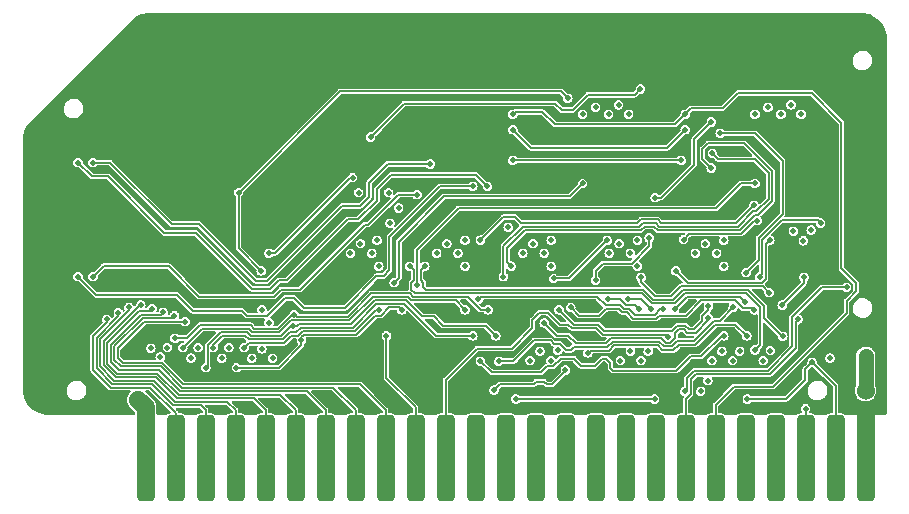
<source format=gbl>
G04 #@! TF.GenerationSoftware,KiCad,Pcbnew,(6.0.2-0)*
G04 #@! TF.CreationDate,2022-08-07T04:59:55-04:00*
G04 #@! TF.ProjectId,RAM128,52414d31-3238-42e6-9b69-6361645f7063,1.0*
G04 #@! TF.SameCoordinates,Original*
G04 #@! TF.FileFunction,Copper,L4,Bot*
G04 #@! TF.FilePolarity,Positive*
%FSLAX46Y46*%
G04 Gerber Fmt 4.6, Leading zero omitted, Abs format (unit mm)*
G04 Created by KiCad (PCBNEW (6.0.2-0)) date 2022-08-07 04:59:55*
%MOMM*%
%LPD*%
G01*
G04 APERTURE LIST*
G04 Aperture macros list*
%AMRoundRect*
0 Rectangle with rounded corners*
0 $1 Rounding radius*
0 $2 $3 $4 $5 $6 $7 $8 $9 X,Y pos of 4 corners*
0 Add a 4 corners polygon primitive as box body*
4,1,4,$2,$3,$4,$5,$6,$7,$8,$9,$2,$3,0*
0 Add four circle primitives for the rounded corners*
1,1,$1+$1,$2,$3*
1,1,$1+$1,$4,$5*
1,1,$1+$1,$6,$7*
1,1,$1+$1,$8,$9*
0 Add four rect primitives between the rounded corners*
20,1,$1+$1,$2,$3,$4,$5,0*
20,1,$1+$1,$4,$5,$6,$7,0*
20,1,$1+$1,$6,$7,$8,$9,0*
20,1,$1+$1,$8,$9,$2,$3,0*%
G04 Aperture macros list end*
G04 #@! TA.AperFunction,SMDPad,CuDef*
%ADD10RoundRect,0.381000X0.381000X3.289000X-0.381000X3.289000X-0.381000X-3.289000X0.381000X-3.289000X0*%
G04 #@! TD*
G04 #@! TA.AperFunction,ViaPad*
%ADD11C,0.500000*%
G04 #@! TD*
G04 #@! TA.AperFunction,ViaPad*
%ADD12C,0.600000*%
G04 #@! TD*
G04 #@! TA.AperFunction,ViaPad*
%ADD13C,1.524000*%
G04 #@! TD*
G04 #@! TA.AperFunction,ViaPad*
%ADD14C,0.800000*%
G04 #@! TD*
G04 #@! TA.AperFunction,Conductor*
%ADD15C,1.016000*%
G04 #@! TD*
G04 #@! TA.AperFunction,Conductor*
%ADD16C,1.270000*%
G04 #@! TD*
G04 #@! TA.AperFunction,Conductor*
%ADD17C,1.524000*%
G04 #@! TD*
G04 #@! TA.AperFunction,Conductor*
%ADD18C,0.150000*%
G04 #@! TD*
G04 APERTURE END LIST*
D10*
X137160000Y-135282000D03*
X134620000Y-135282000D03*
X132080000Y-135282000D03*
X129540000Y-135282000D03*
X127000000Y-135282000D03*
X124460000Y-135282000D03*
X121920000Y-135282000D03*
X119380000Y-135282000D03*
X116840000Y-135282000D03*
X114300000Y-135282000D03*
X111760000Y-135282000D03*
X109220000Y-135282000D03*
X106680000Y-135282000D03*
X104140000Y-135282000D03*
X101600000Y-135282000D03*
X99060000Y-135282000D03*
X96520000Y-135282000D03*
X93980000Y-135282000D03*
X91440000Y-135282000D03*
X88900000Y-135282000D03*
X86360000Y-135282000D03*
X83820000Y-135282000D03*
X81280000Y-135282000D03*
X78740000Y-135282000D03*
X76200000Y-135282000D03*
D11*
X116400000Y-127000000D03*
X117250000Y-126200000D03*
X109000000Y-117100000D03*
X108150000Y-117900000D03*
X109950000Y-117900000D03*
X103250000Y-119000000D03*
X103250000Y-116800000D03*
X101700000Y-117100000D03*
X110550000Y-119000000D03*
X100850000Y-117900000D03*
X110550000Y-116800000D03*
X102650000Y-117900000D03*
X95950000Y-119000000D03*
X94400000Y-117100000D03*
X125150000Y-116800000D03*
X115450000Y-117900000D03*
X123600000Y-117100000D03*
X116300000Y-117100000D03*
X93550000Y-117900000D03*
X95350000Y-117900000D03*
X117850000Y-119000000D03*
X117850000Y-116800000D03*
X117250000Y-117900000D03*
X125150000Y-119000000D03*
X122750000Y-117900000D03*
X124550000Y-117900000D03*
X97627000Y-114077000D03*
X94234000Y-112776000D03*
X96774000Y-112776000D03*
X115400000Y-106150000D03*
X116250000Y-105350000D03*
X113200000Y-106150000D03*
X117100000Y-106150000D03*
X114300000Y-105550000D03*
X128900000Y-105550000D03*
X131700000Y-106150000D03*
X127800000Y-106150000D03*
X130850000Y-105350000D03*
X130000000Y-106150000D03*
X86050000Y-122700000D03*
X86650000Y-123800000D03*
X85200000Y-126800000D03*
X86950000Y-126800000D03*
X86050000Y-126000000D03*
X80050000Y-126800000D03*
X80650000Y-125900000D03*
X82650000Y-126800000D03*
X126500000Y-126200000D03*
X76650000Y-125950000D03*
X123800000Y-128700000D03*
D12*
X137160000Y-126619000D03*
D11*
X83250000Y-125900000D03*
X106900000Y-115700000D03*
X95800000Y-116800000D03*
X125000000Y-126200000D03*
X108750000Y-127000000D03*
X118750000Y-126200000D03*
X111100000Y-126100000D03*
X134150000Y-126800000D03*
X109600000Y-126200000D03*
X124150000Y-127000000D03*
X131900000Y-116850000D03*
X123200000Y-129600000D03*
X128500000Y-127000000D03*
X96901000Y-115379500D03*
X129100000Y-126150000D03*
X110500000Y-127000000D03*
X131050000Y-116050000D03*
X118150000Y-127000000D03*
X132550000Y-115950000D03*
D13*
X137160000Y-129540000D03*
D11*
X77450000Y-126700000D03*
X125900000Y-127000000D03*
X78050000Y-125900000D03*
X87630000Y-131318000D03*
X97790000Y-131318000D03*
X107950000Y-131318000D03*
X105410000Y-131318000D03*
X110490000Y-131318000D03*
X113030000Y-131318000D03*
X115570000Y-131318000D03*
X118110000Y-131318000D03*
X100330000Y-131318000D03*
X95250000Y-131318000D03*
X92710000Y-131318000D03*
X90170000Y-131318000D03*
X80010000Y-131318000D03*
X82550000Y-131318000D03*
X102870000Y-131318000D03*
X123190000Y-131318000D03*
X135890000Y-131318000D03*
X133350000Y-131318000D03*
X130810000Y-131318000D03*
X128270000Y-131318000D03*
X125730000Y-131318000D03*
X120650000Y-131318000D03*
X138684000Y-131318000D03*
X133223000Y-97790000D03*
X123063000Y-97790000D03*
X128143000Y-97790000D03*
X97663000Y-97790000D03*
X102743000Y-97790000D03*
X107823000Y-97790000D03*
X87503000Y-97790000D03*
X92583000Y-97790000D03*
X117983000Y-97790000D03*
X138557000Y-99187000D03*
X112903000Y-97790000D03*
X75692000Y-98044000D03*
X77470000Y-131318000D03*
X67437000Y-131191000D03*
X66040000Y-122682000D03*
X74930000Y-131318000D03*
X82423000Y-97790000D03*
X69342000Y-104394000D03*
X72644000Y-101092000D03*
X85090000Y-131318000D03*
X137287000Y-97917000D03*
X66294000Y-107442000D03*
X121900000Y-112000000D03*
X123000000Y-112600000D03*
X124100000Y-112000000D03*
X118100000Y-128500000D03*
X116400000Y-128500000D03*
X117250000Y-129300000D03*
X75150000Y-125950000D03*
X100850000Y-119400000D03*
X107150000Y-124900000D03*
X107750000Y-123800000D03*
X107150000Y-122700000D03*
X93550000Y-119400000D03*
X94400000Y-120200000D03*
X99850000Y-124900000D03*
X100450000Y-123800000D03*
X95250000Y-119400000D03*
X99850000Y-122700000D03*
X115450000Y-119400000D03*
X129650000Y-123800000D03*
X122750000Y-119400000D03*
X129050000Y-122700000D03*
X124450000Y-119400000D03*
X116300000Y-120200000D03*
X122350000Y-123800000D03*
X117150000Y-119400000D03*
X121750000Y-122700000D03*
X108150000Y-119400000D03*
X109000000Y-120200000D03*
X109850000Y-119400000D03*
X101700000Y-120200000D03*
X102550000Y-119400000D03*
X110350000Y-126100000D03*
X77724000Y-102108000D03*
X77025500Y-100774500D03*
X77724000Y-99441000D03*
X86614000Y-112776000D03*
X86614000Y-115443000D03*
X112000000Y-125600000D03*
X115050000Y-127350000D03*
X118000000Y-126200000D03*
X126150000Y-125100000D03*
X77343000Y-97790000D03*
X69850000Y-131318000D03*
X109600000Y-106450000D03*
X115400000Y-107650000D03*
X109500000Y-112000000D03*
X117100000Y-107650000D03*
X107300000Y-112000000D03*
X108400000Y-112600000D03*
X116250000Y-108450000D03*
X106150000Y-108600000D03*
X130850000Y-108450000D03*
X131700000Y-107650000D03*
X130000000Y-107650000D03*
X80200000Y-119000000D03*
X79600000Y-117900000D03*
X80200000Y-116800000D03*
X86900000Y-128300000D03*
X82550000Y-128500000D03*
X79950000Y-128500000D03*
X85150000Y-128500000D03*
X104000000Y-105900000D03*
X101250000Y-107700000D03*
X97550000Y-103550000D03*
X127050000Y-109450000D03*
X76200000Y-107442000D03*
X92850000Y-122050000D03*
X88500000Y-119100000D03*
X82700000Y-109250000D03*
X84850000Y-108900000D03*
X86550000Y-109600000D03*
X92900000Y-108500000D03*
X124500000Y-114850000D03*
X121350000Y-114700000D03*
X107950000Y-113600000D03*
X81350000Y-125100000D03*
X124850000Y-122400000D03*
X120200000Y-104700000D03*
X119100000Y-104400000D03*
X121300000Y-105000000D03*
X110200000Y-107900000D03*
X66167000Y-129921000D03*
X66040000Y-117602000D03*
X66040000Y-112522000D03*
X66040000Y-127762000D03*
X138684000Y-104267000D03*
X138684000Y-109347000D03*
X138684000Y-114427000D03*
X138684000Y-119507000D03*
X138684000Y-124587000D03*
X138684000Y-129667000D03*
X68580000Y-125222000D03*
X68453000Y-115062000D03*
X68580000Y-109982000D03*
X68580000Y-120142000D03*
X71120000Y-122682000D03*
X71120000Y-127762000D03*
X73660000Y-120142000D03*
X73660000Y-109982000D03*
X73787000Y-115062000D03*
X76200000Y-112522000D03*
X76200000Y-117602000D03*
X73660000Y-104902000D03*
X76200000Y-102362000D03*
X133050000Y-106400000D03*
X134350000Y-106800000D03*
X118500000Y-112650000D03*
X117650000Y-112100000D03*
X136144000Y-111887000D03*
X136144000Y-116967000D03*
X99822000Y-127127000D03*
X94869000Y-126365000D03*
X104750000Y-110850000D03*
X89662000Y-127635000D03*
X89400000Y-126450000D03*
X86650000Y-122300000D03*
X114300000Y-124900000D03*
X121300000Y-127000000D03*
X125000000Y-129300000D03*
X130250000Y-129600000D03*
X133850000Y-119450000D03*
X114400000Y-122700000D03*
X120650000Y-128700000D03*
X74350000Y-126600000D03*
X72450000Y-129200000D03*
X71550000Y-130300000D03*
D14*
X135763000Y-129159000D03*
D11*
X125850000Y-128650000D03*
D14*
X134366000Y-127635000D03*
D11*
X108750000Y-128500000D03*
X128950000Y-124850000D03*
X131050000Y-119150000D03*
X131900000Y-118350000D03*
X101100000Y-116550000D03*
X120967500Y-120459500D03*
X128400000Y-128700000D03*
X120100000Y-129600000D03*
X134450000Y-118550000D03*
X113000000Y-128700000D03*
X121900000Y-126150000D03*
X115050000Y-123800000D03*
X109600000Y-129300000D03*
X88350000Y-122200000D03*
X121550000Y-124850000D03*
X110450000Y-128500000D03*
X112400000Y-129600000D03*
X131000000Y-128700000D03*
D14*
X135509000Y-126619000D03*
D11*
X79550000Y-123700000D03*
X78650000Y-123200000D03*
X107300000Y-107450000D03*
X121900000Y-107450000D03*
X83900000Y-127600000D03*
X97900000Y-122700000D03*
X89400000Y-125300000D03*
X81300000Y-127600000D03*
X105850000Y-124900000D03*
X88700000Y-124100000D03*
X107300000Y-110050000D03*
X121550000Y-110050000D03*
X105200000Y-122700000D03*
X78700000Y-125100000D03*
X88800000Y-123100000D03*
X73900000Y-122950000D03*
X77700000Y-122900000D03*
X72900000Y-123500000D03*
X74800000Y-122500000D03*
X75800000Y-122300000D03*
X76750000Y-122600000D03*
D13*
X75565000Y-130302000D03*
D11*
X109950000Y-123800000D03*
X123850000Y-123400000D03*
X105700000Y-129500000D03*
X123850000Y-122400000D03*
X111200000Y-122700000D03*
X111750000Y-127800000D03*
X107300000Y-106150000D03*
X121900000Y-106150000D03*
X131450000Y-123500000D03*
X120450000Y-125000000D03*
X96600000Y-124900000D03*
X132080000Y-131064000D03*
X132650000Y-127150000D03*
X127150000Y-130250000D03*
X70485000Y-110236000D03*
X105150000Y-112250000D03*
X84074000Y-112776000D03*
X86000000Y-119400000D03*
X111950000Y-104800000D03*
X130100000Y-122300000D03*
X118100000Y-104000000D03*
X95250000Y-108077000D03*
X131950000Y-119950000D03*
X119350000Y-113200000D03*
X124100000Y-106800000D03*
X115300000Y-116800000D03*
X110750000Y-120050000D03*
X124200000Y-109450000D03*
X106500000Y-119900000D03*
X107150000Y-119000000D03*
X124100000Y-110700000D03*
X127050000Y-119550000D03*
X124850000Y-107750000D03*
X104550000Y-127050000D03*
X125150000Y-124900000D03*
X125950000Y-122500000D03*
X106100000Y-127050000D03*
X113650000Y-126350000D03*
X127100000Y-124900000D03*
X127750000Y-122700000D03*
X112200000Y-122500000D03*
X118150000Y-119950000D03*
X129000000Y-121250000D03*
X129050000Y-116800000D03*
X121100000Y-119400000D03*
X121750000Y-116750000D03*
X104550000Y-116800000D03*
X127700000Y-113850000D03*
X128000000Y-115150000D03*
X99200000Y-120600000D03*
X127800000Y-112000000D03*
X113200000Y-112000000D03*
X97250000Y-120400000D03*
X93726000Y-111506000D03*
X86650000Y-117900000D03*
X119300000Y-130250000D03*
X114300000Y-120200000D03*
X107550000Y-130250000D03*
X118850000Y-116600000D03*
X127800000Y-126100000D03*
X98550000Y-119000000D03*
X115350000Y-121800000D03*
X118000000Y-122650000D03*
X119000000Y-122650000D03*
X117050000Y-121800000D03*
X71755000Y-119888000D03*
X99200000Y-112950000D03*
X103900000Y-112250000D03*
X70485000Y-119888000D03*
X104350000Y-121800000D03*
X120000000Y-122650000D03*
X128200000Y-119900000D03*
X133350000Y-115350000D03*
X126950000Y-122050000D03*
X121000000Y-122650000D03*
X71755000Y-110236000D03*
X100300000Y-110350000D03*
X81950000Y-125900000D03*
X103900000Y-124900000D03*
X79350000Y-125900000D03*
X103250000Y-122700000D03*
X130150000Y-124950000D03*
X99850000Y-119000000D03*
X121850000Y-129600000D03*
X135550000Y-120800000D03*
X84550000Y-125900000D03*
X95950000Y-122700000D03*
D15*
X137160000Y-126619000D02*
X137287000Y-126492000D01*
D16*
X137160000Y-129540000D02*
X137160000Y-126619000D01*
D17*
X137160000Y-135382000D02*
X137160000Y-131445000D01*
D18*
X77600000Y-127200000D02*
X74250000Y-127200000D01*
X73850000Y-126800000D02*
X73850000Y-125950000D01*
X73850000Y-125950000D02*
X76100000Y-123700000D01*
X96520000Y-135282000D02*
X96520000Y-131191000D01*
X79400000Y-129000000D02*
X77600000Y-127200000D01*
X96520000Y-131191000D02*
X94329000Y-129000000D01*
X76100000Y-123700000D02*
X79550000Y-123700000D01*
X74250000Y-127200000D02*
X73850000Y-126800000D01*
X94329000Y-129000000D02*
X79400000Y-129000000D01*
X73550000Y-126950000D02*
X73550000Y-125800000D01*
X78450000Y-123400000D02*
X75950000Y-123400000D01*
X93980000Y-131191000D02*
X93980000Y-135282000D01*
X92089000Y-129300000D02*
X93980000Y-131191000D01*
X79275000Y-129300000D02*
X92089000Y-129300000D01*
X73550000Y-126950000D02*
X74100000Y-127500000D01*
X75950000Y-123400000D02*
X73550000Y-125800000D01*
X74100000Y-127500000D02*
X77475000Y-127500000D01*
X77475000Y-127500000D02*
X79275000Y-129300000D01*
X78650000Y-123200000D02*
X78450000Y-123400000D01*
X121900000Y-107450000D02*
X120350000Y-109000000D01*
X108850000Y-109000000D02*
X107300000Y-107450000D01*
X120350000Y-109000000D02*
X108850000Y-109000000D01*
X89400000Y-125300000D02*
X89400000Y-125700000D01*
X89400000Y-125300000D02*
X89400000Y-125025000D01*
X89625000Y-124800000D02*
X94050000Y-124800000D01*
X87500000Y-127600000D02*
X83900000Y-127600000D01*
X96850000Y-122500000D02*
X97700000Y-122500000D01*
X96150000Y-123200000D02*
X96850000Y-122500000D01*
X89400000Y-125025000D02*
X89625000Y-124800000D01*
X95650000Y-123200000D02*
X96150000Y-123200000D01*
X94050000Y-124800000D02*
X95650000Y-123200000D01*
X97700000Y-122500000D02*
X97900000Y-122700000D01*
X89400000Y-125700000D02*
X87500000Y-127600000D01*
X85100000Y-124900000D02*
X84800000Y-124600000D01*
X101400000Y-124050000D02*
X105000000Y-124050000D01*
X89000000Y-124100000D02*
X89200000Y-123900000D01*
X87675000Y-124900000D02*
X85100000Y-124900000D01*
X88475000Y-124100000D02*
X87675000Y-124900000D01*
X88700000Y-124100000D02*
X89000000Y-124100000D01*
X100600000Y-123250000D02*
X101400000Y-124050000D01*
X84800000Y-124600000D02*
X82550000Y-124600000D01*
X93600000Y-123900000D02*
X95600000Y-121900000D01*
X82550000Y-124600000D02*
X81450000Y-125700000D01*
X105000000Y-124050000D02*
X105850000Y-124900000D01*
X81450000Y-127450000D02*
X81300000Y-127600000D01*
X95600000Y-121900000D02*
X98250000Y-121900000D01*
X81450000Y-125700000D02*
X81450000Y-127450000D01*
X98250000Y-121900000D02*
X99600000Y-123250000D01*
X88700000Y-124100000D02*
X88475000Y-124100000D01*
X99600000Y-123250000D02*
X100600000Y-123250000D01*
X89200000Y-123900000D02*
X93600000Y-123900000D01*
X103475000Y-121600000D02*
X104575000Y-122700000D01*
X88800000Y-123100000D02*
X89000000Y-123300000D01*
X85100000Y-124000000D02*
X80800000Y-124000000D01*
X87400000Y-124300000D02*
X85400000Y-124300000D01*
X80800000Y-124000000D02*
X79700000Y-125100000D01*
X89000000Y-123300000D02*
X93300000Y-123300000D01*
X98850000Y-121600000D02*
X103475000Y-121600000D01*
X79700000Y-125100000D02*
X78700000Y-125100000D01*
X121550000Y-110050000D02*
X107300000Y-110050000D01*
X85400000Y-124300000D02*
X85100000Y-124000000D01*
X93300000Y-123300000D02*
X95300000Y-121300000D01*
X95300000Y-121300000D02*
X98550000Y-121300000D01*
X88800000Y-123100000D02*
X88600000Y-123100000D01*
X88600000Y-123100000D02*
X87400000Y-124300000D01*
X104575000Y-122700000D02*
X105200000Y-122700000D01*
X98550000Y-121300000D02*
X98850000Y-121600000D01*
X76750000Y-129000000D02*
X73400000Y-129000000D01*
X73400000Y-129000000D02*
X72050000Y-127650000D01*
X78550000Y-130800000D02*
X76750000Y-129000000D01*
X73900000Y-123200000D02*
X73900000Y-122950000D01*
X81280000Y-135282000D02*
X81280000Y-131191000D01*
X81280000Y-131191000D02*
X80889000Y-130800000D01*
X72050000Y-125050000D02*
X73900000Y-123200000D01*
X80889000Y-130800000D02*
X78550000Y-130800000D01*
X72050000Y-125050000D02*
X72050000Y-127650000D01*
X77500000Y-123100000D02*
X75800000Y-123100000D01*
X77700000Y-122900000D02*
X77500000Y-123100000D01*
X77337500Y-127800000D02*
X79137500Y-129600000D01*
X73250000Y-127100000D02*
X73950000Y-127800000D01*
X75800000Y-123100000D02*
X73250000Y-125650000D01*
X73250000Y-125650000D02*
X73250000Y-127100000D01*
X91440000Y-131191000D02*
X91440000Y-135282000D01*
X79137500Y-129600000D02*
X89849000Y-129600000D01*
X73950000Y-127800000D02*
X77337500Y-127800000D01*
X89849000Y-129600000D02*
X91440000Y-131191000D01*
X72900000Y-123500000D02*
X72900000Y-123750000D01*
X78740000Y-131440000D02*
X78740000Y-135282000D01*
X72900000Y-123750000D02*
X71750000Y-124900000D01*
X71750000Y-124900000D02*
X71750000Y-127800000D01*
X73250000Y-129300000D02*
X76600000Y-129300000D01*
X76600000Y-129300000D02*
X78740000Y-131440000D01*
X71750000Y-127800000D02*
X73250000Y-129300000D01*
X72350000Y-127500000D02*
X72350000Y-125200000D01*
X78700000Y-130500000D02*
X83129000Y-130500000D01*
X72350000Y-127500000D02*
X73550000Y-128700000D01*
X74800000Y-122750000D02*
X72350000Y-125200000D01*
X76900000Y-128700000D02*
X78700000Y-130500000D01*
X74800000Y-122500000D02*
X74800000Y-122750000D01*
X73550000Y-128700000D02*
X76900000Y-128700000D01*
X83129000Y-130500000D02*
X83820000Y-131191000D01*
X83820000Y-131191000D02*
X83820000Y-135282000D01*
X73675000Y-128400000D02*
X77050000Y-128400000D01*
X75700000Y-122300000D02*
X72650000Y-125350000D01*
X72650000Y-127375000D02*
X73675000Y-128400000D01*
X86360000Y-131191000D02*
X86360000Y-135282000D01*
X78850000Y-130200000D02*
X85369000Y-130200000D01*
X75800000Y-122300000D02*
X75700000Y-122300000D01*
X85369000Y-130200000D02*
X86360000Y-131191000D01*
X77050000Y-128400000D02*
X78850000Y-130200000D01*
X72650000Y-125350000D02*
X72650000Y-127375000D01*
X88900000Y-131191000D02*
X88900000Y-135282000D01*
X87609000Y-129900000D02*
X88900000Y-131191000D01*
X72950000Y-125500000D02*
X72950000Y-127250000D01*
X79000000Y-129900000D02*
X87609000Y-129900000D01*
X72950000Y-127250000D02*
X73800000Y-128100000D01*
X73800000Y-128100000D02*
X77200000Y-128100000D01*
X75650000Y-122800000D02*
X72950000Y-125500000D01*
X76750000Y-122600000D02*
X76550000Y-122800000D01*
X77200000Y-128100000D02*
X79000000Y-129900000D01*
X76550000Y-122800000D02*
X75650000Y-122800000D01*
D17*
X75565000Y-130302000D02*
X76200000Y-130937000D01*
X76200000Y-130937000D02*
X76200000Y-135282000D01*
D18*
X121050000Y-124650000D02*
X121050000Y-125075000D01*
X120625000Y-125500000D02*
X120250000Y-125500000D01*
X111050000Y-124900000D02*
X109950000Y-123800000D01*
X115150000Y-125550000D02*
X112650000Y-125550000D01*
X115600000Y-125100000D02*
X115150000Y-125550000D01*
X121050000Y-125075000D02*
X120625000Y-125500000D01*
X112650000Y-125550000D02*
X112000000Y-124900000D01*
X119850000Y-125100000D02*
X115600000Y-125100000D01*
X120250000Y-125500000D02*
X119850000Y-125100000D01*
X122800000Y-124650000D02*
X122050000Y-124650000D01*
X122050000Y-124650000D02*
X121750000Y-124350000D01*
X121350000Y-124350000D02*
X121050000Y-124650000D01*
X112000000Y-124900000D02*
X111050000Y-124900000D01*
X123850000Y-123400000D02*
X123850000Y-123600000D01*
X123850000Y-123600000D02*
X122800000Y-124650000D01*
X121750000Y-124350000D02*
X121350000Y-124350000D01*
X123350000Y-123650000D02*
X122650000Y-124350000D01*
X121900000Y-124050000D02*
X121200000Y-124050000D01*
X123350000Y-123200000D02*
X123350000Y-123650000D01*
X121200000Y-124050000D02*
X120750000Y-124500000D01*
X112450000Y-123950000D02*
X111200000Y-122700000D01*
X110150000Y-129000000D02*
X110650000Y-129000000D01*
X122200000Y-124350000D02*
X121900000Y-124050000D01*
X115050000Y-124500000D02*
X114500000Y-123950000D01*
X110650000Y-129000000D02*
X111750000Y-127900000D01*
X111750000Y-127900000D02*
X111750000Y-127800000D01*
X109250000Y-128800000D02*
X109950000Y-128800000D01*
X123850000Y-122400000D02*
X123850000Y-122700000D01*
X123850000Y-122700000D02*
X123350000Y-123200000D01*
X114500000Y-123950000D02*
X112450000Y-123950000D01*
X106200000Y-129000000D02*
X109050000Y-129000000D01*
X109050000Y-129000000D02*
X109250000Y-128800000D01*
X105700000Y-129500000D02*
X106200000Y-129000000D01*
X122650000Y-124350000D02*
X122200000Y-124350000D01*
X109950000Y-128800000D02*
X110150000Y-129000000D01*
X120750000Y-124500000D02*
X115050000Y-124500000D01*
X107300000Y-106150000D02*
X107500000Y-105950000D01*
X107500000Y-105950000D02*
X109800000Y-105950000D01*
X109800000Y-105950000D02*
X110850000Y-107000000D01*
X136350000Y-121150000D02*
X136350000Y-120450000D01*
X135550000Y-121950000D02*
X136350000Y-121150000D01*
X132600000Y-104350000D02*
X126350000Y-104350000D01*
X125050000Y-105650000D02*
X122400000Y-105650000D01*
X124460000Y-130740000D02*
X126000000Y-129200000D01*
X135550000Y-123000000D02*
X135550000Y-121950000D01*
X129350000Y-129200000D02*
X135550000Y-123000000D01*
X121050000Y-107000000D02*
X121900000Y-106150000D01*
X136350000Y-120450000D02*
X135100000Y-119200000D01*
X124460000Y-135282000D02*
X124460000Y-130740000D01*
X135100000Y-119200000D02*
X135100000Y-106850000D01*
X126000000Y-129200000D02*
X129350000Y-129200000D01*
X122400000Y-105650000D02*
X121900000Y-106150000D01*
X110850000Y-107000000D02*
X121050000Y-107000000D01*
X135100000Y-106850000D02*
X132600000Y-104350000D01*
X126350000Y-104350000D02*
X125050000Y-105650000D01*
X122800000Y-128150000D02*
X129050000Y-128150000D01*
X131250000Y-125950000D02*
X131250000Y-123700000D01*
X122350000Y-129850000D02*
X122350000Y-128600000D01*
X129050000Y-128150000D02*
X131250000Y-125950000D01*
X121920000Y-130280000D02*
X122350000Y-129850000D01*
X121920000Y-135282000D02*
X121920000Y-130280000D01*
X122350000Y-128600000D02*
X122800000Y-128150000D01*
X131250000Y-123700000D02*
X131450000Y-123500000D01*
X101600000Y-128650000D02*
X101600000Y-135282000D01*
X112300000Y-124250000D02*
X112000000Y-123950000D01*
X120250000Y-124800000D02*
X114900000Y-124800000D01*
X107200000Y-126000000D02*
X104250000Y-126000000D01*
X108950000Y-123550000D02*
X108950000Y-124250000D01*
X110250000Y-122950000D02*
X109550000Y-122950000D01*
X114350000Y-124250000D02*
X112300000Y-124250000D01*
X109550000Y-122950000D02*
X108950000Y-123550000D01*
X111250000Y-123950000D02*
X110250000Y-122950000D01*
X112000000Y-123950000D02*
X111250000Y-123950000D01*
X120450000Y-125000000D02*
X120250000Y-124800000D01*
X114900000Y-124800000D02*
X114350000Y-124250000D01*
X108950000Y-124250000D02*
X107200000Y-126000000D01*
X104250000Y-126000000D02*
X101600000Y-128650000D01*
X99060000Y-130960000D02*
X96600000Y-128500000D01*
X99060000Y-135282000D02*
X99060000Y-130960000D01*
X96600000Y-128500000D02*
X96600000Y-124900000D01*
X132080000Y-135382000D02*
X132080000Y-131064000D01*
X132650000Y-127150000D02*
X132050000Y-127750000D01*
X94200000Y-115050000D02*
X93300000Y-115050000D01*
X80500000Y-116200000D02*
X77800000Y-116200000D01*
X96950000Y-111300000D02*
X95800000Y-112450000D01*
X73000000Y-111400000D02*
X71649000Y-111400000D01*
X132650000Y-127150000D02*
X134620000Y-129120000D01*
X134620000Y-129120000D02*
X134620000Y-135282000D01*
X88150000Y-120200000D02*
X87500000Y-120200000D01*
X95800000Y-113450000D02*
X94200000Y-115050000D01*
X130450000Y-130250000D02*
X127150000Y-130250000D01*
X77800000Y-116200000D02*
X73000000Y-111400000D01*
X85250000Y-120950000D02*
X80500000Y-116200000D01*
X105150000Y-112250000D02*
X104200000Y-111300000D01*
X93300000Y-115050000D02*
X88150000Y-120200000D01*
X104200000Y-111300000D02*
X96950000Y-111300000D01*
X86750000Y-120950000D02*
X85250000Y-120950000D01*
X132050000Y-127750000D02*
X132050000Y-128650000D01*
X132050000Y-128650000D02*
X130450000Y-130250000D01*
X87500000Y-120200000D02*
X86750000Y-120950000D01*
X95800000Y-112450000D02*
X95800000Y-113450000D01*
X71649000Y-111400000D02*
X70485000Y-110236000D01*
X84074000Y-117474000D02*
X84074000Y-112776000D01*
X93150000Y-104200000D02*
X92650000Y-104200000D01*
X93150000Y-104200000D02*
X111350000Y-104200000D01*
X92650000Y-104200000D02*
X84074000Y-112776000D01*
X86000000Y-119400000D02*
X84074000Y-117474000D01*
X111350000Y-104200000D02*
X111950000Y-104800000D01*
X118100000Y-104000000D02*
X117600000Y-104500000D01*
X113650000Y-104500000D02*
X112350000Y-105800000D01*
X131950000Y-119950000D02*
X131950000Y-120450000D01*
X98077000Y-105250000D02*
X95250000Y-108077000D01*
X112350000Y-105800000D02*
X111450000Y-105800000D01*
X131950000Y-120450000D02*
X130100000Y-122300000D01*
X110900000Y-105250000D02*
X98077000Y-105250000D01*
X111450000Y-105800000D02*
X110900000Y-105250000D01*
X117600000Y-104500000D02*
X113650000Y-104500000D01*
X115300000Y-116800000D02*
X112050000Y-120050000D01*
X112050000Y-120050000D02*
X110750000Y-120050000D01*
X122650000Y-108250000D02*
X124100000Y-106800000D01*
X119350000Y-113200000D02*
X119850000Y-113200000D01*
X122650000Y-110400000D02*
X122650000Y-108250000D01*
X119850000Y-113200000D02*
X122650000Y-110400000D01*
X126350000Y-115650000D02*
X127650000Y-114350000D01*
X128950000Y-111100000D02*
X127800000Y-109950000D01*
X119700000Y-115650000D02*
X126350000Y-115650000D01*
X118000000Y-115650000D02*
X118300000Y-115350000D01*
X119400000Y-115350000D02*
X119700000Y-115650000D01*
X127650000Y-114350000D02*
X127900000Y-114350000D01*
X128950000Y-113300000D02*
X128950000Y-111100000D01*
X106500000Y-119900000D02*
X106500000Y-117300000D01*
X124700000Y-109950000D02*
X124200000Y-109450000D01*
X118300000Y-115350000D02*
X119400000Y-115350000D01*
X127900000Y-114350000D02*
X128950000Y-113300000D01*
X127800000Y-109950000D02*
X124700000Y-109950000D01*
X108150000Y-115650000D02*
X118000000Y-115650000D01*
X106500000Y-117300000D02*
X108150000Y-115650000D01*
X108300000Y-115950000D02*
X106800000Y-117450000D01*
X129250000Y-110950000D02*
X129250000Y-113450000D01*
X124100000Y-110700000D02*
X123350000Y-109950000D01*
X123800000Y-108600000D02*
X126900000Y-108600000D01*
X126500000Y-115950000D02*
X119550000Y-115950000D01*
X119250000Y-115650000D02*
X118450000Y-115650000D01*
X128050000Y-114650000D02*
X127800000Y-114650000D01*
X123350000Y-109950000D02*
X123350000Y-109050000D01*
X127800000Y-114650000D02*
X126500000Y-115950000D01*
X106800000Y-118650000D02*
X107150000Y-119000000D01*
X123350000Y-109050000D02*
X123800000Y-108600000D01*
X118450000Y-115650000D02*
X118150000Y-115950000D01*
X118150000Y-115950000D02*
X108300000Y-115950000D01*
X126900000Y-108600000D02*
X129250000Y-110950000D01*
X106800000Y-117450000D02*
X106800000Y-118650000D01*
X119550000Y-115950000D02*
X119250000Y-115650000D01*
X129250000Y-113450000D02*
X128050000Y-114650000D01*
X130150000Y-114550000D02*
X128100000Y-116600000D01*
X124850000Y-107750000D02*
X127800000Y-107750000D01*
X128100000Y-116600000D02*
X128100000Y-118500000D01*
X128100000Y-118500000D02*
X127050000Y-119550000D01*
X130150000Y-110100000D02*
X130150000Y-114550000D01*
X127800000Y-107750000D02*
X130150000Y-110100000D01*
X105500000Y-128000000D02*
X109700000Y-128000000D01*
X114850000Y-126850000D02*
X115225000Y-126850000D01*
X115225000Y-126850000D02*
X115550000Y-127175000D01*
X110700000Y-127500000D02*
X111350000Y-126850000D01*
X114250000Y-127450000D02*
X114850000Y-126850000D01*
X112500000Y-126850000D02*
X113100000Y-127450000D01*
X113100000Y-127450000D02*
X114250000Y-127450000D01*
X122350000Y-126650000D02*
X123250000Y-126650000D01*
X110200000Y-127500000D02*
X110700000Y-127500000D01*
X115750000Y-127850000D02*
X121150000Y-127850000D01*
X123250000Y-126650000D02*
X125000000Y-124900000D01*
X109700000Y-128000000D02*
X110200000Y-127500000D01*
X115550000Y-127650000D02*
X115750000Y-127850000D01*
X111350000Y-126850000D02*
X112500000Y-126850000D01*
X115550000Y-127175000D02*
X115550000Y-127650000D01*
X121150000Y-127850000D02*
X122350000Y-126650000D01*
X104550000Y-127050000D02*
X105500000Y-128000000D01*
X125000000Y-124900000D02*
X125150000Y-124900000D01*
X124800000Y-123650000D02*
X124300000Y-123650000D01*
X120750000Y-125800000D02*
X120100000Y-125800000D01*
X111800000Y-126100000D02*
X111300000Y-125600000D01*
X124300000Y-123650000D02*
X122600000Y-125350000D01*
X121200000Y-125350000D02*
X120750000Y-125800000D01*
X125950000Y-122500000D02*
X124800000Y-123650000D01*
X115750000Y-125400000D02*
X115300000Y-125850000D01*
X107350000Y-127050000D02*
X106100000Y-127050000D01*
X112450000Y-125850000D02*
X112200000Y-126100000D01*
X109100000Y-125300000D02*
X107350000Y-127050000D01*
X112200000Y-126100000D02*
X111800000Y-126100000D01*
X122600000Y-125350000D02*
X121200000Y-125350000D01*
X110500000Y-125300000D02*
X109100000Y-125300000D01*
X120100000Y-125800000D02*
X119700000Y-125400000D01*
X115300000Y-125850000D02*
X112450000Y-125850000D01*
X110800000Y-125600000D02*
X110500000Y-125300000D01*
X111300000Y-125600000D02*
X110800000Y-125600000D01*
X119700000Y-125400000D02*
X115750000Y-125400000D01*
X124450000Y-123950000D02*
X126150000Y-123950000D01*
X119550000Y-125700000D02*
X119950000Y-126100000D01*
X115450000Y-126150000D02*
X115900000Y-125700000D01*
X121350000Y-125650000D02*
X122750000Y-125650000D01*
X119950000Y-126100000D02*
X120900000Y-126100000D01*
X113850000Y-126150000D02*
X115450000Y-126150000D01*
X115900000Y-125700000D02*
X119550000Y-125700000D01*
X120900000Y-126100000D02*
X121350000Y-125650000D01*
X122750000Y-125650000D02*
X124450000Y-123950000D01*
X126150000Y-123950000D02*
X127100000Y-124900000D01*
X113650000Y-126350000D02*
X113850000Y-126150000D01*
X121950000Y-123200000D02*
X123250000Y-121900000D01*
X126750000Y-122550000D02*
X127600000Y-122550000D01*
X115200000Y-122600000D02*
X116250000Y-122600000D01*
X116550000Y-122900000D02*
X116950000Y-122900000D01*
X126100000Y-121900000D02*
X126750000Y-122550000D01*
X114600000Y-123200000D02*
X115200000Y-122600000D01*
X116950000Y-122900000D02*
X117500000Y-123450000D01*
X119700000Y-123200000D02*
X121950000Y-123200000D01*
X112200000Y-122500000D02*
X112900000Y-123200000D01*
X117500000Y-123450000D02*
X119450000Y-123450000D01*
X119450000Y-123450000D02*
X119700000Y-123200000D01*
X123250000Y-121900000D02*
X126100000Y-121900000D01*
X116250000Y-122600000D02*
X116550000Y-122900000D01*
X112900000Y-123200000D02*
X114600000Y-123200000D01*
X127600000Y-122550000D02*
X127750000Y-122700000D01*
X119350000Y-121550000D02*
X118150000Y-120350000D01*
X120700000Y-121550000D02*
X119350000Y-121550000D01*
X129000000Y-121250000D02*
X128450000Y-120700000D01*
X121550000Y-120700000D02*
X120700000Y-121550000D01*
X118150000Y-120350000D02*
X118150000Y-119950000D01*
X128450000Y-120700000D02*
X121550000Y-120700000D01*
X128400000Y-120400000D02*
X122100000Y-120400000D01*
X122100000Y-120400000D02*
X121100000Y-119400000D01*
X128700000Y-117150000D02*
X128700000Y-120100000D01*
X128700000Y-120100000D02*
X128400000Y-120400000D01*
X129050000Y-116800000D02*
X128700000Y-117150000D01*
X107500000Y-114850000D02*
X106500000Y-114850000D01*
X122250000Y-116250000D02*
X121750000Y-116750000D01*
X128000000Y-115150000D02*
X127750000Y-115150000D01*
X127750000Y-115150000D02*
X126650000Y-116250000D01*
X127700000Y-113850000D02*
X126200000Y-115350000D01*
X106500000Y-114850000D02*
X104550000Y-116800000D01*
X108000000Y-115350000D02*
X107500000Y-114850000D01*
X119550000Y-115050000D02*
X118150000Y-115050000D01*
X117850000Y-115350000D02*
X108000000Y-115350000D01*
X126200000Y-115350000D02*
X119850000Y-115350000D01*
X119850000Y-115350000D02*
X119550000Y-115050000D01*
X126650000Y-116250000D02*
X122250000Y-116250000D01*
X118150000Y-115050000D02*
X117850000Y-115350000D01*
X99200000Y-117600000D02*
X99200000Y-120600000D01*
X127800000Y-112000000D02*
X126600000Y-112000000D01*
X102700000Y-114100000D02*
X99200000Y-117600000D01*
X124500000Y-114100000D02*
X102700000Y-114100000D01*
X126600000Y-112000000D02*
X124500000Y-114100000D01*
X101475000Y-113100000D02*
X112100000Y-113100000D01*
X112100000Y-113100000D02*
X113200000Y-112000000D01*
X97250000Y-120400000D02*
X97650000Y-120000000D01*
X97650000Y-116925000D02*
X101475000Y-113100000D01*
X97650000Y-120000000D02*
X97650000Y-116925000D01*
X119300000Y-130250000D02*
X107550000Y-130250000D01*
X118850000Y-116600000D02*
X118850000Y-117300000D01*
X93544000Y-111506000D02*
X93726000Y-111506000D01*
X118850000Y-117300000D02*
X117350000Y-118800000D01*
X117350000Y-118800000D02*
X114900000Y-118800000D01*
X86650000Y-117900000D02*
X87150000Y-117900000D01*
X114300000Y-119400000D02*
X114300000Y-120200000D01*
X87150000Y-117900000D02*
X93544000Y-111506000D01*
X114900000Y-118800000D02*
X114300000Y-119400000D01*
X127050000Y-121300000D02*
X121850000Y-121300000D01*
X98700000Y-121000000D02*
X98700000Y-120400000D01*
X99000000Y-121300000D02*
X98700000Y-121000000D01*
X128250000Y-125650000D02*
X128250000Y-122500000D01*
X98900000Y-120200000D02*
X98900000Y-119350000D01*
X119050000Y-122150000D02*
X118200000Y-121300000D01*
X127800000Y-126100000D02*
X128250000Y-125650000D01*
X98700000Y-120400000D02*
X98900000Y-120200000D01*
X128250000Y-122500000D02*
X127050000Y-121300000D01*
X121000000Y-122150000D02*
X119050000Y-122150000D01*
X98900000Y-119350000D02*
X98550000Y-119000000D01*
X121850000Y-121300000D02*
X121000000Y-122150000D01*
X118200000Y-121300000D02*
X99000000Y-121300000D01*
X116850000Y-122300000D02*
X117650000Y-122300000D01*
X116350000Y-121800000D02*
X116850000Y-122300000D01*
X115350000Y-121800000D02*
X116350000Y-121800000D01*
X117650000Y-122300000D02*
X118000000Y-122650000D01*
X119000000Y-122650000D02*
X118150000Y-121800000D01*
X118150000Y-121800000D02*
X117050000Y-121800000D01*
X71755000Y-119888000D02*
X72643000Y-119000000D01*
X87050000Y-121600000D02*
X87650000Y-121000000D01*
X94750000Y-115500000D02*
X95050000Y-115500000D01*
X78150000Y-119000000D02*
X80750000Y-121600000D01*
X89250000Y-121000000D02*
X94750000Y-115500000D01*
X80750000Y-121600000D02*
X87050000Y-121600000D01*
X87650000Y-121000000D02*
X89250000Y-121000000D01*
X95050000Y-115500000D02*
X97600000Y-112950000D01*
X97600000Y-112950000D02*
X99200000Y-112950000D01*
X72643000Y-119000000D02*
X78150000Y-119000000D01*
X78850000Y-121450000D02*
X72047000Y-121450000D01*
X88000000Y-121700000D02*
X86500000Y-123200000D01*
X72047000Y-121450000D02*
X70485000Y-119888000D01*
X80200000Y-122800000D02*
X78850000Y-121450000D01*
X84800000Y-123200000D02*
X84400000Y-122800000D01*
X95750000Y-119850000D02*
X93050000Y-122550000D01*
X96850000Y-119350000D02*
X96350000Y-119850000D01*
X103900000Y-112250000D02*
X101100000Y-112250000D01*
X101100000Y-112250000D02*
X96850000Y-116500000D01*
X93050000Y-122550000D02*
X89600000Y-122550000D01*
X84400000Y-122800000D02*
X80200000Y-122800000D01*
X86500000Y-123200000D02*
X84800000Y-123200000D01*
X88750000Y-121700000D02*
X88000000Y-121700000D01*
X96350000Y-119850000D02*
X95750000Y-119850000D01*
X96850000Y-116500000D02*
X96850000Y-119350000D01*
X89600000Y-122550000D02*
X88750000Y-121700000D01*
X116700000Y-122600000D02*
X116400000Y-122300000D01*
X117650000Y-123150000D02*
X119300000Y-123150000D01*
X117650000Y-123150000D02*
X117100000Y-122600000D01*
X114450000Y-121600000D02*
X104550000Y-121600000D01*
X116400000Y-122300000D02*
X115150000Y-122300000D01*
X115150000Y-122300000D02*
X114450000Y-121600000D01*
X119300000Y-123150000D02*
X119800000Y-122650000D01*
X104550000Y-121600000D02*
X104350000Y-121800000D01*
X117100000Y-122600000D02*
X116700000Y-122600000D01*
X119800000Y-122650000D02*
X120000000Y-122650000D01*
X133100000Y-115100000D02*
X130050000Y-115100000D01*
X128400000Y-116750000D02*
X128400000Y-119700000D01*
X122050000Y-121600000D02*
X126500000Y-121600000D01*
X95123000Y-111927000D02*
X95123000Y-113157000D01*
X128400000Y-119700000D02*
X128200000Y-119900000D01*
X96700000Y-110350000D02*
X95123000Y-111927000D01*
X78400000Y-115450000D02*
X73186000Y-110236000D01*
X95123000Y-113157000D02*
X94361000Y-113919000D01*
X80750000Y-115450000D02*
X78400000Y-115450000D01*
X121000000Y-122650000D02*
X122050000Y-121600000D01*
X73186000Y-110236000D02*
X71755000Y-110236000D01*
X133350000Y-115350000D02*
X133100000Y-115100000D01*
X94361000Y-113919000D02*
X92831000Y-113919000D01*
X85550000Y-120250000D02*
X80750000Y-115450000D01*
X92831000Y-113919000D02*
X86500000Y-120250000D01*
X126500000Y-121600000D02*
X126950000Y-122050000D01*
X100300000Y-110350000D02*
X96700000Y-110350000D01*
X130050000Y-115100000D02*
X128400000Y-116750000D01*
X86500000Y-120250000D02*
X85550000Y-120250000D01*
X81950000Y-125900000D02*
X81950000Y-125650000D01*
X82700000Y-124900000D02*
X84650000Y-124900000D01*
X98100000Y-122200000D02*
X100800000Y-124900000D01*
X88400000Y-124600000D02*
X88950000Y-124600000D01*
X87800000Y-125200000D02*
X88400000Y-124600000D01*
X88950000Y-124600000D02*
X89350000Y-124200000D01*
X84650000Y-124900000D02*
X84950000Y-125200000D01*
X93750000Y-124200000D02*
X95750000Y-122200000D01*
X84950000Y-125200000D02*
X87800000Y-125200000D01*
X95750000Y-122200000D02*
X98100000Y-122200000D01*
X100800000Y-124900000D02*
X103900000Y-124900000D01*
X89350000Y-124200000D02*
X93750000Y-124200000D01*
X81950000Y-125650000D02*
X82700000Y-124900000D01*
X98400000Y-121600000D02*
X98700000Y-121900000D01*
X88525000Y-123600000D02*
X93450000Y-123600000D01*
X84950000Y-124300000D02*
X85250000Y-124600000D01*
X79350000Y-125900000D02*
X80950000Y-124300000D01*
X98700000Y-121900000D02*
X102450000Y-121900000D01*
X95450000Y-121600000D02*
X98400000Y-121600000D01*
X87525000Y-124600000D02*
X88525000Y-123600000D01*
X93450000Y-123600000D02*
X95450000Y-121600000D01*
X85250000Y-124600000D02*
X87525000Y-124600000D01*
X102450000Y-121900000D02*
X103250000Y-122700000D01*
X80950000Y-124300000D02*
X84950000Y-124300000D01*
X127200000Y-121000000D02*
X128550000Y-122350000D01*
X99700000Y-120750000D02*
X99950000Y-121000000D01*
X128550000Y-123400000D02*
X130100000Y-124950000D01*
X99500000Y-120200000D02*
X99700000Y-120400000D01*
X118350000Y-121000000D02*
X119200000Y-121850000D01*
X120850000Y-121850000D02*
X121700000Y-121000000D01*
X128550000Y-122350000D02*
X128550000Y-123400000D01*
X99850000Y-119000000D02*
X99500000Y-119350000D01*
X119200000Y-121850000D02*
X120850000Y-121850000D01*
X99700000Y-120400000D02*
X99700000Y-120750000D01*
X130100000Y-124950000D02*
X130150000Y-124950000D01*
X99500000Y-119350000D02*
X99500000Y-120200000D01*
X99950000Y-121000000D02*
X118350000Y-121000000D01*
X121700000Y-121000000D02*
X127200000Y-121000000D01*
X130950000Y-125800000D02*
X130950000Y-123300000D01*
X128900000Y-127850000D02*
X130950000Y-125800000D01*
X133450000Y-120800000D02*
X135550000Y-120800000D01*
X121850000Y-129600000D02*
X122050000Y-129400000D01*
X122050000Y-128450000D02*
X122650000Y-127850000D01*
X122650000Y-127850000D02*
X128900000Y-127850000D01*
X130950000Y-123300000D02*
X133450000Y-120800000D01*
X122050000Y-129400000D02*
X122050000Y-128450000D01*
X89100000Y-124900000D02*
X89500000Y-124500000D01*
X84950000Y-125500000D02*
X87950000Y-125500000D01*
X93900000Y-124500000D02*
X95700000Y-122700000D01*
X95700000Y-122700000D02*
X95950000Y-122700000D01*
X87950000Y-125500000D02*
X88550000Y-124900000D01*
X89500000Y-124500000D02*
X93900000Y-124500000D01*
X88550000Y-124900000D02*
X89100000Y-124900000D01*
X84550000Y-125900000D02*
X84950000Y-125500000D01*
G04 #@! TA.AperFunction,Conductor*
G36*
X136913300Y-97537460D02*
G01*
X137528229Y-97660446D01*
X137552171Y-97669703D01*
X138168063Y-98039238D01*
X138182547Y-98050547D01*
X138548370Y-98416370D01*
X138562455Y-98435911D01*
X138806498Y-98923996D01*
X138812975Y-98942873D01*
X138936540Y-99560700D01*
X138938000Y-99575448D01*
X138938000Y-131496800D01*
X138920407Y-131545138D01*
X138875858Y-131570858D01*
X138862800Y-131572000D01*
X137893954Y-131572000D01*
X137848488Y-131556699D01*
X137809394Y-131527025D01*
X137800542Y-131522037D01*
X137673920Y-131471905D01*
X137664635Y-131469547D01*
X137584701Y-131459874D01*
X137580167Y-131459600D01*
X137323259Y-131459600D01*
X137313102Y-131463297D01*
X137310000Y-131468669D01*
X137310000Y-131572000D01*
X137010000Y-131572000D01*
X137010000Y-131472860D01*
X137006303Y-131462703D01*
X137000931Y-131459601D01*
X136739818Y-131459601D01*
X136735314Y-131459873D01*
X136655372Y-131469546D01*
X136646074Y-131471907D01*
X136519458Y-131522037D01*
X136510606Y-131527025D01*
X136471512Y-131556699D01*
X136426046Y-131572000D01*
X135354782Y-131572000D01*
X135309316Y-131556699D01*
X135269643Y-131526585D01*
X135269639Y-131526583D01*
X135265558Y-131523485D01*
X135260791Y-131521598D01*
X135260790Y-131521597D01*
X135198159Y-131496800D01*
X135129550Y-131469636D01*
X135042484Y-131459100D01*
X134923100Y-131459100D01*
X134874762Y-131441507D01*
X134849042Y-131396958D01*
X134847900Y-131383900D01*
X134847900Y-129540000D01*
X136240060Y-129540000D01*
X136240472Y-129543920D01*
X136254444Y-129676850D01*
X136260163Y-129731266D01*
X136261381Y-129735014D01*
X136261381Y-129735015D01*
X136269354Y-129759553D01*
X136319593Y-129914173D01*
X136326321Y-129925826D01*
X136413782Y-130077314D01*
X136413784Y-130077317D01*
X136415753Y-130080727D01*
X136467107Y-130137762D01*
X136541804Y-130220722D01*
X136541807Y-130220725D01*
X136544440Y-130223649D01*
X136582131Y-130251033D01*
X136696843Y-130334376D01*
X136696846Y-130334378D01*
X136700030Y-130336691D01*
X136875723Y-130414915D01*
X137063840Y-130454900D01*
X137256160Y-130454900D01*
X137444277Y-130414915D01*
X137619970Y-130336691D01*
X137623154Y-130334378D01*
X137623157Y-130334376D01*
X137737869Y-130251033D01*
X137775560Y-130223649D01*
X137778193Y-130220725D01*
X137778196Y-130220722D01*
X137852893Y-130137762D01*
X137904247Y-130080727D01*
X137906216Y-130077317D01*
X137906218Y-130077314D01*
X137993679Y-129925826D01*
X138000407Y-129914173D01*
X138050646Y-129759553D01*
X138058619Y-129735015D01*
X138058619Y-129735014D01*
X138059837Y-129731266D01*
X138065557Y-129676850D01*
X138079528Y-129543920D01*
X138079940Y-129540000D01*
X138076350Y-129505847D01*
X138060249Y-129352652D01*
X138060249Y-129352650D01*
X138059837Y-129348734D01*
X138000407Y-129165827D01*
X137961496Y-129098431D01*
X137957975Y-129092332D01*
X137947900Y-129054732D01*
X137947900Y-126574559D01*
X137947667Y-126572486D01*
X137947666Y-126572459D01*
X137947632Y-126572159D01*
X137947639Y-126571975D01*
X137947549Y-126570371D01*
X137947696Y-126570363D01*
X137948423Y-126550083D01*
X137949012Y-126546902D01*
X137951440Y-126533803D01*
X137949546Y-126500944D01*
X137942493Y-126378633D01*
X137942232Y-126374106D01*
X137895197Y-126221214D01*
X137833348Y-126117873D01*
X137815378Y-126087848D01*
X137813048Y-126083955D01*
X137808929Y-126079792D01*
X137743262Y-126013433D01*
X137700532Y-125970253D01*
X137618526Y-125920000D01*
X137568007Y-125889042D01*
X137564141Y-125886673D01*
X137411750Y-125838039D01*
X137407227Y-125837731D01*
X137407224Y-125837730D01*
X137256681Y-125827466D01*
X137256677Y-125827466D01*
X137252157Y-125827158D01*
X137247688Y-125827938D01*
X137247687Y-125827938D01*
X137231356Y-125830788D01*
X137209525Y-125831379D01*
X137180345Y-125827900D01*
X137165535Y-125826134D01*
X137161358Y-125826573D01*
X137161355Y-125826573D01*
X136993925Y-125844171D01*
X136993924Y-125844171D01*
X136989740Y-125844611D01*
X136985758Y-125845967D01*
X136985756Y-125845967D01*
X136870234Y-125885294D01*
X136822406Y-125901576D01*
X136818829Y-125903777D01*
X136818824Y-125903779D01*
X136675428Y-125991997D01*
X136675425Y-125991999D01*
X136671851Y-125994198D01*
X136668853Y-125997134D01*
X136668849Y-125997137D01*
X136549465Y-126114047D01*
X136545558Y-126117873D01*
X136449804Y-126266455D01*
X136389347Y-126432559D01*
X136372100Y-126569080D01*
X136372100Y-129054732D01*
X136362025Y-129092332D01*
X136358504Y-129098431D01*
X136319593Y-129165827D01*
X136260163Y-129348734D01*
X136259751Y-129352650D01*
X136259751Y-129352652D01*
X136243650Y-129505847D01*
X136240060Y-129540000D01*
X134847900Y-129540000D01*
X134847900Y-129127936D01*
X134848003Y-129124000D01*
X134848894Y-129106996D01*
X134850123Y-129083552D01*
X134841311Y-129060596D01*
X134837959Y-129049281D01*
X134834491Y-129032965D01*
X134832848Y-129025234D01*
X134827832Y-129018330D01*
X134818466Y-129001080D01*
X134815404Y-128993104D01*
X134798017Y-128975717D01*
X134790353Y-128966745D01*
X134780546Y-128953247D01*
X134775901Y-128946854D01*
X134769059Y-128942903D01*
X134769057Y-128942902D01*
X134768508Y-128942585D01*
X134752934Y-128930634D01*
X133073309Y-127251009D01*
X133051569Y-127204389D01*
X133052209Y-127186071D01*
X133056996Y-127155847D01*
X133057922Y-127150000D01*
X133037957Y-127023945D01*
X132992380Y-126934494D01*
X132982705Y-126915506D01*
X132982704Y-126915505D01*
X132980016Y-126910229D01*
X132889771Y-126819984D01*
X132880983Y-126815506D01*
X132850550Y-126800000D01*
X133742078Y-126800000D01*
X133762043Y-126926055D01*
X133777789Y-126956958D01*
X133809234Y-127018672D01*
X133819984Y-127039771D01*
X133910229Y-127130016D01*
X133915505Y-127132704D01*
X133915506Y-127132705D01*
X133942473Y-127146445D01*
X134023945Y-127187957D01*
X134049964Y-127192078D01*
X134137240Y-127205901D01*
X134150000Y-127207922D01*
X134162761Y-127205901D01*
X134250036Y-127192078D01*
X134276055Y-127187957D01*
X134357527Y-127146445D01*
X134384494Y-127132705D01*
X134384495Y-127132704D01*
X134389771Y-127130016D01*
X134480016Y-127039771D01*
X134490767Y-127018672D01*
X134522211Y-126956958D01*
X134537957Y-126926055D01*
X134557922Y-126800000D01*
X134537957Y-126673945D01*
X134489984Y-126579792D01*
X134482705Y-126565506D01*
X134482704Y-126565505D01*
X134480016Y-126560229D01*
X134389771Y-126469984D01*
X134380983Y-126465506D01*
X134320118Y-126434494D01*
X134276055Y-126412043D01*
X134200485Y-126400074D01*
X134155847Y-126393004D01*
X134150000Y-126392078D01*
X134144153Y-126393004D01*
X134099515Y-126400074D01*
X134023945Y-126412043D01*
X133979882Y-126434494D01*
X133919018Y-126465506D01*
X133910229Y-126469984D01*
X133819984Y-126560229D01*
X133817296Y-126565505D01*
X133817295Y-126565506D01*
X133810016Y-126579792D01*
X133762043Y-126673945D01*
X133742078Y-126800000D01*
X132850550Y-126800000D01*
X132817054Y-126782933D01*
X132776055Y-126762043D01*
X132650000Y-126742078D01*
X132523945Y-126762043D01*
X132482946Y-126782933D01*
X132419018Y-126815506D01*
X132410229Y-126819984D01*
X132319984Y-126910229D01*
X132317296Y-126915505D01*
X132317295Y-126915506D01*
X132307620Y-126934494D01*
X132262043Y-127023945D01*
X132242078Y-127150000D01*
X132243004Y-127155847D01*
X132247791Y-127186071D01*
X132237976Y-127236566D01*
X132226692Y-127251009D01*
X132057700Y-127420000D01*
X131894449Y-127583251D01*
X131891594Y-127585960D01*
X131861506Y-127613051D01*
X131851501Y-127635522D01*
X131845877Y-127645879D01*
X131837875Y-127658202D01*
X131832484Y-127666503D01*
X131831148Y-127674939D01*
X131825574Y-127693755D01*
X131822100Y-127701558D01*
X131822100Y-127726153D01*
X131821174Y-127737916D01*
X131819410Y-127749056D01*
X131817329Y-127762194D01*
X131819374Y-127769826D01*
X131819374Y-127769827D01*
X131819538Y-127770438D01*
X131822100Y-127789901D01*
X131822100Y-128524452D01*
X131804507Y-128572790D01*
X131800074Y-128577626D01*
X130377626Y-130000074D01*
X130331006Y-130021814D01*
X130324452Y-130022100D01*
X127523035Y-130022100D01*
X127474697Y-130004507D01*
X127469861Y-130000074D01*
X127389771Y-129919984D01*
X127378367Y-129914173D01*
X127313358Y-129881050D01*
X127276055Y-129862043D01*
X127175072Y-129846049D01*
X127155847Y-129843004D01*
X127150000Y-129842078D01*
X127144153Y-129843004D01*
X127124928Y-129846049D01*
X127023945Y-129862043D01*
X126986642Y-129881050D01*
X126921634Y-129914173D01*
X126910229Y-129919984D01*
X126819984Y-130010229D01*
X126762043Y-130123945D01*
X126761117Y-130129792D01*
X126749647Y-130202214D01*
X126742078Y-130250000D01*
X126743004Y-130255847D01*
X126744916Y-130267916D01*
X126762043Y-130376055D01*
X126788459Y-130427900D01*
X126813625Y-130477290D01*
X126819984Y-130489771D01*
X126910229Y-130580016D01*
X126915505Y-130582704D01*
X126915506Y-130582705D01*
X126955438Y-130603051D01*
X127023945Y-130637957D01*
X127029792Y-130638883D01*
X127141041Y-130656503D01*
X127150000Y-130657922D01*
X127158960Y-130656503D01*
X127270208Y-130638883D01*
X127276055Y-130637957D01*
X127344562Y-130603051D01*
X127384494Y-130582705D01*
X127384495Y-130582704D01*
X127389771Y-130580016D01*
X127469861Y-130499926D01*
X127516481Y-130478186D01*
X127523035Y-130477900D01*
X130442064Y-130477900D01*
X130446000Y-130478003D01*
X130486448Y-130480123D01*
X130509408Y-130471310D01*
X130520715Y-130467960D01*
X130544766Y-130462848D01*
X130551675Y-130457829D01*
X130568920Y-130448465D01*
X130569517Y-130448236D01*
X130569518Y-130448235D01*
X130576896Y-130445403D01*
X130594280Y-130428019D01*
X130603252Y-130420355D01*
X130616753Y-130410546D01*
X130616753Y-130410545D01*
X130623146Y-130405901D01*
X130627415Y-130398507D01*
X130639366Y-130382933D01*
X131422300Y-129600000D01*
X131528709Y-129493591D01*
X132265922Y-129493591D01*
X132266135Y-129497658D01*
X132266135Y-129497661D01*
X132269212Y-129556368D01*
X132275321Y-129672921D01*
X132276403Y-129676848D01*
X132276403Y-129676850D01*
X132321279Y-129839771D01*
X132323008Y-129846049D01*
X132324908Y-129849653D01*
X132324909Y-129849655D01*
X132404858Y-130001291D01*
X132406760Y-130004898D01*
X132409386Y-130008005D01*
X132409389Y-130008010D01*
X132469237Y-130078830D01*
X132522668Y-130142058D01*
X132525900Y-130144529D01*
X132525901Y-130144530D01*
X132629385Y-130223649D01*
X132665326Y-130251128D01*
X132828077Y-130327020D01*
X133003328Y-130366193D01*
X133008819Y-130366500D01*
X133140866Y-130366500D01*
X133142889Y-130366280D01*
X133142893Y-130366280D01*
X133209105Y-130359087D01*
X133274525Y-130351980D01*
X133444722Y-130294703D01*
X133448208Y-130292608D01*
X133448211Y-130292607D01*
X133587092Y-130209157D01*
X133598648Y-130202214D01*
X133626497Y-130175879D01*
X133686991Y-130118672D01*
X133729123Y-130078830D01*
X133736625Y-130067792D01*
X133827771Y-129933674D01*
X133830060Y-129930306D01*
X133831906Y-129925692D01*
X133863760Y-129846049D01*
X133896748Y-129763573D01*
X133926078Y-129586409D01*
X133924527Y-129556803D01*
X133919292Y-129456932D01*
X133916679Y-129407079D01*
X133914451Y-129398990D01*
X133870074Y-129237878D01*
X133870073Y-129237875D01*
X133868992Y-129233951D01*
X133866756Y-129229709D01*
X133787142Y-129078709D01*
X133787141Y-129078707D01*
X133785240Y-129075102D01*
X133782614Y-129071995D01*
X133782611Y-129071990D01*
X133693672Y-128966745D01*
X133669332Y-128937942D01*
X133576629Y-128867065D01*
X133529906Y-128831343D01*
X133526674Y-128828872D01*
X133363923Y-128752980D01*
X133188672Y-128713807D01*
X133183181Y-128713500D01*
X133051134Y-128713500D01*
X133049111Y-128713720D01*
X133049107Y-128713720D01*
X132982895Y-128720913D01*
X132917475Y-128728020D01*
X132747278Y-128785297D01*
X132743792Y-128787392D01*
X132743789Y-128787393D01*
X132638027Y-128850942D01*
X132593352Y-128877786D01*
X132462877Y-129001170D01*
X132361940Y-129149694D01*
X132360428Y-129153473D01*
X132360428Y-129153474D01*
X132356852Y-129162415D01*
X132295252Y-129316427D01*
X132265922Y-129493591D01*
X131528709Y-129493591D01*
X132205542Y-128816758D01*
X132208398Y-128814047D01*
X132212686Y-128810186D01*
X132238494Y-128786949D01*
X132243675Y-128775314D01*
X132248497Y-128764483D01*
X132254126Y-128754116D01*
X132263211Y-128740126D01*
X132263212Y-128740125D01*
X132267516Y-128733496D01*
X132268852Y-128725062D01*
X132274429Y-128706237D01*
X132274686Y-128705660D01*
X132277900Y-128698442D01*
X132277900Y-128673853D01*
X132278826Y-128662089D01*
X132281436Y-128645613D01*
X132281436Y-128645611D01*
X132282672Y-128637806D01*
X132280462Y-128629558D01*
X132277900Y-128610095D01*
X132277900Y-127875547D01*
X132295493Y-127827209D01*
X132299926Y-127822373D01*
X132548990Y-127573309D01*
X132595610Y-127551569D01*
X132613927Y-127552209D01*
X132644152Y-127556996D01*
X132644153Y-127556996D01*
X132650000Y-127557922D01*
X132655847Y-127556996D01*
X132655848Y-127556996D01*
X132686073Y-127552209D01*
X132736567Y-127562024D01*
X132751010Y-127573309D01*
X133562413Y-128384713D01*
X134370074Y-129192374D01*
X134391814Y-129238994D01*
X134392100Y-129245548D01*
X134392100Y-131383900D01*
X134374507Y-131432238D01*
X134329958Y-131457958D01*
X134316900Y-131459100D01*
X134197516Y-131459100D01*
X134110450Y-131469636D01*
X134041841Y-131496800D01*
X133979210Y-131521597D01*
X133979209Y-131521598D01*
X133974442Y-131523485D01*
X133970361Y-131526583D01*
X133970357Y-131526585D01*
X133930684Y-131556699D01*
X133885218Y-131572000D01*
X132814782Y-131572000D01*
X132769316Y-131556699D01*
X132729643Y-131526585D01*
X132729639Y-131526583D01*
X132725558Y-131523485D01*
X132720791Y-131521598D01*
X132720790Y-131521597D01*
X132658159Y-131496800D01*
X132589550Y-131469636D01*
X132502484Y-131459100D01*
X132436235Y-131459100D01*
X132387897Y-131441507D01*
X132362177Y-131396958D01*
X132371110Y-131346300D01*
X132383061Y-131330726D01*
X132410016Y-131303771D01*
X132419377Y-131285400D01*
X132463432Y-131198936D01*
X132467957Y-131190055D01*
X132487922Y-131064000D01*
X132467957Y-130937945D01*
X132410016Y-130824229D01*
X132319771Y-130733984D01*
X132307831Y-130727900D01*
X132266656Y-130706921D01*
X132206055Y-130676043D01*
X132131950Y-130664306D01*
X132085847Y-130657004D01*
X132080000Y-130656078D01*
X132074153Y-130657004D01*
X132028050Y-130664306D01*
X131953945Y-130676043D01*
X131893344Y-130706921D01*
X131852170Y-130727900D01*
X131840229Y-130733984D01*
X131749984Y-130824229D01*
X131692043Y-130937945D01*
X131672078Y-131064000D01*
X131692043Y-131190055D01*
X131696568Y-131198936D01*
X131740624Y-131285400D01*
X131749984Y-131303771D01*
X131776939Y-131330726D01*
X131798679Y-131377346D01*
X131785365Y-131427033D01*
X131743228Y-131456538D01*
X131723765Y-131459100D01*
X131657516Y-131459100D01*
X131570450Y-131469636D01*
X131501841Y-131496800D01*
X131439210Y-131521597D01*
X131439209Y-131521598D01*
X131434442Y-131523485D01*
X131430361Y-131526583D01*
X131430357Y-131526585D01*
X131390684Y-131556699D01*
X131345218Y-131572000D01*
X130274782Y-131572000D01*
X130229316Y-131556699D01*
X130189643Y-131526585D01*
X130189639Y-131526583D01*
X130185558Y-131523485D01*
X130180791Y-131521598D01*
X130180790Y-131521597D01*
X130118159Y-131496800D01*
X130049550Y-131469636D01*
X129962484Y-131459100D01*
X129117516Y-131459100D01*
X129030450Y-131469636D01*
X128961841Y-131496800D01*
X128899210Y-131521597D01*
X128899209Y-131521598D01*
X128894442Y-131523485D01*
X128890361Y-131526583D01*
X128890357Y-131526585D01*
X128850684Y-131556699D01*
X128805218Y-131572000D01*
X127734782Y-131572000D01*
X127689316Y-131556699D01*
X127649643Y-131526585D01*
X127649639Y-131526583D01*
X127645558Y-131523485D01*
X127640791Y-131521598D01*
X127640790Y-131521597D01*
X127578159Y-131496800D01*
X127509550Y-131469636D01*
X127422484Y-131459100D01*
X126577516Y-131459100D01*
X126490450Y-131469636D01*
X126421841Y-131496800D01*
X126359210Y-131521597D01*
X126359209Y-131521598D01*
X126354442Y-131523485D01*
X126350361Y-131526583D01*
X126350357Y-131526585D01*
X126310684Y-131556699D01*
X126265218Y-131572000D01*
X125194782Y-131572000D01*
X125149316Y-131556699D01*
X125109643Y-131526585D01*
X125109639Y-131526583D01*
X125105558Y-131523485D01*
X125100791Y-131521598D01*
X125100790Y-131521597D01*
X125038159Y-131496800D01*
X124969550Y-131469636D01*
X124882484Y-131459100D01*
X124763100Y-131459100D01*
X124714762Y-131441507D01*
X124689042Y-131396958D01*
X124687900Y-131383900D01*
X124687900Y-130865547D01*
X124705493Y-130817209D01*
X124709926Y-130812373D01*
X126072374Y-129449926D01*
X126118994Y-129428186D01*
X126125548Y-129427900D01*
X129342064Y-129427900D01*
X129346000Y-129428003D01*
X129386448Y-129430123D01*
X129409408Y-129421310D01*
X129420715Y-129417960D01*
X129444766Y-129412848D01*
X129451675Y-129407829D01*
X129468920Y-129398465D01*
X129469517Y-129398236D01*
X129469518Y-129398235D01*
X129476896Y-129395403D01*
X129494280Y-129378019D01*
X129503252Y-129370355D01*
X129516753Y-129360546D01*
X129516753Y-129360545D01*
X129523146Y-129355901D01*
X129527415Y-129348507D01*
X129539366Y-129332933D01*
X135705532Y-123166767D01*
X135708388Y-123164056D01*
X135713415Y-123159530D01*
X135738494Y-123136949D01*
X135744070Y-123124427D01*
X135748496Y-123114485D01*
X135754126Y-123104116D01*
X135757778Y-123098492D01*
X135767516Y-123083497D01*
X135768852Y-123075061D01*
X135774426Y-123056245D01*
X135777900Y-123048442D01*
X135777900Y-123023847D01*
X135778826Y-123012084D01*
X135778833Y-123012043D01*
X135780026Y-123004507D01*
X135781435Y-122995613D01*
X135781435Y-122995611D01*
X135782671Y-122987806D01*
X135780462Y-122979561D01*
X135777900Y-122960099D01*
X135777900Y-122508591D01*
X136075922Y-122508591D01*
X136076135Y-122512658D01*
X136076135Y-122512661D01*
X136079065Y-122568565D01*
X136085321Y-122687921D01*
X136086403Y-122691848D01*
X136086403Y-122691850D01*
X136131877Y-122856942D01*
X136133008Y-122861049D01*
X136134908Y-122864653D01*
X136134909Y-122864655D01*
X136212640Y-123012084D01*
X136216760Y-123019898D01*
X136219386Y-123023005D01*
X136219389Y-123023010D01*
X136278585Y-123093059D01*
X136332668Y-123157058D01*
X136335900Y-123159529D01*
X136335901Y-123159530D01*
X136401750Y-123209875D01*
X136475326Y-123266128D01*
X136638077Y-123342020D01*
X136813328Y-123381193D01*
X136818819Y-123381500D01*
X136950866Y-123381500D01*
X136952889Y-123381280D01*
X136952893Y-123381280D01*
X137021470Y-123373830D01*
X137084525Y-123366980D01*
X137254722Y-123309703D01*
X137258208Y-123307608D01*
X137258211Y-123307607D01*
X137405158Y-123219311D01*
X137408648Y-123217214D01*
X137422585Y-123204035D01*
X137485709Y-123144341D01*
X137539123Y-123093830D01*
X137563197Y-123058407D01*
X137637771Y-122948674D01*
X137640060Y-122945306D01*
X137642214Y-122939922D01*
X137662998Y-122887957D01*
X137706748Y-122778573D01*
X137736078Y-122601409D01*
X137735321Y-122586955D01*
X137730763Y-122500000D01*
X137726679Y-122422079D01*
X137722208Y-122405847D01*
X137680074Y-122252878D01*
X137680073Y-122252875D01*
X137678992Y-122248951D01*
X137675857Y-122243004D01*
X137597142Y-122093709D01*
X137597141Y-122093707D01*
X137595240Y-122090102D01*
X137592614Y-122086995D01*
X137592611Y-122086990D01*
X137510338Y-121989633D01*
X137479332Y-121952942D01*
X137446953Y-121928186D01*
X137339906Y-121846343D01*
X137336674Y-121843872D01*
X137173923Y-121767980D01*
X136998672Y-121728807D01*
X136993181Y-121728500D01*
X136861134Y-121728500D01*
X136859111Y-121728720D01*
X136859107Y-121728720D01*
X136792895Y-121735913D01*
X136727475Y-121743020D01*
X136557278Y-121800297D01*
X136553792Y-121802392D01*
X136553789Y-121802393D01*
X136433066Y-121874932D01*
X136403352Y-121892786D01*
X136400393Y-121895584D01*
X136400392Y-121895585D01*
X136362595Y-121931328D01*
X136272877Y-122016170D01*
X136270589Y-122019537D01*
X136270588Y-122019538D01*
X136242934Y-122060229D01*
X136171940Y-122164694D01*
X136170428Y-122168473D01*
X136170428Y-122168474D01*
X136161802Y-122190042D01*
X136105252Y-122331427D01*
X136075922Y-122508591D01*
X135777900Y-122508591D01*
X135777900Y-122075547D01*
X135795493Y-122027209D01*
X135799926Y-122022373D01*
X136505539Y-121316760D01*
X136508396Y-121314048D01*
X136532620Y-121292238D01*
X136532621Y-121292237D01*
X136538494Y-121286949D01*
X136545276Y-121271718D01*
X136548497Y-121264483D01*
X136554126Y-121254116D01*
X136563211Y-121240126D01*
X136563212Y-121240125D01*
X136567516Y-121233496D01*
X136568852Y-121225061D01*
X136574425Y-121206248D01*
X136577900Y-121198442D01*
X136577900Y-121173847D01*
X136578826Y-121162084D01*
X136581435Y-121145613D01*
X136581435Y-121145611D01*
X136582671Y-121137806D01*
X136580462Y-121129561D01*
X136577900Y-121110099D01*
X136577900Y-120457936D01*
X136578003Y-120454000D01*
X136578165Y-120450903D01*
X136580123Y-120413552D01*
X136571310Y-120390592D01*
X136567960Y-120379284D01*
X136567608Y-120377627D01*
X136562848Y-120355234D01*
X136557829Y-120348325D01*
X136548462Y-120331074D01*
X136548234Y-120330480D01*
X136545403Y-120323104D01*
X136528019Y-120305720D01*
X136520355Y-120296748D01*
X136510546Y-120283247D01*
X136510545Y-120283247D01*
X136505901Y-120276854D01*
X136498507Y-120272585D01*
X136482933Y-120260634D01*
X135349926Y-119127626D01*
X135328186Y-119081006D01*
X135327900Y-119074452D01*
X135327900Y-106857936D01*
X135328003Y-106854000D01*
X135328943Y-106836071D01*
X135330123Y-106813552D01*
X135321310Y-106790592D01*
X135317960Y-106779284D01*
X135316372Y-106771814D01*
X135312848Y-106755234D01*
X135307829Y-106748325D01*
X135298465Y-106731080D01*
X135298236Y-106730483D01*
X135298235Y-106730482D01*
X135295403Y-106723104D01*
X135278019Y-106705720D01*
X135270355Y-106696748D01*
X135260546Y-106683247D01*
X135260545Y-106683247D01*
X135255901Y-106676854D01*
X135248507Y-106672585D01*
X135232933Y-106660634D01*
X134002092Y-105429792D01*
X132766758Y-104194458D01*
X132764047Y-104191602D01*
X132742237Y-104167379D01*
X132736949Y-104161506D01*
X132714478Y-104151501D01*
X132704121Y-104145877D01*
X132690125Y-104136788D01*
X132690124Y-104136788D01*
X132683497Y-104132484D01*
X132675061Y-104131148D01*
X132656245Y-104125574D01*
X132648442Y-104122100D01*
X132623847Y-104122100D01*
X132612084Y-104121174D01*
X132595613Y-104118565D01*
X132595611Y-104118565D01*
X132587806Y-104117329D01*
X132580174Y-104119374D01*
X132580173Y-104119374D01*
X132579562Y-104119538D01*
X132560099Y-104122100D01*
X126357936Y-104122100D01*
X126354000Y-104121997D01*
X126353151Y-104121952D01*
X126313552Y-104119877D01*
X126297458Y-104126055D01*
X126290596Y-104128689D01*
X126279281Y-104132041D01*
X126255234Y-104137152D01*
X126248840Y-104141798D01*
X126248839Y-104141798D01*
X126248330Y-104142168D01*
X126231080Y-104151534D01*
X126223104Y-104154596D01*
X126205717Y-104171983D01*
X126196745Y-104179647D01*
X126176854Y-104194099D01*
X126172903Y-104200941D01*
X126172902Y-104200943D01*
X126172585Y-104201492D01*
X126160634Y-104217066D01*
X124977626Y-105400074D01*
X124931006Y-105421814D01*
X124924452Y-105422100D01*
X122407936Y-105422100D01*
X122404000Y-105421997D01*
X122400508Y-105421814D01*
X122363552Y-105419877D01*
X122340592Y-105428690D01*
X122329285Y-105432040D01*
X122305234Y-105437152D01*
X122298840Y-105441798D01*
X122298839Y-105441798D01*
X122298326Y-105442171D01*
X122281080Y-105451535D01*
X122280483Y-105451764D01*
X122280482Y-105451765D01*
X122273104Y-105454597D01*
X122255720Y-105471981D01*
X122246747Y-105479645D01*
X122226854Y-105494099D01*
X122222585Y-105501492D01*
X122210636Y-105517065D01*
X122001008Y-105726692D01*
X121954388Y-105748431D01*
X121936070Y-105747791D01*
X121900000Y-105742078D01*
X121773945Y-105762043D01*
X121732946Y-105782933D01*
X121687869Y-105805901D01*
X121660229Y-105819984D01*
X121569984Y-105910229D01*
X121512043Y-106023945D01*
X121492078Y-106150000D01*
X121493004Y-106155847D01*
X121497791Y-106186071D01*
X121487976Y-106236566D01*
X121476691Y-106251009D01*
X120977626Y-106750074D01*
X120931006Y-106771814D01*
X120924452Y-106772100D01*
X110975547Y-106772100D01*
X110927209Y-106754507D01*
X110922373Y-106750074D01*
X110453628Y-106281328D01*
X110322300Y-106150000D01*
X112792078Y-106150000D01*
X112812043Y-106276055D01*
X112869984Y-106389771D01*
X112960229Y-106480016D01*
X112965505Y-106482704D01*
X112965506Y-106482705D01*
X112980373Y-106490280D01*
X113073945Y-106537957D01*
X113200000Y-106557922D01*
X113326055Y-106537957D01*
X113419627Y-106490280D01*
X113434494Y-106482705D01*
X113434495Y-106482704D01*
X113439771Y-106480016D01*
X113530016Y-106389771D01*
X113587957Y-106276055D01*
X113607922Y-106150000D01*
X114992078Y-106150000D01*
X115012043Y-106276055D01*
X115069984Y-106389771D01*
X115160229Y-106480016D01*
X115165505Y-106482704D01*
X115165506Y-106482705D01*
X115180373Y-106490280D01*
X115273945Y-106537957D01*
X115400000Y-106557922D01*
X115526055Y-106537957D01*
X115619627Y-106490280D01*
X115634494Y-106482705D01*
X115634495Y-106482704D01*
X115639771Y-106480016D01*
X115730016Y-106389771D01*
X115787957Y-106276055D01*
X115807922Y-106150000D01*
X116692078Y-106150000D01*
X116712043Y-106276055D01*
X116769984Y-106389771D01*
X116860229Y-106480016D01*
X116865505Y-106482704D01*
X116865506Y-106482705D01*
X116880373Y-106490280D01*
X116973945Y-106537957D01*
X117100000Y-106557922D01*
X117226055Y-106537957D01*
X117319627Y-106490280D01*
X117334494Y-106482705D01*
X117334495Y-106482704D01*
X117339771Y-106480016D01*
X117430016Y-106389771D01*
X117487957Y-106276055D01*
X117507922Y-106150000D01*
X117487957Y-106023945D01*
X117430016Y-105910229D01*
X117339771Y-105819984D01*
X117312132Y-105805901D01*
X117267054Y-105782933D01*
X117226055Y-105762043D01*
X117100000Y-105742078D01*
X116973945Y-105762043D01*
X116932946Y-105782933D01*
X116887869Y-105805901D01*
X116860229Y-105819984D01*
X116769984Y-105910229D01*
X116712043Y-106023945D01*
X116692078Y-106150000D01*
X115807922Y-106150000D01*
X115787957Y-106023945D01*
X115730016Y-105910229D01*
X115639771Y-105819984D01*
X115612132Y-105805901D01*
X115567054Y-105782933D01*
X115526055Y-105762043D01*
X115400000Y-105742078D01*
X115273945Y-105762043D01*
X115232946Y-105782933D01*
X115187869Y-105805901D01*
X115160229Y-105819984D01*
X115069984Y-105910229D01*
X115012043Y-106023945D01*
X114992078Y-106150000D01*
X113607922Y-106150000D01*
X113587957Y-106023945D01*
X113530016Y-105910229D01*
X113439771Y-105819984D01*
X113412132Y-105805901D01*
X113367054Y-105782933D01*
X113326055Y-105762043D01*
X113200000Y-105742078D01*
X113073945Y-105762043D01*
X113032946Y-105782933D01*
X112987869Y-105805901D01*
X112960229Y-105819984D01*
X112869984Y-105910229D01*
X112812043Y-106023945D01*
X112792078Y-106150000D01*
X110322300Y-106150000D01*
X109966758Y-105794458D01*
X109964047Y-105791602D01*
X109942237Y-105767379D01*
X109936949Y-105761506D01*
X109914478Y-105751501D01*
X109904121Y-105745877D01*
X109890125Y-105736788D01*
X109890124Y-105736788D01*
X109883497Y-105732484D01*
X109875061Y-105731148D01*
X109856245Y-105725574D01*
X109848442Y-105722100D01*
X109823847Y-105722100D01*
X109812084Y-105721174D01*
X109795613Y-105718565D01*
X109795611Y-105718565D01*
X109787806Y-105717329D01*
X109780174Y-105719374D01*
X109780173Y-105719374D01*
X109779562Y-105719538D01*
X109760099Y-105722100D01*
X107507936Y-105722100D01*
X107504000Y-105721997D01*
X107503151Y-105721952D01*
X107463552Y-105719877D01*
X107445798Y-105726692D01*
X107440596Y-105728689D01*
X107429281Y-105732041D01*
X107412968Y-105735508D01*
X107412967Y-105735508D01*
X107405234Y-105737152D01*
X107398837Y-105741800D01*
X107392790Y-105744492D01*
X107350440Y-105750067D01*
X107300000Y-105742078D01*
X107173945Y-105762043D01*
X107132946Y-105782933D01*
X107087869Y-105805901D01*
X107060229Y-105819984D01*
X106969984Y-105910229D01*
X106912043Y-106023945D01*
X106892078Y-106150000D01*
X106912043Y-106276055D01*
X106969984Y-106389771D01*
X107060229Y-106480016D01*
X107065505Y-106482704D01*
X107065506Y-106482705D01*
X107080373Y-106490280D01*
X107173945Y-106537957D01*
X107300000Y-106557922D01*
X107426055Y-106537957D01*
X107519627Y-106490280D01*
X107534494Y-106482705D01*
X107534495Y-106482704D01*
X107539771Y-106480016D01*
X107630016Y-106389771D01*
X107687957Y-106276055D01*
X107693456Y-106241336D01*
X107718394Y-106196346D01*
X107767730Y-106177900D01*
X109674453Y-106177900D01*
X109722791Y-106195493D01*
X109727627Y-106199926D01*
X110683233Y-107155532D01*
X110685943Y-107158387D01*
X110713051Y-107188494D01*
X110720268Y-107191707D01*
X110720269Y-107191708D01*
X110735515Y-107198496D01*
X110745884Y-107204126D01*
X110766503Y-107217516D01*
X110774939Y-107218852D01*
X110793755Y-107224426D01*
X110801558Y-107227900D01*
X110826153Y-107227900D01*
X110837916Y-107228826D01*
X110854387Y-107231435D01*
X110854389Y-107231435D01*
X110862194Y-107232671D01*
X110869826Y-107230626D01*
X110869827Y-107230626D01*
X110870438Y-107230462D01*
X110889901Y-107227900D01*
X121042064Y-107227900D01*
X121046000Y-107228003D01*
X121086448Y-107230123D01*
X121109408Y-107221310D01*
X121120715Y-107217960D01*
X121144766Y-107212848D01*
X121151675Y-107207829D01*
X121168920Y-107198465D01*
X121169517Y-107198236D01*
X121169518Y-107198235D01*
X121176896Y-107195403D01*
X121194280Y-107178019D01*
X121203252Y-107170355D01*
X121216753Y-107160546D01*
X121216753Y-107160545D01*
X121223146Y-107155901D01*
X121227415Y-107148507D01*
X121239366Y-107132933D01*
X121798990Y-106573309D01*
X121845610Y-106551569D01*
X121863927Y-106552209D01*
X121894152Y-106556996D01*
X121894153Y-106556996D01*
X121900000Y-106557922D01*
X122026055Y-106537957D01*
X122119627Y-106490280D01*
X122134494Y-106482705D01*
X122134495Y-106482704D01*
X122139771Y-106480016D01*
X122230016Y-106389771D01*
X122287957Y-106276055D01*
X122307922Y-106150000D01*
X127392078Y-106150000D01*
X127412043Y-106276055D01*
X127469984Y-106389771D01*
X127560229Y-106480016D01*
X127565505Y-106482704D01*
X127565506Y-106482705D01*
X127580373Y-106490280D01*
X127673945Y-106537957D01*
X127800000Y-106557922D01*
X127926055Y-106537957D01*
X128019627Y-106490280D01*
X128034494Y-106482705D01*
X128034495Y-106482704D01*
X128039771Y-106480016D01*
X128130016Y-106389771D01*
X128187957Y-106276055D01*
X128207922Y-106150000D01*
X129592078Y-106150000D01*
X129612043Y-106276055D01*
X129669984Y-106389771D01*
X129760229Y-106480016D01*
X129765505Y-106482704D01*
X129765506Y-106482705D01*
X129780373Y-106490280D01*
X129873945Y-106537957D01*
X130000000Y-106557922D01*
X130126055Y-106537957D01*
X130219627Y-106490280D01*
X130234494Y-106482705D01*
X130234495Y-106482704D01*
X130239771Y-106480016D01*
X130330016Y-106389771D01*
X130387957Y-106276055D01*
X130407922Y-106150000D01*
X131292078Y-106150000D01*
X131312043Y-106276055D01*
X131369984Y-106389771D01*
X131460229Y-106480016D01*
X131465505Y-106482704D01*
X131465506Y-106482705D01*
X131480373Y-106490280D01*
X131573945Y-106537957D01*
X131700000Y-106557922D01*
X131826055Y-106537957D01*
X131919627Y-106490280D01*
X131934494Y-106482705D01*
X131934495Y-106482704D01*
X131939771Y-106480016D01*
X132030016Y-106389771D01*
X132087957Y-106276055D01*
X132107922Y-106150000D01*
X132087957Y-106023945D01*
X132030016Y-105910229D01*
X131939771Y-105819984D01*
X131912132Y-105805901D01*
X131867054Y-105782933D01*
X131826055Y-105762043D01*
X131700000Y-105742078D01*
X131573945Y-105762043D01*
X131532946Y-105782933D01*
X131487869Y-105805901D01*
X131460229Y-105819984D01*
X131369984Y-105910229D01*
X131312043Y-106023945D01*
X131292078Y-106150000D01*
X130407922Y-106150000D01*
X130387957Y-106023945D01*
X130330016Y-105910229D01*
X130239771Y-105819984D01*
X130212132Y-105805901D01*
X130167054Y-105782933D01*
X130126055Y-105762043D01*
X130000000Y-105742078D01*
X129873945Y-105762043D01*
X129832946Y-105782933D01*
X129787869Y-105805901D01*
X129760229Y-105819984D01*
X129669984Y-105910229D01*
X129612043Y-106023945D01*
X129592078Y-106150000D01*
X128207922Y-106150000D01*
X128187957Y-106023945D01*
X128130016Y-105910229D01*
X128039771Y-105819984D01*
X128012132Y-105805901D01*
X127967054Y-105782933D01*
X127926055Y-105762043D01*
X127800000Y-105742078D01*
X127673945Y-105762043D01*
X127632946Y-105782933D01*
X127587869Y-105805901D01*
X127560229Y-105819984D01*
X127469984Y-105910229D01*
X127412043Y-106023945D01*
X127392078Y-106150000D01*
X122307922Y-106150000D01*
X122302209Y-106113929D01*
X122312024Y-106063434D01*
X122323309Y-106048990D01*
X122472375Y-105899925D01*
X122518995Y-105878186D01*
X122525549Y-105877900D01*
X125042064Y-105877900D01*
X125046000Y-105878003D01*
X125086448Y-105880123D01*
X125109408Y-105871310D01*
X125120715Y-105867960D01*
X125144766Y-105862848D01*
X125151675Y-105857829D01*
X125168920Y-105848465D01*
X125169517Y-105848236D01*
X125169518Y-105848235D01*
X125176896Y-105845403D01*
X125194280Y-105828019D01*
X125203252Y-105820355D01*
X125216753Y-105810546D01*
X125216753Y-105810545D01*
X125223146Y-105805901D01*
X125227415Y-105798507D01*
X125239366Y-105782933D01*
X125472299Y-105550000D01*
X128492078Y-105550000D01*
X128512043Y-105676055D01*
X128569984Y-105789771D01*
X128660229Y-105880016D01*
X128665505Y-105882704D01*
X128665506Y-105882705D01*
X128675060Y-105887573D01*
X128773945Y-105937957D01*
X128779792Y-105938883D01*
X128887240Y-105955901D01*
X128900000Y-105957922D01*
X128912761Y-105955901D01*
X129020208Y-105938883D01*
X129026055Y-105937957D01*
X129124940Y-105887573D01*
X129134494Y-105882705D01*
X129134495Y-105882704D01*
X129139771Y-105880016D01*
X129230016Y-105789771D01*
X129287957Y-105676055D01*
X129307922Y-105550000D01*
X129287957Y-105423945D01*
X129256332Y-105361878D01*
X129250280Y-105350000D01*
X130442078Y-105350000D01*
X130462043Y-105476055D01*
X130519984Y-105589771D01*
X130610229Y-105680016D01*
X130723945Y-105737957D01*
X130729792Y-105738883D01*
X130824802Y-105753931D01*
X130850000Y-105757922D01*
X130875199Y-105753931D01*
X130970208Y-105738883D01*
X130976055Y-105737957D01*
X131089771Y-105680016D01*
X131180016Y-105589771D01*
X131237957Y-105476055D01*
X131257922Y-105350000D01*
X131237957Y-105223945D01*
X131180016Y-105110229D01*
X131089771Y-105019984D01*
X130976055Y-104962043D01*
X130850000Y-104942078D01*
X130723945Y-104962043D01*
X130610229Y-105019984D01*
X130519984Y-105110229D01*
X130462043Y-105223945D01*
X130442078Y-105350000D01*
X129250280Y-105350000D01*
X129232705Y-105315506D01*
X129232704Y-105315505D01*
X129230016Y-105310229D01*
X129139771Y-105219984D01*
X129026055Y-105162043D01*
X128900000Y-105142078D01*
X128773945Y-105162043D01*
X128660229Y-105219984D01*
X128569984Y-105310229D01*
X128567296Y-105315505D01*
X128567295Y-105315506D01*
X128543668Y-105361878D01*
X128512043Y-105423945D01*
X128492078Y-105550000D01*
X125472299Y-105550000D01*
X126422373Y-104599926D01*
X126468993Y-104578186D01*
X126475547Y-104577900D01*
X132474453Y-104577900D01*
X132522791Y-104595493D01*
X132527627Y-104599926D01*
X134850074Y-106922374D01*
X134871814Y-106968994D01*
X134872100Y-106975548D01*
X134872100Y-119192064D01*
X134871997Y-119196000D01*
X134869877Y-119236448D01*
X134878690Y-119259408D01*
X134882040Y-119270715D01*
X134887152Y-119294766D01*
X134891798Y-119301160D01*
X134891798Y-119301161D01*
X134892171Y-119301674D01*
X134901535Y-119318920D01*
X134904597Y-119326896D01*
X134921981Y-119344280D01*
X134929645Y-119353252D01*
X134936066Y-119362089D01*
X134944099Y-119373146D01*
X134950944Y-119377098D01*
X134951493Y-119377415D01*
X134967067Y-119389366D01*
X136100074Y-120522374D01*
X136121814Y-120568994D01*
X136122100Y-120575548D01*
X136122100Y-121024453D01*
X136104507Y-121072791D01*
X136100074Y-121077627D01*
X135394461Y-121783240D01*
X135391604Y-121785952D01*
X135371419Y-121804126D01*
X135361506Y-121813051D01*
X135351501Y-121835522D01*
X135345877Y-121845879D01*
X135332484Y-121866503D01*
X135331148Y-121874939D01*
X135325574Y-121893755D01*
X135322100Y-121901558D01*
X135322100Y-121926153D01*
X135321174Y-121937916D01*
X135319186Y-121950470D01*
X135317329Y-121962194D01*
X135319374Y-121969826D01*
X135319374Y-121969827D01*
X135319538Y-121970438D01*
X135322100Y-121989901D01*
X135322100Y-122874453D01*
X135304507Y-122922791D01*
X135300074Y-122927627D01*
X129277626Y-128950074D01*
X129231006Y-128971814D01*
X129224452Y-128972100D01*
X126007936Y-128972100D01*
X126004000Y-128971997D01*
X126000508Y-128971814D01*
X125963552Y-128969877D01*
X125940592Y-128978690D01*
X125929285Y-128982040D01*
X125905234Y-128987152D01*
X125898840Y-128991798D01*
X125898839Y-128991798D01*
X125898326Y-128992171D01*
X125881080Y-129001535D01*
X125880483Y-129001764D01*
X125880482Y-129001765D01*
X125873104Y-129004597D01*
X125855720Y-129021981D01*
X125846748Y-129029645D01*
X125842179Y-129032965D01*
X125826854Y-129044099D01*
X125822902Y-129050944D01*
X125822585Y-129051493D01*
X125810634Y-129067067D01*
X125055609Y-129822091D01*
X124304458Y-130573242D01*
X124301603Y-130575952D01*
X124271506Y-130603051D01*
X124261501Y-130625522D01*
X124255877Y-130635879D01*
X124242484Y-130656503D01*
X124241148Y-130664939D01*
X124235574Y-130683755D01*
X124232100Y-130691558D01*
X124232100Y-130716153D01*
X124231174Y-130727916D01*
X124228946Y-130741985D01*
X124227329Y-130752194D01*
X124229374Y-130759826D01*
X124229374Y-130759827D01*
X124229538Y-130760438D01*
X124232100Y-130779901D01*
X124232100Y-131383900D01*
X124214507Y-131432238D01*
X124169958Y-131457958D01*
X124156900Y-131459100D01*
X124037516Y-131459100D01*
X123950450Y-131469636D01*
X123881841Y-131496800D01*
X123819210Y-131521597D01*
X123819209Y-131521598D01*
X123814442Y-131523485D01*
X123810361Y-131526583D01*
X123810357Y-131526585D01*
X123770684Y-131556699D01*
X123725218Y-131572000D01*
X122654782Y-131572000D01*
X122609316Y-131556699D01*
X122569643Y-131526585D01*
X122569639Y-131526583D01*
X122565558Y-131523485D01*
X122560791Y-131521598D01*
X122560790Y-131521597D01*
X122498159Y-131496800D01*
X122429550Y-131469636D01*
X122342484Y-131459100D01*
X122223100Y-131459100D01*
X122174762Y-131441507D01*
X122149042Y-131396958D01*
X122147900Y-131383900D01*
X122147900Y-130405548D01*
X122165493Y-130357210D01*
X122169926Y-130352373D01*
X122332425Y-130189875D01*
X122505551Y-130016749D01*
X122508407Y-130014039D01*
X122538494Y-129986949D01*
X122548497Y-129964483D01*
X122554126Y-129954116D01*
X122563211Y-129940126D01*
X122563212Y-129940125D01*
X122567516Y-129933496D01*
X122568852Y-129925061D01*
X122574425Y-129906248D01*
X122577900Y-129898442D01*
X122577900Y-129873847D01*
X122578826Y-129862084D01*
X122578833Y-129862043D01*
X122580752Y-129849926D01*
X122581435Y-129845613D01*
X122581435Y-129845611D01*
X122582671Y-129837806D01*
X122580462Y-129829561D01*
X122577900Y-129810099D01*
X122577900Y-129600000D01*
X122792078Y-129600000D01*
X122812043Y-129726055D01*
X122831159Y-129763573D01*
X122866384Y-129832705D01*
X122869984Y-129839771D01*
X122960229Y-129930016D01*
X122965505Y-129932704D01*
X122965506Y-129932705D01*
X122967408Y-129933674D01*
X123073945Y-129987957D01*
X123200000Y-130007922D01*
X123326055Y-129987957D01*
X123432592Y-129933674D01*
X123434494Y-129932705D01*
X123434495Y-129932704D01*
X123439771Y-129930016D01*
X123530016Y-129839771D01*
X123533617Y-129832705D01*
X123568841Y-129763573D01*
X123587957Y-129726055D01*
X123607922Y-129600000D01*
X123587957Y-129473945D01*
X123549498Y-129398465D01*
X123532705Y-129365506D01*
X123532704Y-129365505D01*
X123530016Y-129360229D01*
X123439771Y-129269984D01*
X123430983Y-129265506D01*
X123361539Y-129230123D01*
X123326055Y-129212043D01*
X123240326Y-129198465D01*
X123205847Y-129193004D01*
X123200000Y-129192078D01*
X123194153Y-129193004D01*
X123159674Y-129198465D01*
X123073945Y-129212043D01*
X123038461Y-129230123D01*
X122969018Y-129265506D01*
X122960229Y-129269984D01*
X122869984Y-129360229D01*
X122867296Y-129365505D01*
X122867295Y-129365506D01*
X122850502Y-129398465D01*
X122812043Y-129473945D01*
X122792078Y-129600000D01*
X122577900Y-129600000D01*
X122577900Y-128725547D01*
X122595493Y-128677209D01*
X122599926Y-128672373D01*
X122872373Y-128399926D01*
X122918993Y-128378186D01*
X122925547Y-128377900D01*
X123389217Y-128377900D01*
X123437555Y-128395493D01*
X123463275Y-128440042D01*
X123456221Y-128487240D01*
X123427389Y-128543826D01*
X123412043Y-128573945D01*
X123407673Y-128601537D01*
X123393678Y-128689901D01*
X123392078Y-128700000D01*
X123393004Y-128705847D01*
X123396048Y-128725068D01*
X123412043Y-128826055D01*
X123469984Y-128939771D01*
X123560229Y-129030016D01*
X123565505Y-129032704D01*
X123565506Y-129032705D01*
X123590604Y-129045493D01*
X123673945Y-129087957D01*
X123800000Y-129107922D01*
X123926055Y-129087957D01*
X124009396Y-129045493D01*
X124034494Y-129032705D01*
X124034495Y-129032704D01*
X124039771Y-129030016D01*
X124130016Y-128939771D01*
X124187957Y-128826055D01*
X124203952Y-128725068D01*
X124206996Y-128705847D01*
X124207922Y-128700000D01*
X124206323Y-128689901D01*
X124192327Y-128601537D01*
X124187957Y-128573945D01*
X124172611Y-128543826D01*
X124143779Y-128487240D01*
X124137510Y-128436183D01*
X124165527Y-128393042D01*
X124210783Y-128377900D01*
X129042064Y-128377900D01*
X129046000Y-128378003D01*
X129086448Y-128380123D01*
X129109408Y-128371310D01*
X129120715Y-128367960D01*
X129144766Y-128362848D01*
X129151675Y-128357829D01*
X129168920Y-128348465D01*
X129169517Y-128348236D01*
X129169518Y-128348235D01*
X129176896Y-128345403D01*
X129194280Y-128328019D01*
X129203252Y-128320355D01*
X129216753Y-128310546D01*
X129216753Y-128310545D01*
X129223146Y-128305901D01*
X129227415Y-128298507D01*
X129239366Y-128282933D01*
X130322226Y-127200074D01*
X131405542Y-126116758D01*
X131408398Y-126114047D01*
X131432622Y-126092236D01*
X131438494Y-126086949D01*
X131448497Y-126064483D01*
X131454126Y-126054116D01*
X131463211Y-126040126D01*
X131463212Y-126040125D01*
X131467516Y-126033496D01*
X131468852Y-126025061D01*
X131474425Y-126006248D01*
X131477900Y-125998442D01*
X131477900Y-125973847D01*
X131478826Y-125962084D01*
X131481435Y-125945613D01*
X131481435Y-125945611D01*
X131482671Y-125937806D01*
X131480462Y-125929561D01*
X131477900Y-125910099D01*
X131477900Y-123967730D01*
X131495493Y-123919392D01*
X131541336Y-123893456D01*
X131570208Y-123888883D01*
X131576055Y-123887957D01*
X131647088Y-123851764D01*
X131684494Y-123832705D01*
X131684495Y-123832704D01*
X131689771Y-123830016D01*
X131780016Y-123739771D01*
X131785199Y-123729600D01*
X131819210Y-123662848D01*
X131837957Y-123626055D01*
X131857922Y-123500000D01*
X131837957Y-123373945D01*
X131791144Y-123282069D01*
X131782705Y-123265506D01*
X131782704Y-123265505D01*
X131780016Y-123260229D01*
X131689771Y-123169984D01*
X131683458Y-123166767D01*
X131622981Y-123135953D01*
X131591564Y-123119945D01*
X131556483Y-123082325D01*
X131553791Y-123030956D01*
X131572531Y-122999768D01*
X132512071Y-122060229D01*
X133522374Y-121049926D01*
X133568994Y-121028186D01*
X133575548Y-121027900D01*
X135176965Y-121027900D01*
X135225303Y-121045493D01*
X135230139Y-121049926D01*
X135310229Y-121130016D01*
X135315505Y-121132704D01*
X135315506Y-121132705D01*
X135340428Y-121145403D01*
X135423945Y-121187957D01*
X135550000Y-121207922D01*
X135676055Y-121187957D01*
X135759572Y-121145403D01*
X135784494Y-121132705D01*
X135784495Y-121132704D01*
X135789771Y-121130016D01*
X135880016Y-121039771D01*
X135895207Y-121009958D01*
X135928953Y-120943726D01*
X135937957Y-120926055D01*
X135957922Y-120800000D01*
X135937957Y-120673945D01*
X135893734Y-120587152D01*
X135882705Y-120565506D01*
X135882704Y-120565505D01*
X135880016Y-120560229D01*
X135789771Y-120469984D01*
X135778991Y-120464491D01*
X135720118Y-120434494D01*
X135676055Y-120412043D01*
X135594058Y-120399056D01*
X135555847Y-120393004D01*
X135550000Y-120392078D01*
X135544153Y-120393004D01*
X135505942Y-120399056D01*
X135423945Y-120412043D01*
X135379882Y-120434494D01*
X135321010Y-120464491D01*
X135310229Y-120469984D01*
X135230139Y-120550074D01*
X135183519Y-120571814D01*
X135176965Y-120572100D01*
X133457936Y-120572100D01*
X133454000Y-120571997D01*
X133450508Y-120571814D01*
X133413552Y-120569877D01*
X133390592Y-120578690D01*
X133379285Y-120582040D01*
X133355234Y-120587152D01*
X133348840Y-120591798D01*
X133348839Y-120591798D01*
X133348326Y-120592171D01*
X133331080Y-120601535D01*
X133330483Y-120601764D01*
X133330482Y-120601765D01*
X133323104Y-120604597D01*
X133305720Y-120621981D01*
X133296747Y-120629645D01*
X133276854Y-120644099D01*
X133272902Y-120650944D01*
X133272585Y-120651493D01*
X133260634Y-120667067D01*
X132026142Y-121901558D01*
X130794458Y-123133242D01*
X130791603Y-123135952D01*
X130761506Y-123163051D01*
X130751501Y-123185522D01*
X130745877Y-123195879D01*
X130740581Y-123204035D01*
X130732484Y-123216503D01*
X130731148Y-123224939D01*
X130725574Y-123243755D01*
X130722100Y-123251558D01*
X130722100Y-123276153D01*
X130721174Y-123287916D01*
X130717329Y-123312194D01*
X130719374Y-123319826D01*
X130719374Y-123319827D01*
X130719538Y-123320438D01*
X130722100Y-123339901D01*
X130722100Y-125674453D01*
X130704507Y-125722791D01*
X130700074Y-125727627D01*
X128827626Y-127600074D01*
X128781006Y-127621814D01*
X128774452Y-127622100D01*
X122657929Y-127622100D01*
X122653992Y-127621997D01*
X122650501Y-127621814D01*
X122613552Y-127619877D01*
X122590592Y-127628690D01*
X122579285Y-127632040D01*
X122555234Y-127637152D01*
X122548840Y-127641798D01*
X122548839Y-127641798D01*
X122548326Y-127642171D01*
X122531080Y-127651535D01*
X122530483Y-127651764D01*
X122530482Y-127651765D01*
X122523104Y-127654597D01*
X122505720Y-127671981D01*
X122496748Y-127679645D01*
X122487385Y-127686448D01*
X122476854Y-127694099D01*
X122472902Y-127700944D01*
X122472585Y-127701493D01*
X122460634Y-127717067D01*
X122172149Y-128005551D01*
X121894459Y-128283241D01*
X121891604Y-128285951D01*
X121861506Y-128313051D01*
X121851501Y-128335522D01*
X121845877Y-128345879D01*
X121837875Y-128358202D01*
X121832484Y-128366503D01*
X121831148Y-128374939D01*
X121825574Y-128393755D01*
X121822100Y-128401558D01*
X121822100Y-128426153D01*
X121821174Y-128437916D01*
X121817329Y-128462194D01*
X121819374Y-128469826D01*
X121819374Y-128469827D01*
X121819538Y-128470438D01*
X121822100Y-128489901D01*
X121822100Y-129132270D01*
X121804507Y-129180608D01*
X121758664Y-129206544D01*
X121748196Y-129208202D01*
X121723945Y-129212043D01*
X121688461Y-129230123D01*
X121619018Y-129265506D01*
X121610229Y-129269984D01*
X121519984Y-129360229D01*
X121517296Y-129365505D01*
X121517295Y-129365506D01*
X121500502Y-129398465D01*
X121462043Y-129473945D01*
X121442078Y-129600000D01*
X121462043Y-129726055D01*
X121481159Y-129763573D01*
X121516384Y-129832705D01*
X121519984Y-129839771D01*
X121610229Y-129930016D01*
X121615505Y-129932704D01*
X121615506Y-129932705D01*
X121718671Y-129985270D01*
X121723945Y-129987957D01*
X121729792Y-129988883D01*
X121732993Y-129989923D01*
X121773528Y-130021592D01*
X121784224Y-130071907D01*
X121760075Y-130117327D01*
X121737380Y-130137762D01*
X121731506Y-130143051D01*
X121721501Y-130165522D01*
X121715877Y-130175879D01*
X121702484Y-130196503D01*
X121701148Y-130204939D01*
X121695574Y-130223755D01*
X121692100Y-130231558D01*
X121692100Y-130256153D01*
X121691174Y-130267916D01*
X121688649Y-130283860D01*
X121687329Y-130292194D01*
X121689374Y-130299826D01*
X121689374Y-130299827D01*
X121689538Y-130300438D01*
X121692100Y-130319901D01*
X121692100Y-131383900D01*
X121674507Y-131432238D01*
X121629958Y-131457958D01*
X121616900Y-131459100D01*
X121497516Y-131459100D01*
X121410450Y-131469636D01*
X121341841Y-131496800D01*
X121279210Y-131521597D01*
X121279209Y-131521598D01*
X121274442Y-131523485D01*
X121270361Y-131526583D01*
X121270357Y-131526585D01*
X121230684Y-131556699D01*
X121185218Y-131572000D01*
X120114782Y-131572000D01*
X120069316Y-131556699D01*
X120029643Y-131526585D01*
X120029639Y-131526583D01*
X120025558Y-131523485D01*
X120020791Y-131521598D01*
X120020790Y-131521597D01*
X119958159Y-131496800D01*
X119889550Y-131469636D01*
X119802484Y-131459100D01*
X118957516Y-131459100D01*
X118870450Y-131469636D01*
X118801841Y-131496800D01*
X118739210Y-131521597D01*
X118739209Y-131521598D01*
X118734442Y-131523485D01*
X118730361Y-131526583D01*
X118730357Y-131526585D01*
X118690684Y-131556699D01*
X118645218Y-131572000D01*
X117574782Y-131572000D01*
X117529316Y-131556699D01*
X117489643Y-131526585D01*
X117489639Y-131526583D01*
X117485558Y-131523485D01*
X117480791Y-131521598D01*
X117480790Y-131521597D01*
X117418159Y-131496800D01*
X117349550Y-131469636D01*
X117262484Y-131459100D01*
X116417516Y-131459100D01*
X116330450Y-131469636D01*
X116261841Y-131496800D01*
X116199210Y-131521597D01*
X116199209Y-131521598D01*
X116194442Y-131523485D01*
X116190361Y-131526583D01*
X116190357Y-131526585D01*
X116150684Y-131556699D01*
X116105218Y-131572000D01*
X115034782Y-131572000D01*
X114989316Y-131556699D01*
X114949643Y-131526585D01*
X114949639Y-131526583D01*
X114945558Y-131523485D01*
X114940791Y-131521598D01*
X114940790Y-131521597D01*
X114878159Y-131496800D01*
X114809550Y-131469636D01*
X114722484Y-131459100D01*
X113877516Y-131459100D01*
X113790450Y-131469636D01*
X113721841Y-131496800D01*
X113659210Y-131521597D01*
X113659209Y-131521598D01*
X113654442Y-131523485D01*
X113650361Y-131526583D01*
X113650357Y-131526585D01*
X113610684Y-131556699D01*
X113565218Y-131572000D01*
X112494782Y-131572000D01*
X112449316Y-131556699D01*
X112409643Y-131526585D01*
X112409639Y-131526583D01*
X112405558Y-131523485D01*
X112400791Y-131521598D01*
X112400790Y-131521597D01*
X112338159Y-131496800D01*
X112269550Y-131469636D01*
X112182484Y-131459100D01*
X111337516Y-131459100D01*
X111250450Y-131469636D01*
X111181841Y-131496800D01*
X111119210Y-131521597D01*
X111119209Y-131521598D01*
X111114442Y-131523485D01*
X111110361Y-131526583D01*
X111110357Y-131526585D01*
X111070684Y-131556699D01*
X111025218Y-131572000D01*
X109954782Y-131572000D01*
X109909316Y-131556699D01*
X109869643Y-131526585D01*
X109869639Y-131526583D01*
X109865558Y-131523485D01*
X109860791Y-131521598D01*
X109860790Y-131521597D01*
X109798159Y-131496800D01*
X109729550Y-131469636D01*
X109642484Y-131459100D01*
X108797516Y-131459100D01*
X108710450Y-131469636D01*
X108641841Y-131496800D01*
X108579210Y-131521597D01*
X108579209Y-131521598D01*
X108574442Y-131523485D01*
X108570361Y-131526583D01*
X108570357Y-131526585D01*
X108530684Y-131556699D01*
X108485218Y-131572000D01*
X107414782Y-131572000D01*
X107369316Y-131556699D01*
X107329643Y-131526585D01*
X107329639Y-131526583D01*
X107325558Y-131523485D01*
X107320791Y-131521598D01*
X107320790Y-131521597D01*
X107258159Y-131496800D01*
X107189550Y-131469636D01*
X107102484Y-131459100D01*
X106257516Y-131459100D01*
X106170450Y-131469636D01*
X106101841Y-131496800D01*
X106039210Y-131521597D01*
X106039209Y-131521598D01*
X106034442Y-131523485D01*
X106030361Y-131526583D01*
X106030357Y-131526585D01*
X105990684Y-131556699D01*
X105945218Y-131572000D01*
X104874782Y-131572000D01*
X104829316Y-131556699D01*
X104789643Y-131526585D01*
X104789639Y-131526583D01*
X104785558Y-131523485D01*
X104780791Y-131521598D01*
X104780790Y-131521597D01*
X104718159Y-131496800D01*
X104649550Y-131469636D01*
X104562484Y-131459100D01*
X103717516Y-131459100D01*
X103630450Y-131469636D01*
X103561841Y-131496800D01*
X103499210Y-131521597D01*
X103499209Y-131521598D01*
X103494442Y-131523485D01*
X103490361Y-131526583D01*
X103490357Y-131526585D01*
X103450684Y-131556699D01*
X103405218Y-131572000D01*
X102334782Y-131572000D01*
X102289316Y-131556699D01*
X102249643Y-131526585D01*
X102249639Y-131526583D01*
X102245558Y-131523485D01*
X102240791Y-131521598D01*
X102240790Y-131521597D01*
X102178159Y-131496800D01*
X102109550Y-131469636D01*
X102022484Y-131459100D01*
X101903100Y-131459100D01*
X101854762Y-131441507D01*
X101829042Y-131396958D01*
X101827900Y-131383900D01*
X101827900Y-130250000D01*
X107142078Y-130250000D01*
X107143004Y-130255847D01*
X107144916Y-130267916D01*
X107162043Y-130376055D01*
X107188459Y-130427900D01*
X107213625Y-130477290D01*
X107219984Y-130489771D01*
X107310229Y-130580016D01*
X107315505Y-130582704D01*
X107315506Y-130582705D01*
X107355438Y-130603051D01*
X107423945Y-130637957D01*
X107429792Y-130638883D01*
X107541041Y-130656503D01*
X107550000Y-130657922D01*
X107558960Y-130656503D01*
X107670208Y-130638883D01*
X107676055Y-130637957D01*
X107744562Y-130603051D01*
X107784494Y-130582705D01*
X107784495Y-130582704D01*
X107789771Y-130580016D01*
X107869861Y-130499926D01*
X107916481Y-130478186D01*
X107923035Y-130477900D01*
X118926965Y-130477900D01*
X118975303Y-130495493D01*
X118980139Y-130499926D01*
X119060229Y-130580016D01*
X119065505Y-130582704D01*
X119065506Y-130582705D01*
X119105438Y-130603051D01*
X119173945Y-130637957D01*
X119179792Y-130638883D01*
X119291041Y-130656503D01*
X119300000Y-130657922D01*
X119308960Y-130656503D01*
X119420208Y-130638883D01*
X119426055Y-130637957D01*
X119494562Y-130603051D01*
X119534494Y-130582705D01*
X119534495Y-130582704D01*
X119539771Y-130580016D01*
X119630016Y-130489771D01*
X119636376Y-130477290D01*
X119661541Y-130427900D01*
X119687957Y-130376055D01*
X119705084Y-130267916D01*
X119706996Y-130255847D01*
X119707922Y-130250000D01*
X119700354Y-130202214D01*
X119688883Y-130129792D01*
X119687957Y-130123945D01*
X119630016Y-130010229D01*
X119539771Y-129919984D01*
X119528367Y-129914173D01*
X119463358Y-129881050D01*
X119426055Y-129862043D01*
X119325072Y-129846049D01*
X119305847Y-129843004D01*
X119300000Y-129842078D01*
X119294153Y-129843004D01*
X119274928Y-129846049D01*
X119173945Y-129862043D01*
X119136642Y-129881050D01*
X119071634Y-129914173D01*
X119060229Y-129919984D01*
X118980139Y-130000074D01*
X118933519Y-130021814D01*
X118926965Y-130022100D01*
X107923035Y-130022100D01*
X107874697Y-130004507D01*
X107869861Y-130000074D01*
X107789771Y-129919984D01*
X107778367Y-129914173D01*
X107713358Y-129881050D01*
X107676055Y-129862043D01*
X107575072Y-129846049D01*
X107555847Y-129843004D01*
X107550000Y-129842078D01*
X107544153Y-129843004D01*
X107524928Y-129846049D01*
X107423945Y-129862043D01*
X107386642Y-129881050D01*
X107321634Y-129914173D01*
X107310229Y-129919984D01*
X107219984Y-130010229D01*
X107162043Y-130123945D01*
X107161117Y-130129792D01*
X107149647Y-130202214D01*
X107142078Y-130250000D01*
X101827900Y-130250000D01*
X101827900Y-129500000D01*
X105292078Y-129500000D01*
X105293004Y-129505847D01*
X105295236Y-129519937D01*
X105312043Y-129626055D01*
X105335461Y-129672016D01*
X105365651Y-129731266D01*
X105369984Y-129739771D01*
X105460229Y-129830016D01*
X105465505Y-129832704D01*
X105465506Y-129832705D01*
X105498773Y-129849655D01*
X105573945Y-129887957D01*
X105700000Y-129907922D01*
X105826055Y-129887957D01*
X105901227Y-129849655D01*
X105934494Y-129832705D01*
X105934495Y-129832704D01*
X105939771Y-129830016D01*
X106030016Y-129739771D01*
X106034350Y-129731266D01*
X106064539Y-129672016D01*
X106087957Y-129626055D01*
X106104764Y-129519937D01*
X106106996Y-129505847D01*
X106107922Y-129500000D01*
X106102209Y-129463929D01*
X106112024Y-129413434D01*
X106123309Y-129398990D01*
X106272375Y-129249925D01*
X106318995Y-129228186D01*
X106325549Y-129227900D01*
X109042064Y-129227900D01*
X109046000Y-129228003D01*
X109086448Y-129230123D01*
X109109408Y-129221310D01*
X109120715Y-129217960D01*
X109144766Y-129212848D01*
X109151675Y-129207829D01*
X109168920Y-129198465D01*
X109169517Y-129198236D01*
X109169518Y-129198235D01*
X109176896Y-129195403D01*
X109194280Y-129178019D01*
X109203252Y-129170355D01*
X109216753Y-129160546D01*
X109216753Y-129160545D01*
X109223146Y-129155901D01*
X109227415Y-129148507D01*
X109239364Y-129132935D01*
X109322375Y-129049925D01*
X109368995Y-129028186D01*
X109375549Y-129027900D01*
X109824452Y-129027900D01*
X109872790Y-129045493D01*
X109877625Y-129049924D01*
X109931485Y-129103785D01*
X109983251Y-129155551D01*
X109985960Y-129158406D01*
X110013051Y-129188494D01*
X110020268Y-129191707D01*
X110020269Y-129191708D01*
X110035517Y-129198497D01*
X110045884Y-129204126D01*
X110059874Y-129213211D01*
X110059875Y-129213212D01*
X110066504Y-129217516D01*
X110074938Y-129218852D01*
X110093760Y-129224428D01*
X110101558Y-129227900D01*
X110126147Y-129227900D01*
X110137911Y-129228826D01*
X110154387Y-129231436D01*
X110154389Y-129231436D01*
X110162194Y-129232672D01*
X110169826Y-129230627D01*
X110169828Y-129230627D01*
X110170442Y-129230462D01*
X110189905Y-129227900D01*
X110642064Y-129227900D01*
X110646000Y-129228003D01*
X110686448Y-129230123D01*
X110709408Y-129221310D01*
X110720715Y-129217960D01*
X110744766Y-129212848D01*
X110751675Y-129207829D01*
X110768920Y-129198465D01*
X110769517Y-129198236D01*
X110769518Y-129198235D01*
X110776896Y-129195403D01*
X110794280Y-129178019D01*
X110803252Y-129170355D01*
X110816753Y-129160546D01*
X110816753Y-129160545D01*
X110823146Y-129155901D01*
X110827415Y-129148507D01*
X110839366Y-129132933D01*
X111749806Y-128222494D01*
X111791216Y-128201394D01*
X111870208Y-128188883D01*
X111876055Y-128187957D01*
X111970304Y-128139935D01*
X111984494Y-128132705D01*
X111984495Y-128132704D01*
X111989771Y-128130016D01*
X112080016Y-128039771D01*
X112088139Y-128023830D01*
X112124099Y-127953252D01*
X112137957Y-127926055D01*
X112154256Y-127823146D01*
X112156996Y-127805847D01*
X112157922Y-127800000D01*
X112156323Y-127789901D01*
X112147163Y-127732069D01*
X112137957Y-127673945D01*
X112093127Y-127585961D01*
X112082705Y-127565506D01*
X112082704Y-127565505D01*
X112080016Y-127560229D01*
X111989771Y-127469984D01*
X111954886Y-127452209D01*
X111910438Y-127429562D01*
X111876055Y-127412043D01*
X111750000Y-127392078D01*
X111623945Y-127412043D01*
X111589562Y-127429562D01*
X111545115Y-127452209D01*
X111510229Y-127469984D01*
X111419984Y-127560229D01*
X111417296Y-127565505D01*
X111417295Y-127565506D01*
X111406873Y-127585961D01*
X111362043Y-127673945D01*
X111352837Y-127732069D01*
X111343678Y-127789901D01*
X111342078Y-127800000D01*
X111343004Y-127805847D01*
X111345744Y-127823146D01*
X111361008Y-127919517D01*
X111361464Y-127922399D01*
X111351649Y-127972894D01*
X111340364Y-127987337D01*
X110958510Y-128369190D01*
X110577626Y-128750074D01*
X110531006Y-128771814D01*
X110524452Y-128772100D01*
X110275548Y-128772100D01*
X110227210Y-128754507D01*
X110222374Y-128750074D01*
X110116758Y-128644458D01*
X110114047Y-128641602D01*
X110092237Y-128617379D01*
X110086949Y-128611506D01*
X110064478Y-128601501D01*
X110054121Y-128595877D01*
X110040125Y-128586788D01*
X110040124Y-128586788D01*
X110033497Y-128582484D01*
X110025061Y-128581148D01*
X110006245Y-128575574D01*
X109998442Y-128572100D01*
X109973847Y-128572100D01*
X109962084Y-128571174D01*
X109945613Y-128568565D01*
X109945611Y-128568565D01*
X109937806Y-128567329D01*
X109930174Y-128569374D01*
X109930173Y-128569374D01*
X109929562Y-128569538D01*
X109910099Y-128572100D01*
X109257936Y-128572100D01*
X109254000Y-128571997D01*
X109253151Y-128571952D01*
X109213552Y-128569877D01*
X109193365Y-128577626D01*
X109190596Y-128578689D01*
X109179281Y-128582041D01*
X109155234Y-128587152D01*
X109148840Y-128591798D01*
X109148839Y-128591798D01*
X109148330Y-128592168D01*
X109131080Y-128601534D01*
X109123104Y-128604596D01*
X109105717Y-128621983D01*
X109096745Y-128629647D01*
X109093412Y-128632069D01*
X109076854Y-128644099D01*
X109072903Y-128650941D01*
X109072902Y-128650943D01*
X109072585Y-128651492D01*
X109060634Y-128667066D01*
X108977626Y-128750074D01*
X108931006Y-128771814D01*
X108924452Y-128772100D01*
X106207936Y-128772100D01*
X106204000Y-128771997D01*
X106200508Y-128771814D01*
X106163552Y-128769877D01*
X106140592Y-128778690D01*
X106129285Y-128782040D01*
X106105234Y-128787152D01*
X106098840Y-128791798D01*
X106098839Y-128791798D01*
X106098326Y-128792171D01*
X106081080Y-128801535D01*
X106080483Y-128801764D01*
X106080482Y-128801765D01*
X106073104Y-128804597D01*
X106055720Y-128821981D01*
X106046747Y-128829645D01*
X106026854Y-128844099D01*
X106022585Y-128851492D01*
X106010636Y-128867065D01*
X105801008Y-129076692D01*
X105754388Y-129098431D01*
X105736070Y-129097791D01*
X105700000Y-129092078D01*
X105573945Y-129112043D01*
X105542753Y-129127936D01*
X105468388Y-129165827D01*
X105460229Y-129169984D01*
X105369984Y-129260229D01*
X105367296Y-129265505D01*
X105367295Y-129265506D01*
X105344801Y-129309654D01*
X105312043Y-129373945D01*
X105292078Y-129500000D01*
X101827900Y-129500000D01*
X101827900Y-128775547D01*
X101845493Y-128727209D01*
X101849926Y-128722373D01*
X103522300Y-127050000D01*
X104142078Y-127050000D01*
X104162043Y-127176055D01*
X104186429Y-127223915D01*
X104213625Y-127277290D01*
X104219984Y-127289771D01*
X104310229Y-127380016D01*
X104315505Y-127382704D01*
X104315506Y-127382705D01*
X104333902Y-127392078D01*
X104423945Y-127437957D01*
X104429792Y-127438883D01*
X104494559Y-127449141D01*
X104550000Y-127457922D01*
X104555847Y-127456996D01*
X104555848Y-127456996D01*
X104586073Y-127452209D01*
X104636567Y-127462024D01*
X104651010Y-127473309D01*
X104992191Y-127814491D01*
X105333242Y-128155542D01*
X105335952Y-128158397D01*
X105363051Y-128188494D01*
X105385522Y-128198499D01*
X105395879Y-128204123D01*
X105409315Y-128212848D01*
X105416503Y-128217516D01*
X105424939Y-128218852D01*
X105443755Y-128224426D01*
X105451558Y-128227900D01*
X105476153Y-128227900D01*
X105487916Y-128228826D01*
X105504387Y-128231435D01*
X105504389Y-128231435D01*
X105512194Y-128232671D01*
X105519826Y-128230626D01*
X105519827Y-128230626D01*
X105520438Y-128230462D01*
X105539901Y-128227900D01*
X109692064Y-128227900D01*
X109696000Y-128228003D01*
X109736448Y-128230123D01*
X109759408Y-128221310D01*
X109770715Y-128217960D01*
X109794766Y-128212848D01*
X109801675Y-128207829D01*
X109818920Y-128198465D01*
X109819517Y-128198236D01*
X109819518Y-128198235D01*
X109826896Y-128195403D01*
X109844280Y-128178019D01*
X109853252Y-128170355D01*
X109866753Y-128160546D01*
X109866753Y-128160545D01*
X109873146Y-128155901D01*
X109877415Y-128148507D01*
X109889366Y-128132933D01*
X110272374Y-127749926D01*
X110318994Y-127728186D01*
X110325548Y-127727900D01*
X110692064Y-127727900D01*
X110696000Y-127728003D01*
X110736448Y-127730123D01*
X110759408Y-127721310D01*
X110770715Y-127717960D01*
X110794766Y-127712848D01*
X110801675Y-127707829D01*
X110818920Y-127698465D01*
X110819517Y-127698236D01*
X110819518Y-127698235D01*
X110826896Y-127695403D01*
X110844280Y-127678019D01*
X110853252Y-127670355D01*
X110866753Y-127660546D01*
X110866753Y-127660545D01*
X110873146Y-127655901D01*
X110877415Y-127648507D01*
X110889366Y-127632933D01*
X111422374Y-127099926D01*
X111468994Y-127078186D01*
X111475548Y-127077900D01*
X112374453Y-127077900D01*
X112422791Y-127095493D01*
X112427627Y-127099926D01*
X112933233Y-127605532D01*
X112935943Y-127608387D01*
X112963051Y-127638494D01*
X112970268Y-127641707D01*
X112970269Y-127641708D01*
X112985515Y-127648496D01*
X112995884Y-127654126D01*
X113016503Y-127667516D01*
X113024939Y-127668852D01*
X113043755Y-127674426D01*
X113051558Y-127677900D01*
X113076153Y-127677900D01*
X113087916Y-127678826D01*
X113104387Y-127681435D01*
X113104389Y-127681435D01*
X113112194Y-127682671D01*
X113119826Y-127680626D01*
X113119827Y-127680626D01*
X113120438Y-127680462D01*
X113139901Y-127677900D01*
X114242064Y-127677900D01*
X114246000Y-127678003D01*
X114286448Y-127680123D01*
X114309408Y-127671310D01*
X114320715Y-127667960D01*
X114344766Y-127662848D01*
X114351675Y-127657829D01*
X114368920Y-127648465D01*
X114369517Y-127648236D01*
X114369518Y-127648235D01*
X114376896Y-127645403D01*
X114394280Y-127628019D01*
X114403252Y-127620355D01*
X114416753Y-127610546D01*
X114416753Y-127610545D01*
X114423146Y-127605901D01*
X114427415Y-127598507D01*
X114439366Y-127582933D01*
X114922373Y-127099926D01*
X114968993Y-127078186D01*
X114975547Y-127077900D01*
X115099453Y-127077900D01*
X115147791Y-127095493D01*
X115152627Y-127099926D01*
X115300074Y-127247373D01*
X115321814Y-127293993D01*
X115322100Y-127300547D01*
X115322100Y-127642064D01*
X115321997Y-127646000D01*
X115319877Y-127686448D01*
X115328690Y-127709408D01*
X115332040Y-127720715D01*
X115337152Y-127744766D01*
X115341798Y-127751160D01*
X115341798Y-127751161D01*
X115342171Y-127751674D01*
X115351535Y-127768920D01*
X115354597Y-127776896D01*
X115371981Y-127794280D01*
X115379645Y-127803252D01*
X115394099Y-127823146D01*
X115401492Y-127827415D01*
X115417065Y-127839364D01*
X115503526Y-127925826D01*
X115583251Y-128005551D01*
X115585960Y-128008406D01*
X115613051Y-128038494D01*
X115620268Y-128041707D01*
X115620269Y-128041708D01*
X115635517Y-128048497D01*
X115645884Y-128054126D01*
X115659874Y-128063211D01*
X115659875Y-128063212D01*
X115666504Y-128067516D01*
X115674938Y-128068852D01*
X115693760Y-128074428D01*
X115701558Y-128077900D01*
X115726147Y-128077900D01*
X115737911Y-128078826D01*
X115754387Y-128081436D01*
X115754389Y-128081436D01*
X115762194Y-128082672D01*
X115769826Y-128080627D01*
X115769828Y-128080627D01*
X115770442Y-128080462D01*
X115789905Y-128077900D01*
X121142064Y-128077900D01*
X121146000Y-128078003D01*
X121186448Y-128080123D01*
X121209408Y-128071310D01*
X121220715Y-128067960D01*
X121244766Y-128062848D01*
X121251675Y-128057829D01*
X121268920Y-128048465D01*
X121269517Y-128048236D01*
X121269518Y-128048235D01*
X121276896Y-128045403D01*
X121294280Y-128028019D01*
X121303252Y-128020355D01*
X121316753Y-128010546D01*
X121316753Y-128010545D01*
X121323146Y-128005901D01*
X121327415Y-127998507D01*
X121339366Y-127982933D01*
X122322299Y-127000000D01*
X123742078Y-127000000D01*
X123743004Y-127005847D01*
X123747541Y-127034494D01*
X123762043Y-127126055D01*
X123772432Y-127146445D01*
X123811906Y-127223916D01*
X123819984Y-127239771D01*
X123910229Y-127330016D01*
X123915505Y-127332704D01*
X123915506Y-127332705D01*
X123949595Y-127350074D01*
X124023945Y-127387957D01*
X124150000Y-127407922D01*
X124276055Y-127387957D01*
X124350405Y-127350074D01*
X124384494Y-127332705D01*
X124384495Y-127332704D01*
X124389771Y-127330016D01*
X124480016Y-127239771D01*
X124488095Y-127223916D01*
X124527568Y-127146445D01*
X124537957Y-127126055D01*
X124552459Y-127034494D01*
X124556996Y-127005847D01*
X124557922Y-127000000D01*
X125492078Y-127000000D01*
X125493004Y-127005847D01*
X125497541Y-127034494D01*
X125512043Y-127126055D01*
X125522432Y-127146445D01*
X125561906Y-127223916D01*
X125569984Y-127239771D01*
X125660229Y-127330016D01*
X125665505Y-127332704D01*
X125665506Y-127332705D01*
X125699595Y-127350074D01*
X125773945Y-127387957D01*
X125900000Y-127407922D01*
X126026055Y-127387957D01*
X126100405Y-127350074D01*
X126134494Y-127332705D01*
X126134495Y-127332704D01*
X126139771Y-127330016D01*
X126230016Y-127239771D01*
X126238095Y-127223916D01*
X126277568Y-127146445D01*
X126287957Y-127126055D01*
X126302459Y-127034494D01*
X126306996Y-127005847D01*
X126307922Y-127000000D01*
X128092078Y-127000000D01*
X128093004Y-127005847D01*
X128097541Y-127034494D01*
X128112043Y-127126055D01*
X128122432Y-127146445D01*
X128161906Y-127223916D01*
X128169984Y-127239771D01*
X128260229Y-127330016D01*
X128265505Y-127332704D01*
X128265506Y-127332705D01*
X128299595Y-127350074D01*
X128373945Y-127387957D01*
X128500000Y-127407922D01*
X128626055Y-127387957D01*
X128700405Y-127350074D01*
X128734494Y-127332705D01*
X128734495Y-127332704D01*
X128739771Y-127330016D01*
X128830016Y-127239771D01*
X128838095Y-127223916D01*
X128877568Y-127146445D01*
X128887957Y-127126055D01*
X128902459Y-127034494D01*
X128906996Y-127005847D01*
X128907922Y-127000000D01*
X128887957Y-126873945D01*
X128830016Y-126760229D01*
X128739771Y-126669984D01*
X128729460Y-126664730D01*
X128663749Y-126631249D01*
X128626055Y-126612043D01*
X128500000Y-126592078D01*
X128373945Y-126612043D01*
X128336251Y-126631249D01*
X128270541Y-126664730D01*
X128260229Y-126669984D01*
X128169984Y-126760229D01*
X128112043Y-126873945D01*
X128092078Y-127000000D01*
X126307922Y-127000000D01*
X126287957Y-126873945D01*
X126230016Y-126760229D01*
X126139771Y-126669984D01*
X126129460Y-126664730D01*
X126063749Y-126631249D01*
X126026055Y-126612043D01*
X125900000Y-126592078D01*
X125773945Y-126612043D01*
X125736251Y-126631249D01*
X125670541Y-126664730D01*
X125660229Y-126669984D01*
X125569984Y-126760229D01*
X125512043Y-126873945D01*
X125492078Y-127000000D01*
X124557922Y-127000000D01*
X124537957Y-126873945D01*
X124480016Y-126760229D01*
X124389771Y-126669984D01*
X124379460Y-126664730D01*
X124313749Y-126631249D01*
X124276055Y-126612043D01*
X124150000Y-126592078D01*
X124023945Y-126612043D01*
X123986251Y-126631249D01*
X123920541Y-126664730D01*
X123910229Y-126669984D01*
X123819984Y-126760229D01*
X123762043Y-126873945D01*
X123742078Y-127000000D01*
X122322299Y-127000000D01*
X122422373Y-126899926D01*
X122468993Y-126878186D01*
X122475547Y-126877900D01*
X123242064Y-126877900D01*
X123246000Y-126878003D01*
X123286448Y-126880123D01*
X123309408Y-126871310D01*
X123320715Y-126867960D01*
X123344766Y-126862848D01*
X123351675Y-126857829D01*
X123368920Y-126848465D01*
X123369517Y-126848236D01*
X123369518Y-126848235D01*
X123376896Y-126845403D01*
X123394280Y-126828019D01*
X123403252Y-126820355D01*
X123416753Y-126810546D01*
X123416753Y-126810545D01*
X123423146Y-126805901D01*
X123427415Y-126798507D01*
X123439366Y-126782933D01*
X124022299Y-126200000D01*
X124592078Y-126200000D01*
X124593004Y-126205847D01*
X124601326Y-126258388D01*
X124612043Y-126326055D01*
X124624244Y-126350000D01*
X124666384Y-126432705D01*
X124669984Y-126439771D01*
X124760229Y-126530016D01*
X124765505Y-126532704D01*
X124765506Y-126532705D01*
X124799613Y-126550083D01*
X124873945Y-126587957D01*
X125000000Y-126607922D01*
X125126055Y-126587957D01*
X125200387Y-126550083D01*
X125234494Y-126532705D01*
X125234495Y-126532704D01*
X125239771Y-126530016D01*
X125330016Y-126439771D01*
X125333617Y-126432705D01*
X125375756Y-126350000D01*
X125387957Y-126326055D01*
X125398674Y-126258388D01*
X125406996Y-126205847D01*
X125407922Y-126200000D01*
X126092078Y-126200000D01*
X126093004Y-126205847D01*
X126101326Y-126258388D01*
X126112043Y-126326055D01*
X126124244Y-126350000D01*
X126166384Y-126432705D01*
X126169984Y-126439771D01*
X126260229Y-126530016D01*
X126265505Y-126532704D01*
X126265506Y-126532705D01*
X126299613Y-126550083D01*
X126373945Y-126587957D01*
X126500000Y-126607922D01*
X126626055Y-126587957D01*
X126700387Y-126550083D01*
X126734494Y-126532705D01*
X126734495Y-126532704D01*
X126739771Y-126530016D01*
X126830016Y-126439771D01*
X126833617Y-126432705D01*
X126875756Y-126350000D01*
X126887957Y-126326055D01*
X126898674Y-126258388D01*
X126906996Y-126205847D01*
X126907922Y-126200000D01*
X126887957Y-126073945D01*
X126849766Y-125998990D01*
X126832705Y-125965506D01*
X126832704Y-125965505D01*
X126830016Y-125960229D01*
X126739771Y-125869984D01*
X126734047Y-125867067D01*
X126660601Y-125829645D01*
X126626055Y-125812043D01*
X126543641Y-125798990D01*
X126505847Y-125793004D01*
X126500000Y-125792078D01*
X126494153Y-125793004D01*
X126456359Y-125798990D01*
X126373945Y-125812043D01*
X126339399Y-125829645D01*
X126265954Y-125867067D01*
X126260229Y-125869984D01*
X126169984Y-125960229D01*
X126167296Y-125965505D01*
X126167295Y-125965506D01*
X126150234Y-125998990D01*
X126112043Y-126073945D01*
X126092078Y-126200000D01*
X125407922Y-126200000D01*
X125387957Y-126073945D01*
X125349766Y-125998990D01*
X125332705Y-125965506D01*
X125332704Y-125965505D01*
X125330016Y-125960229D01*
X125239771Y-125869984D01*
X125234047Y-125867067D01*
X125160601Y-125829645D01*
X125126055Y-125812043D01*
X125043641Y-125798990D01*
X125005847Y-125793004D01*
X125000000Y-125792078D01*
X124994153Y-125793004D01*
X124956359Y-125798990D01*
X124873945Y-125812043D01*
X124839399Y-125829645D01*
X124765954Y-125867067D01*
X124760229Y-125869984D01*
X124669984Y-125960229D01*
X124667296Y-125965505D01*
X124667295Y-125965506D01*
X124650234Y-125998990D01*
X124612043Y-126073945D01*
X124592078Y-126200000D01*
X124022299Y-126200000D01*
X124925953Y-125296347D01*
X124972573Y-125274607D01*
X125013264Y-125282516D01*
X125018667Y-125285269D01*
X125018674Y-125285271D01*
X125023945Y-125287957D01*
X125029792Y-125288883D01*
X125136899Y-125305847D01*
X125150000Y-125307922D01*
X125163102Y-125305847D01*
X125270208Y-125288883D01*
X125276055Y-125287957D01*
X125336656Y-125257079D01*
X125384494Y-125232705D01*
X125384495Y-125232704D01*
X125389771Y-125230016D01*
X125480016Y-125139771D01*
X125484264Y-125131435D01*
X125519907Y-125061480D01*
X125537957Y-125026055D01*
X125557922Y-124900000D01*
X125554854Y-124880626D01*
X125540645Y-124790919D01*
X125537957Y-124773945D01*
X125496244Y-124692078D01*
X125482705Y-124665506D01*
X125482704Y-124665505D01*
X125480016Y-124660229D01*
X125389771Y-124569984D01*
X125379460Y-124564730D01*
X125318220Y-124533527D01*
X125276055Y-124512043D01*
X125150000Y-124492078D01*
X125023945Y-124512043D01*
X124981780Y-124533527D01*
X124920541Y-124564730D01*
X124910229Y-124569984D01*
X124819984Y-124660229D01*
X124817296Y-124665505D01*
X124817295Y-124665506D01*
X124803756Y-124692078D01*
X124762043Y-124773945D01*
X124761117Y-124779792D01*
X124758015Y-124799376D01*
X124736915Y-124840786D01*
X123177626Y-126400074D01*
X123131006Y-126421814D01*
X123124452Y-126422100D01*
X122357929Y-126422100D01*
X122353992Y-126421997D01*
X122350501Y-126421814D01*
X122313552Y-126419877D01*
X122290592Y-126428690D01*
X122279285Y-126432040D01*
X122255234Y-126437152D01*
X122248840Y-126441798D01*
X122248839Y-126441798D01*
X122248326Y-126442171D01*
X122231080Y-126451535D01*
X122230483Y-126451764D01*
X122230482Y-126451765D01*
X122223104Y-126454597D01*
X122205720Y-126471981D01*
X122196748Y-126479645D01*
X122185308Y-126487957D01*
X122176854Y-126494099D01*
X122172902Y-126500944D01*
X122172585Y-126501493D01*
X122160634Y-126517067D01*
X121077626Y-127600074D01*
X121031006Y-127621814D01*
X121024452Y-127622100D01*
X115875548Y-127622100D01*
X115827210Y-127604507D01*
X115822374Y-127600074D01*
X115799926Y-127577626D01*
X115778186Y-127531006D01*
X115777900Y-127524452D01*
X115777900Y-127182928D01*
X115778003Y-127178991D01*
X115779709Y-127146445D01*
X115780123Y-127138552D01*
X115771310Y-127115592D01*
X115767960Y-127104284D01*
X115764491Y-127087965D01*
X115762848Y-127080234D01*
X115757829Y-127073325D01*
X115748465Y-127056080D01*
X115748236Y-127055483D01*
X115748235Y-127055482D01*
X115745403Y-127048104D01*
X115728019Y-127030720D01*
X115720355Y-127021748D01*
X115710546Y-127008247D01*
X115710545Y-127008247D01*
X115705901Y-127001854D01*
X115702690Y-127000000D01*
X115992078Y-127000000D01*
X115993004Y-127005847D01*
X115997541Y-127034494D01*
X116012043Y-127126055D01*
X116022432Y-127146445D01*
X116061906Y-127223916D01*
X116069984Y-127239771D01*
X116160229Y-127330016D01*
X116165505Y-127332704D01*
X116165506Y-127332705D01*
X116199595Y-127350074D01*
X116273945Y-127387957D01*
X116400000Y-127407922D01*
X116526055Y-127387957D01*
X116600405Y-127350074D01*
X116634494Y-127332705D01*
X116634495Y-127332704D01*
X116639771Y-127330016D01*
X116730016Y-127239771D01*
X116738095Y-127223916D01*
X116777568Y-127146445D01*
X116787957Y-127126055D01*
X116802459Y-127034494D01*
X116806996Y-127005847D01*
X116807922Y-127000000D01*
X117742078Y-127000000D01*
X117743004Y-127005847D01*
X117747541Y-127034494D01*
X117762043Y-127126055D01*
X117772432Y-127146445D01*
X117811906Y-127223916D01*
X117819984Y-127239771D01*
X117910229Y-127330016D01*
X117915505Y-127332704D01*
X117915506Y-127332705D01*
X117949595Y-127350074D01*
X118023945Y-127387957D01*
X118150000Y-127407922D01*
X118276055Y-127387957D01*
X118350405Y-127350074D01*
X118384494Y-127332705D01*
X118384495Y-127332704D01*
X118389771Y-127330016D01*
X118480016Y-127239771D01*
X118488095Y-127223916D01*
X118527568Y-127146445D01*
X118537957Y-127126055D01*
X118552459Y-127034494D01*
X118556996Y-127005847D01*
X118557922Y-127000000D01*
X118537957Y-126873945D01*
X118480016Y-126760229D01*
X118389771Y-126669984D01*
X118379460Y-126664730D01*
X118313749Y-126631249D01*
X118276055Y-126612043D01*
X118150000Y-126592078D01*
X118023945Y-126612043D01*
X117986251Y-126631249D01*
X117920541Y-126664730D01*
X117910229Y-126669984D01*
X117819984Y-126760229D01*
X117762043Y-126873945D01*
X117742078Y-127000000D01*
X116807922Y-127000000D01*
X116787957Y-126873945D01*
X116730016Y-126760229D01*
X116639771Y-126669984D01*
X116629460Y-126664730D01*
X116563749Y-126631249D01*
X116526055Y-126612043D01*
X116400000Y-126592078D01*
X116273945Y-126612043D01*
X116236251Y-126631249D01*
X116170541Y-126664730D01*
X116160229Y-126669984D01*
X116069984Y-126760229D01*
X116012043Y-126873945D01*
X115992078Y-127000000D01*
X115702690Y-127000000D01*
X115698508Y-126997585D01*
X115682935Y-126985636D01*
X115391749Y-126694449D01*
X115389039Y-126691593D01*
X115367237Y-126667379D01*
X115361949Y-126661506D01*
X115339478Y-126651501D01*
X115329121Y-126645877D01*
X115315125Y-126636788D01*
X115315124Y-126636788D01*
X115308497Y-126632484D01*
X115300061Y-126631148D01*
X115281245Y-126625574D01*
X115273442Y-126622100D01*
X115248847Y-126622100D01*
X115237084Y-126621174D01*
X115220613Y-126618565D01*
X115220611Y-126618565D01*
X115212806Y-126617329D01*
X115205174Y-126619374D01*
X115205173Y-126619374D01*
X115204562Y-126619538D01*
X115185099Y-126622100D01*
X114857929Y-126622100D01*
X114853992Y-126621997D01*
X114813552Y-126619877D01*
X114790592Y-126628690D01*
X114779285Y-126632040D01*
X114755234Y-126637152D01*
X114748840Y-126641798D01*
X114748839Y-126641798D01*
X114748326Y-126642171D01*
X114731080Y-126651535D01*
X114730483Y-126651764D01*
X114730482Y-126651765D01*
X114723104Y-126654597D01*
X114705720Y-126671981D01*
X114696747Y-126679645D01*
X114676854Y-126694099D01*
X114672902Y-126700944D01*
X114672585Y-126701493D01*
X114660634Y-126717067D01*
X114177626Y-127200074D01*
X114131006Y-127221814D01*
X114124452Y-127222100D01*
X113225547Y-127222100D01*
X113177209Y-127204507D01*
X113172373Y-127200074D01*
X112929258Y-126956958D01*
X112666759Y-126694459D01*
X112664048Y-126691603D01*
X112642237Y-126667379D01*
X112636949Y-126661506D01*
X112614478Y-126651501D01*
X112604121Y-126645877D01*
X112590125Y-126636788D01*
X112590124Y-126636788D01*
X112583497Y-126632484D01*
X112575061Y-126631148D01*
X112556245Y-126625574D01*
X112548442Y-126622100D01*
X112523847Y-126622100D01*
X112512084Y-126621174D01*
X112495613Y-126618565D01*
X112495611Y-126618565D01*
X112487806Y-126617329D01*
X112480174Y-126619374D01*
X112480173Y-126619374D01*
X112479562Y-126619538D01*
X112460099Y-126622100D01*
X111357936Y-126622100D01*
X111354000Y-126621997D01*
X111353151Y-126621952D01*
X111313552Y-126619877D01*
X111290592Y-126628690D01*
X111279285Y-126632040D01*
X111255234Y-126637152D01*
X111248840Y-126641798D01*
X111248839Y-126641798D01*
X111248326Y-126642171D01*
X111231080Y-126651535D01*
X111230483Y-126651764D01*
X111230482Y-126651765D01*
X111223104Y-126654597D01*
X111205720Y-126671981D01*
X111196747Y-126679645D01*
X111176854Y-126694099D01*
X111172902Y-126700944D01*
X111172585Y-126701493D01*
X111160634Y-126717067D01*
X111000232Y-126877469D01*
X110953612Y-126899209D01*
X110903925Y-126885895D01*
X110880054Y-126858435D01*
X110879936Y-126858202D01*
X110830016Y-126760229D01*
X110739771Y-126669984D01*
X110729460Y-126664730D01*
X110663749Y-126631249D01*
X110626055Y-126612043D01*
X110500000Y-126592078D01*
X110373945Y-126612043D01*
X110336251Y-126631249D01*
X110270541Y-126664730D01*
X110260229Y-126669984D01*
X110169984Y-126760229D01*
X110112043Y-126873945D01*
X110092078Y-127000000D01*
X110093004Y-127005847D01*
X110097541Y-127034494D01*
X110112043Y-127126055D01*
X110122432Y-127146445D01*
X110142460Y-127185752D01*
X110148729Y-127236808D01*
X110120712Y-127279949D01*
X110110320Y-127286071D01*
X110105234Y-127287152D01*
X110098326Y-127292171D01*
X110081080Y-127301535D01*
X110080483Y-127301764D01*
X110080482Y-127301765D01*
X110073104Y-127304597D01*
X110055720Y-127321981D01*
X110046747Y-127329645D01*
X110026854Y-127344099D01*
X110022902Y-127350944D01*
X110022585Y-127351493D01*
X110010634Y-127367067D01*
X109627626Y-127750074D01*
X109581006Y-127771814D01*
X109574452Y-127772100D01*
X105625547Y-127772100D01*
X105577209Y-127754507D01*
X105572373Y-127750074D01*
X104973309Y-127151009D01*
X104951569Y-127104389D01*
X104952209Y-127086071D01*
X104956996Y-127055847D01*
X104957922Y-127050000D01*
X104937957Y-126923945D01*
X104899498Y-126848465D01*
X104882705Y-126815506D01*
X104882704Y-126815505D01*
X104880016Y-126810229D01*
X104789771Y-126719984D01*
X104784047Y-126717067D01*
X104729852Y-126689454D01*
X104676055Y-126662043D01*
X104550000Y-126642078D01*
X104423945Y-126662043D01*
X104370148Y-126689454D01*
X104315954Y-126717067D01*
X104310229Y-126719984D01*
X104219984Y-126810229D01*
X104217296Y-126815505D01*
X104217295Y-126815506D01*
X104200502Y-126848465D01*
X104162043Y-126923945D01*
X104142078Y-127050000D01*
X103522300Y-127050000D01*
X104322374Y-126249926D01*
X104368994Y-126228186D01*
X104375548Y-126227900D01*
X107192064Y-126227900D01*
X107196000Y-126228003D01*
X107236448Y-126230123D01*
X107259408Y-126221310D01*
X107270715Y-126217960D01*
X107294766Y-126212848D01*
X107301675Y-126207829D01*
X107318920Y-126198465D01*
X107319517Y-126198236D01*
X107319518Y-126198235D01*
X107326896Y-126195403D01*
X107344280Y-126178019D01*
X107353252Y-126170355D01*
X107366753Y-126160546D01*
X107366753Y-126160545D01*
X107373146Y-126155901D01*
X107377415Y-126148507D01*
X107389366Y-126132933D01*
X108246474Y-125275826D01*
X109105542Y-124416758D01*
X109108398Y-124414047D01*
X109132622Y-124392236D01*
X109138494Y-124386949D01*
X109148497Y-124364483D01*
X109154126Y-124354116D01*
X109163211Y-124340126D01*
X109163212Y-124340125D01*
X109167516Y-124333496D01*
X109168852Y-124325062D01*
X109174429Y-124306237D01*
X109174686Y-124305660D01*
X109177900Y-124298442D01*
X109177900Y-124273853D01*
X109178826Y-124262089D01*
X109181436Y-124245613D01*
X109181436Y-124245611D01*
X109182672Y-124237806D01*
X109180462Y-124229558D01*
X109177900Y-124210095D01*
X109177900Y-123675547D01*
X109195493Y-123627209D01*
X109199926Y-123622373D01*
X109622373Y-123199926D01*
X109668993Y-123178186D01*
X109675547Y-123177900D01*
X110124453Y-123177900D01*
X110172791Y-123195493D01*
X110177627Y-123199926D01*
X111083233Y-124105532D01*
X111085944Y-124108388D01*
X111105418Y-124130016D01*
X111113051Y-124138494D01*
X111135523Y-124148499D01*
X111145888Y-124154127D01*
X111148157Y-124155601D01*
X111159873Y-124163210D01*
X111159874Y-124163211D01*
X111166504Y-124167516D01*
X111174938Y-124168852D01*
X111193760Y-124174428D01*
X111201558Y-124177900D01*
X111226147Y-124177900D01*
X111237911Y-124178826D01*
X111254387Y-124181436D01*
X111254389Y-124181436D01*
X111262194Y-124182672D01*
X111269826Y-124180627D01*
X111269828Y-124180627D01*
X111270442Y-124180462D01*
X111289905Y-124177900D01*
X111874452Y-124177900D01*
X111922790Y-124195493D01*
X111927626Y-124199925D01*
X112033360Y-124305660D01*
X112133251Y-124405551D01*
X112135960Y-124408406D01*
X112163051Y-124438494D01*
X112185522Y-124448499D01*
X112195879Y-124454123D01*
X112216503Y-124467516D01*
X112224939Y-124468852D01*
X112243755Y-124474426D01*
X112251558Y-124477900D01*
X112276153Y-124477900D01*
X112287916Y-124478826D01*
X112304387Y-124481435D01*
X112304389Y-124481435D01*
X112312194Y-124482671D01*
X112319826Y-124480626D01*
X112319827Y-124480626D01*
X112320438Y-124480462D01*
X112339901Y-124477900D01*
X114224453Y-124477900D01*
X114272791Y-124495493D01*
X114277627Y-124499926D01*
X114733233Y-124955532D01*
X114735943Y-124958387D01*
X114763051Y-124988494D01*
X114770268Y-124991707D01*
X114770269Y-124991708D01*
X114785515Y-124998496D01*
X114795884Y-125004126D01*
X114816503Y-125017516D01*
X114824939Y-125018852D01*
X114843755Y-125024426D01*
X114851558Y-125027900D01*
X114876153Y-125027900D01*
X114887916Y-125028826D01*
X114904387Y-125031435D01*
X114904389Y-125031435D01*
X114912194Y-125032671D01*
X114919826Y-125030626D01*
X114919827Y-125030626D01*
X114920438Y-125030462D01*
X114939901Y-125027900D01*
X115168252Y-125027900D01*
X115216590Y-125045493D01*
X115242310Y-125090042D01*
X115233377Y-125140700D01*
X115221427Y-125156273D01*
X115077625Y-125300075D01*
X115031005Y-125321814D01*
X115024451Y-125322100D01*
X112775547Y-125322100D01*
X112727209Y-125304507D01*
X112722373Y-125300074D01*
X112453735Y-125031435D01*
X112166759Y-124744459D01*
X112164048Y-124741603D01*
X112142237Y-124717379D01*
X112136949Y-124711506D01*
X112114478Y-124701501D01*
X112104121Y-124695877D01*
X112090125Y-124686788D01*
X112090124Y-124686788D01*
X112083497Y-124682484D01*
X112075061Y-124681148D01*
X112056245Y-124675574D01*
X112048442Y-124672100D01*
X112023847Y-124672100D01*
X112012084Y-124671174D01*
X111995613Y-124668565D01*
X111995611Y-124668565D01*
X111987806Y-124667329D01*
X111980174Y-124669374D01*
X111980173Y-124669374D01*
X111979562Y-124669538D01*
X111960099Y-124672100D01*
X111175547Y-124672100D01*
X111127209Y-124654507D01*
X111122373Y-124650074D01*
X110373309Y-123901009D01*
X110351569Y-123854389D01*
X110352209Y-123836071D01*
X110356996Y-123805847D01*
X110357922Y-123800000D01*
X110354937Y-123781150D01*
X110343010Y-123705847D01*
X110337957Y-123673945D01*
X110285218Y-123570438D01*
X110282705Y-123565506D01*
X110282704Y-123565505D01*
X110280016Y-123560229D01*
X110189771Y-123469984D01*
X110182940Y-123466503D01*
X110136656Y-123442921D01*
X110076055Y-123412043D01*
X109990326Y-123398465D01*
X109955847Y-123393004D01*
X109950000Y-123392078D01*
X109944153Y-123393004D01*
X109909674Y-123398465D01*
X109823945Y-123412043D01*
X109763344Y-123442921D01*
X109717061Y-123466503D01*
X109710229Y-123469984D01*
X109619984Y-123560229D01*
X109617296Y-123565505D01*
X109617295Y-123565506D01*
X109614782Y-123570438D01*
X109562043Y-123673945D01*
X109556990Y-123705847D01*
X109545064Y-123781150D01*
X109542078Y-123800000D01*
X109543004Y-123805847D01*
X109545172Y-123819538D01*
X109562043Y-123926055D01*
X109566343Y-123934494D01*
X109616384Y-124032705D01*
X109619984Y-124039771D01*
X109710229Y-124130016D01*
X109823945Y-124187957D01*
X109950000Y-124207922D01*
X109955847Y-124206996D01*
X109955848Y-124206996D01*
X109986073Y-124202209D01*
X110036567Y-124212024D01*
X110051010Y-124223309D01*
X110883242Y-125055542D01*
X110885944Y-125058388D01*
X110913051Y-125088494D01*
X110935522Y-125098499D01*
X110945879Y-125104123D01*
X110966503Y-125117516D01*
X110974939Y-125118852D01*
X110993755Y-125124426D01*
X111001558Y-125127900D01*
X111026153Y-125127900D01*
X111037916Y-125128826D01*
X111054387Y-125131435D01*
X111054389Y-125131435D01*
X111062194Y-125132671D01*
X111069826Y-125130626D01*
X111069827Y-125130626D01*
X111070438Y-125130462D01*
X111089901Y-125127900D01*
X111874453Y-125127900D01*
X111922791Y-125145493D01*
X111927627Y-125149926D01*
X112324829Y-125547129D01*
X112346569Y-125593749D01*
X112333255Y-125643436D01*
X112322413Y-125653906D01*
X112323104Y-125654597D01*
X112305720Y-125671981D01*
X112296748Y-125679645D01*
X112285516Y-125687806D01*
X112276854Y-125694099D01*
X112272585Y-125701492D01*
X112260636Y-125717065D01*
X112127625Y-125850075D01*
X112081005Y-125871814D01*
X112074451Y-125872100D01*
X111925547Y-125872100D01*
X111877209Y-125854507D01*
X111872373Y-125850074D01*
X111678339Y-125656039D01*
X111466759Y-125444459D01*
X111464048Y-125441603D01*
X111442237Y-125417379D01*
X111436949Y-125411506D01*
X111414478Y-125401501D01*
X111404121Y-125395877D01*
X111390125Y-125386788D01*
X111390124Y-125386788D01*
X111383497Y-125382484D01*
X111375061Y-125381148D01*
X111356245Y-125375574D01*
X111348442Y-125372100D01*
X111323847Y-125372100D01*
X111312084Y-125371174D01*
X111295613Y-125368565D01*
X111295611Y-125368565D01*
X111287806Y-125367329D01*
X111280174Y-125369374D01*
X111280173Y-125369374D01*
X111279562Y-125369538D01*
X111260099Y-125372100D01*
X110925548Y-125372100D01*
X110877210Y-125354507D01*
X110872373Y-125350074D01*
X110666749Y-125144449D01*
X110664039Y-125141593D01*
X110662399Y-125139771D01*
X110636949Y-125111506D01*
X110614478Y-125101501D01*
X110604121Y-125095877D01*
X110590125Y-125086788D01*
X110590124Y-125086788D01*
X110583497Y-125082484D01*
X110575061Y-125081148D01*
X110556245Y-125075574D01*
X110548442Y-125072100D01*
X110523847Y-125072100D01*
X110512084Y-125071174D01*
X110495613Y-125068565D01*
X110495611Y-125068565D01*
X110487806Y-125067329D01*
X110480174Y-125069374D01*
X110480173Y-125069374D01*
X110479562Y-125069538D01*
X110460099Y-125072100D01*
X109107936Y-125072100D01*
X109104000Y-125071997D01*
X109103151Y-125071952D01*
X109063552Y-125069877D01*
X109040592Y-125078690D01*
X109029285Y-125082040D01*
X109005234Y-125087152D01*
X108998840Y-125091798D01*
X108998839Y-125091798D01*
X108998326Y-125092171D01*
X108981080Y-125101535D01*
X108980483Y-125101764D01*
X108980482Y-125101765D01*
X108973104Y-125104597D01*
X108955720Y-125121981D01*
X108946748Y-125129645D01*
X108936295Y-125137240D01*
X108926854Y-125144099D01*
X108922902Y-125150944D01*
X108922585Y-125151493D01*
X108910634Y-125167067D01*
X107277626Y-126800074D01*
X107231006Y-126821814D01*
X107224452Y-126822100D01*
X106473035Y-126822100D01*
X106424697Y-126804507D01*
X106419861Y-126800074D01*
X106339771Y-126719984D01*
X106334047Y-126717067D01*
X106279852Y-126689454D01*
X106226055Y-126662043D01*
X106100000Y-126642078D01*
X105973945Y-126662043D01*
X105920148Y-126689454D01*
X105865954Y-126717067D01*
X105860229Y-126719984D01*
X105769984Y-126810229D01*
X105767296Y-126815505D01*
X105767295Y-126815506D01*
X105750502Y-126848465D01*
X105712043Y-126923945D01*
X105692078Y-127050000D01*
X105712043Y-127176055D01*
X105736429Y-127223915D01*
X105763625Y-127277290D01*
X105769984Y-127289771D01*
X105860229Y-127380016D01*
X105865505Y-127382704D01*
X105865506Y-127382705D01*
X105883902Y-127392078D01*
X105973945Y-127437957D01*
X105979792Y-127438883D01*
X106044559Y-127449141D01*
X106100000Y-127457922D01*
X106155442Y-127449141D01*
X106220208Y-127438883D01*
X106226055Y-127437957D01*
X106316098Y-127392078D01*
X106334494Y-127382705D01*
X106334495Y-127382704D01*
X106339771Y-127380016D01*
X106419861Y-127299926D01*
X106466481Y-127278186D01*
X106473035Y-127277900D01*
X107342064Y-127277900D01*
X107346000Y-127278003D01*
X107386448Y-127280123D01*
X107409408Y-127271310D01*
X107420715Y-127267960D01*
X107444766Y-127262848D01*
X107451675Y-127257829D01*
X107468920Y-127248465D01*
X107469517Y-127248236D01*
X107469518Y-127248235D01*
X107476896Y-127245403D01*
X107494280Y-127228019D01*
X107503252Y-127220355D01*
X107516753Y-127210546D01*
X107516753Y-127210545D01*
X107523146Y-127205901D01*
X107527415Y-127198507D01*
X107539366Y-127182933D01*
X107722299Y-127000000D01*
X108342078Y-127000000D01*
X108343004Y-127005847D01*
X108347541Y-127034494D01*
X108362043Y-127126055D01*
X108372432Y-127146445D01*
X108411906Y-127223916D01*
X108419984Y-127239771D01*
X108510229Y-127330016D01*
X108515505Y-127332704D01*
X108515506Y-127332705D01*
X108549595Y-127350074D01*
X108623945Y-127387957D01*
X108750000Y-127407922D01*
X108876055Y-127387957D01*
X108950405Y-127350074D01*
X108984494Y-127332705D01*
X108984495Y-127332704D01*
X108989771Y-127330016D01*
X109080016Y-127239771D01*
X109088095Y-127223916D01*
X109127568Y-127146445D01*
X109137957Y-127126055D01*
X109152459Y-127034494D01*
X109156996Y-127005847D01*
X109157922Y-127000000D01*
X109137957Y-126873945D01*
X109080016Y-126760229D01*
X108989771Y-126669984D01*
X108979460Y-126664730D01*
X108913749Y-126631249D01*
X108876055Y-126612043D01*
X108750000Y-126592078D01*
X108623945Y-126612043D01*
X108586251Y-126631249D01*
X108520541Y-126664730D01*
X108510229Y-126669984D01*
X108419984Y-126760229D01*
X108362043Y-126873945D01*
X108342078Y-127000000D01*
X107722299Y-127000000D01*
X108522300Y-126200000D01*
X109192078Y-126200000D01*
X109193004Y-126205847D01*
X109201326Y-126258388D01*
X109212043Y-126326055D01*
X109224244Y-126350000D01*
X109266384Y-126432705D01*
X109269984Y-126439771D01*
X109360229Y-126530016D01*
X109365505Y-126532704D01*
X109365506Y-126532705D01*
X109399613Y-126550083D01*
X109473945Y-126587957D01*
X109600000Y-126607922D01*
X109726055Y-126587957D01*
X109800387Y-126550083D01*
X109834494Y-126532705D01*
X109834495Y-126532704D01*
X109839771Y-126530016D01*
X109930016Y-126439771D01*
X109933617Y-126432705D01*
X109975756Y-126350000D01*
X109987957Y-126326055D01*
X109998674Y-126258388D01*
X110006996Y-126205847D01*
X110007922Y-126200000D01*
X109987957Y-126073945D01*
X109949766Y-125998990D01*
X109932705Y-125965506D01*
X109932704Y-125965505D01*
X109930016Y-125960229D01*
X109839771Y-125869984D01*
X109834047Y-125867067D01*
X109760601Y-125829645D01*
X109726055Y-125812043D01*
X109643641Y-125798990D01*
X109605847Y-125793004D01*
X109600000Y-125792078D01*
X109594153Y-125793004D01*
X109556359Y-125798990D01*
X109473945Y-125812043D01*
X109439399Y-125829645D01*
X109365954Y-125867067D01*
X109360229Y-125869984D01*
X109269984Y-125960229D01*
X109267296Y-125965505D01*
X109267295Y-125965506D01*
X109250234Y-125998990D01*
X109212043Y-126073945D01*
X109192078Y-126200000D01*
X108522300Y-126200000D01*
X109172374Y-125549926D01*
X109218994Y-125528186D01*
X109225548Y-125527900D01*
X110374452Y-125527900D01*
X110422790Y-125545493D01*
X110427626Y-125549925D01*
X110531606Y-125653906D01*
X110633251Y-125755551D01*
X110635960Y-125758406D01*
X110663051Y-125788494D01*
X110685522Y-125798499D01*
X110695879Y-125804123D01*
X110716253Y-125817354D01*
X110747210Y-125858436D01*
X110742300Y-125914562D01*
X110712043Y-125973945D01*
X110692078Y-126100000D01*
X110693004Y-126105847D01*
X110694510Y-126115358D01*
X110712043Y-126226055D01*
X110737403Y-126275826D01*
X110766384Y-126332705D01*
X110769984Y-126339771D01*
X110860229Y-126430016D01*
X110865505Y-126432704D01*
X110865506Y-126432705D01*
X110902912Y-126451764D01*
X110973945Y-126487957D01*
X111036972Y-126497939D01*
X111059409Y-126501493D01*
X111100000Y-126507922D01*
X111140592Y-126501493D01*
X111163028Y-126497939D01*
X111226055Y-126487957D01*
X111297088Y-126451764D01*
X111334494Y-126432705D01*
X111334495Y-126432704D01*
X111339771Y-126430016D01*
X111430016Y-126339771D01*
X111433617Y-126332705D01*
X111480054Y-126241566D01*
X111517675Y-126206484D01*
X111569044Y-126203792D01*
X111600232Y-126222532D01*
X111633241Y-126255541D01*
X111635951Y-126258396D01*
X111663051Y-126288494D01*
X111670268Y-126291707D01*
X111670269Y-126291708D01*
X111685517Y-126298497D01*
X111695884Y-126304126D01*
X111709874Y-126313211D01*
X111709875Y-126313212D01*
X111716504Y-126317516D01*
X111724938Y-126318852D01*
X111743760Y-126324428D01*
X111751558Y-126327900D01*
X111776147Y-126327900D01*
X111787911Y-126328826D01*
X111804387Y-126331436D01*
X111804389Y-126331436D01*
X111812194Y-126332672D01*
X111819826Y-126330627D01*
X111819828Y-126330627D01*
X111820442Y-126330462D01*
X111839905Y-126327900D01*
X112192064Y-126327900D01*
X112196000Y-126328003D01*
X112236448Y-126330123D01*
X112259408Y-126321310D01*
X112270715Y-126317960D01*
X112294766Y-126312848D01*
X112301675Y-126307829D01*
X112318920Y-126298465D01*
X112319517Y-126298236D01*
X112319518Y-126298235D01*
X112326896Y-126295403D01*
X112344280Y-126278019D01*
X112353252Y-126270355D01*
X112366753Y-126260546D01*
X112366753Y-126260545D01*
X112373146Y-126255901D01*
X112377415Y-126248507D01*
X112389366Y-126232933D01*
X112522373Y-126099926D01*
X112568993Y-126078186D01*
X112575547Y-126077900D01*
X113213741Y-126077900D01*
X113262079Y-126095493D01*
X113287799Y-126140042D01*
X113280745Y-126187240D01*
X113274244Y-126200000D01*
X113262043Y-126223945D01*
X113252750Y-126282622D01*
X113245147Y-126330626D01*
X113242078Y-126350000D01*
X113262043Y-126476055D01*
X113268579Y-126488883D01*
X113310917Y-126571975D01*
X113319984Y-126589771D01*
X113410229Y-126680016D01*
X113415505Y-126682704D01*
X113415506Y-126682705D01*
X113438555Y-126694449D01*
X113523945Y-126737957D01*
X113650000Y-126757922D01*
X113776055Y-126737957D01*
X113861445Y-126694449D01*
X113884494Y-126682705D01*
X113884495Y-126682704D01*
X113889771Y-126680016D01*
X113980016Y-126589771D01*
X113989084Y-126571975D01*
X114031421Y-126488883D01*
X114037957Y-126476055D01*
X114043456Y-126441336D01*
X114068394Y-126396346D01*
X114117730Y-126377900D01*
X115442064Y-126377900D01*
X115446000Y-126378003D01*
X115486448Y-126380123D01*
X115509408Y-126371310D01*
X115520715Y-126367960D01*
X115544766Y-126362848D01*
X115551675Y-126357829D01*
X115568920Y-126348465D01*
X115569517Y-126348236D01*
X115569518Y-126348235D01*
X115576896Y-126345403D01*
X115594280Y-126328019D01*
X115603252Y-126320355D01*
X115616753Y-126310546D01*
X115616753Y-126310545D01*
X115623146Y-126305901D01*
X115627415Y-126298507D01*
X115639366Y-126282933D01*
X115972373Y-125949926D01*
X116018993Y-125928186D01*
X116025547Y-125927900D01*
X116813741Y-125927900D01*
X116862079Y-125945493D01*
X116887799Y-125990042D01*
X116880745Y-126037240D01*
X116869618Y-126059079D01*
X116862043Y-126073945D01*
X116842078Y-126200000D01*
X116843004Y-126205847D01*
X116851326Y-126258388D01*
X116862043Y-126326055D01*
X116874244Y-126350000D01*
X116916384Y-126432705D01*
X116919984Y-126439771D01*
X117010229Y-126530016D01*
X117015505Y-126532704D01*
X117015506Y-126532705D01*
X117049613Y-126550083D01*
X117123945Y-126587957D01*
X117250000Y-126607922D01*
X117376055Y-126587957D01*
X117450387Y-126550083D01*
X117484494Y-126532705D01*
X117484495Y-126532704D01*
X117489771Y-126530016D01*
X117580016Y-126439771D01*
X117583617Y-126432705D01*
X117625756Y-126350000D01*
X117637957Y-126326055D01*
X117648674Y-126258388D01*
X117656996Y-126205847D01*
X117657922Y-126200000D01*
X117637957Y-126073945D01*
X117630383Y-126059079D01*
X117619255Y-126037240D01*
X117612986Y-125986183D01*
X117641003Y-125943042D01*
X117686259Y-125927900D01*
X118313741Y-125927900D01*
X118362079Y-125945493D01*
X118387799Y-125990042D01*
X118380745Y-126037240D01*
X118369618Y-126059079D01*
X118362043Y-126073945D01*
X118342078Y-126200000D01*
X118343004Y-126205847D01*
X118351326Y-126258388D01*
X118362043Y-126326055D01*
X118374244Y-126350000D01*
X118416384Y-126432705D01*
X118419984Y-126439771D01*
X118510229Y-126530016D01*
X118515505Y-126532704D01*
X118515506Y-126532705D01*
X118549613Y-126550083D01*
X118623945Y-126587957D01*
X118750000Y-126607922D01*
X118876055Y-126587957D01*
X118950387Y-126550083D01*
X118984494Y-126532705D01*
X118984495Y-126532704D01*
X118989771Y-126530016D01*
X119080016Y-126439771D01*
X119083617Y-126432705D01*
X119125756Y-126350000D01*
X119137957Y-126326055D01*
X119148674Y-126258388D01*
X119156996Y-126205847D01*
X119157922Y-126200000D01*
X119137957Y-126073945D01*
X119130383Y-126059079D01*
X119119255Y-126037240D01*
X119112986Y-125986183D01*
X119141003Y-125943042D01*
X119186259Y-125927900D01*
X119424453Y-125927900D01*
X119472791Y-125945493D01*
X119477627Y-125949926D01*
X119783233Y-126255532D01*
X119785943Y-126258387D01*
X119813051Y-126288494D01*
X119820268Y-126291707D01*
X119820269Y-126291708D01*
X119835515Y-126298496D01*
X119845884Y-126304126D01*
X119866503Y-126317516D01*
X119874939Y-126318852D01*
X119893755Y-126324426D01*
X119901558Y-126327900D01*
X119926153Y-126327900D01*
X119937916Y-126328826D01*
X119954387Y-126331435D01*
X119954389Y-126331435D01*
X119962194Y-126332671D01*
X119969826Y-126330626D01*
X119969827Y-126330626D01*
X119970438Y-126330462D01*
X119989901Y-126327900D01*
X120892064Y-126327900D01*
X120896000Y-126328003D01*
X120936448Y-126330123D01*
X120959408Y-126321310D01*
X120970715Y-126317960D01*
X120994766Y-126312848D01*
X121001675Y-126307829D01*
X121018920Y-126298465D01*
X121019517Y-126298236D01*
X121019518Y-126298235D01*
X121026896Y-126295403D01*
X121044280Y-126278019D01*
X121053252Y-126270355D01*
X121066753Y-126260546D01*
X121066753Y-126260545D01*
X121073146Y-126255901D01*
X121077415Y-126248507D01*
X121089366Y-126232933D01*
X121422373Y-125899926D01*
X121468993Y-125878186D01*
X121475547Y-125877900D01*
X122742064Y-125877900D01*
X122746000Y-125878003D01*
X122786448Y-125880123D01*
X122809408Y-125871310D01*
X122820715Y-125867960D01*
X122844766Y-125862848D01*
X122851675Y-125857829D01*
X122868920Y-125848465D01*
X122869517Y-125848236D01*
X122869518Y-125848235D01*
X122876896Y-125845403D01*
X122894280Y-125828019D01*
X122903252Y-125820355D01*
X122916753Y-125810546D01*
X122916753Y-125810545D01*
X122923146Y-125805901D01*
X122927415Y-125798507D01*
X122939366Y-125782933D01*
X124522374Y-124199926D01*
X124568994Y-124178186D01*
X124575548Y-124177900D01*
X126024453Y-124177900D01*
X126072791Y-124195493D01*
X126077627Y-124199926D01*
X126676691Y-124798991D01*
X126698431Y-124845611D01*
X126697791Y-124863929D01*
X126695018Y-124881435D01*
X126692078Y-124900000D01*
X126712043Y-125026055D01*
X126730093Y-125061480D01*
X126765737Y-125131435D01*
X126769984Y-125139771D01*
X126860229Y-125230016D01*
X126865505Y-125232704D01*
X126865506Y-125232705D01*
X126913344Y-125257079D01*
X126973945Y-125287957D01*
X126979792Y-125288883D01*
X127086899Y-125305847D01*
X127100000Y-125307922D01*
X127113102Y-125305847D01*
X127220208Y-125288883D01*
X127226055Y-125287957D01*
X127286656Y-125257079D01*
X127334494Y-125232705D01*
X127334495Y-125232704D01*
X127339771Y-125230016D01*
X127430016Y-125139771D01*
X127434264Y-125131435D01*
X127469907Y-125061480D01*
X127487957Y-125026055D01*
X127507922Y-124900000D01*
X127504854Y-124880626D01*
X127490645Y-124790919D01*
X127487957Y-124773945D01*
X127446244Y-124692078D01*
X127432705Y-124665506D01*
X127432704Y-124665505D01*
X127430016Y-124660229D01*
X127339771Y-124569984D01*
X127329460Y-124564730D01*
X127268220Y-124533527D01*
X127226055Y-124512043D01*
X127100000Y-124492078D01*
X127094153Y-124493004D01*
X127094152Y-124493004D01*
X127063927Y-124497791D01*
X127013433Y-124487976D01*
X126998990Y-124476691D01*
X126664008Y-124141708D01*
X126316758Y-123794458D01*
X126314047Y-123791602D01*
X126292237Y-123767379D01*
X126286949Y-123761506D01*
X126264478Y-123751501D01*
X126254121Y-123745877D01*
X126240125Y-123736788D01*
X126240124Y-123736788D01*
X126233497Y-123732484D01*
X126225061Y-123731148D01*
X126206245Y-123725574D01*
X126198442Y-123722100D01*
X126173847Y-123722100D01*
X126162084Y-123721174D01*
X126145613Y-123718565D01*
X126145611Y-123718565D01*
X126137806Y-123717329D01*
X126130174Y-123719374D01*
X126130173Y-123719374D01*
X126129562Y-123719538D01*
X126110099Y-123722100D01*
X125231747Y-123722100D01*
X125183409Y-123704507D01*
X125157689Y-123659958D01*
X125166622Y-123609300D01*
X125178573Y-123593726D01*
X125848990Y-122923309D01*
X125895610Y-122901569D01*
X125913927Y-122902209D01*
X125944152Y-122906996D01*
X125944153Y-122906996D01*
X125950000Y-122907922D01*
X125963102Y-122905847D01*
X126036935Y-122894153D01*
X126076055Y-122887957D01*
X126150695Y-122849926D01*
X126184494Y-122832705D01*
X126184495Y-122832704D01*
X126189771Y-122830016D01*
X126280016Y-122739771D01*
X126284318Y-122731329D01*
X126318659Y-122663929D01*
X126337957Y-122626055D01*
X126338882Y-122620212D01*
X126339962Y-122616890D01*
X126371632Y-122576355D01*
X126421947Y-122565661D01*
X126464655Y-122586955D01*
X126583241Y-122705541D01*
X126585951Y-122708396D01*
X126613051Y-122738494D01*
X126620268Y-122741707D01*
X126620269Y-122741708D01*
X126635517Y-122748497D01*
X126645884Y-122754126D01*
X126659874Y-122763211D01*
X126659875Y-122763212D01*
X126666504Y-122767516D01*
X126674939Y-122768852D01*
X126693752Y-122774425D01*
X126701558Y-122777900D01*
X126726153Y-122777900D01*
X126737916Y-122778826D01*
X126754387Y-122781435D01*
X126754389Y-122781435D01*
X126762194Y-122782671D01*
X126769826Y-122780626D01*
X126769827Y-122780626D01*
X126770438Y-122780462D01*
X126789901Y-122777900D01*
X127292734Y-122777900D01*
X127341072Y-122795493D01*
X127361776Y-122826191D01*
X127362043Y-122826055D01*
X127379873Y-122861049D01*
X127415737Y-122931435D01*
X127419984Y-122939771D01*
X127510229Y-123030016D01*
X127515505Y-123032704D01*
X127515506Y-123032705D01*
X127558295Y-123054507D01*
X127623945Y-123087957D01*
X127649964Y-123092078D01*
X127725970Y-123104116D01*
X127750000Y-123107922D01*
X127774031Y-123104116D01*
X127850036Y-123092078D01*
X127876055Y-123087957D01*
X127884809Y-123083497D01*
X127912760Y-123069255D01*
X127963817Y-123062986D01*
X128006958Y-123091003D01*
X128022100Y-123136259D01*
X128022100Y-125524453D01*
X128004507Y-125572791D01*
X128000074Y-125577627D01*
X127901010Y-125676691D01*
X127854390Y-125698431D01*
X127836073Y-125697791D01*
X127805848Y-125693004D01*
X127805847Y-125693004D01*
X127800000Y-125692078D01*
X127794153Y-125693004D01*
X127759888Y-125698431D01*
X127673945Y-125712043D01*
X127638461Y-125730123D01*
X127570541Y-125764730D01*
X127560229Y-125769984D01*
X127469984Y-125860229D01*
X127467296Y-125865505D01*
X127467295Y-125865506D01*
X127457213Y-125885294D01*
X127412043Y-125973945D01*
X127392078Y-126100000D01*
X127393004Y-126105847D01*
X127394510Y-126115358D01*
X127412043Y-126226055D01*
X127437403Y-126275826D01*
X127466384Y-126332705D01*
X127469984Y-126339771D01*
X127560229Y-126430016D01*
X127565505Y-126432704D01*
X127565506Y-126432705D01*
X127602912Y-126451764D01*
X127673945Y-126487957D01*
X127736972Y-126497939D01*
X127759409Y-126501493D01*
X127800000Y-126507922D01*
X127840592Y-126501493D01*
X127863028Y-126497939D01*
X127926055Y-126487957D01*
X127997088Y-126451764D01*
X128034494Y-126432705D01*
X128034495Y-126432704D01*
X128039771Y-126430016D01*
X128130016Y-126339771D01*
X128133617Y-126332705D01*
X128162597Y-126275826D01*
X128187957Y-126226055D01*
X128200003Y-126150000D01*
X128692078Y-126150000D01*
X128712043Y-126276055D01*
X128736690Y-126324427D01*
X128763625Y-126377290D01*
X128769984Y-126389771D01*
X128860229Y-126480016D01*
X128865505Y-126482704D01*
X128865506Y-126482705D01*
X128901303Y-126500944D01*
X128973945Y-126537957D01*
X129100000Y-126557922D01*
X129226055Y-126537957D01*
X129298697Y-126500944D01*
X129334494Y-126482705D01*
X129334495Y-126482704D01*
X129339771Y-126480016D01*
X129430016Y-126389771D01*
X129436376Y-126377290D01*
X129463310Y-126324427D01*
X129487957Y-126276055D01*
X129507922Y-126150000D01*
X129487957Y-126023945D01*
X129430016Y-125910229D01*
X129339771Y-125819984D01*
X129333458Y-125816767D01*
X129274936Y-125786949D01*
X129226055Y-125762043D01*
X129100000Y-125742078D01*
X128973945Y-125762043D01*
X128925064Y-125786949D01*
X128866543Y-125816767D01*
X128860229Y-125819984D01*
X128769984Y-125910229D01*
X128712043Y-126023945D01*
X128692078Y-126150000D01*
X128200003Y-126150000D01*
X128205490Y-126115358D01*
X128206996Y-126105847D01*
X128207922Y-126100000D01*
X128206996Y-126094152D01*
X128202209Y-126063927D01*
X128212024Y-126013433D01*
X128223309Y-125998990D01*
X128405532Y-125816767D01*
X128408388Y-125814056D01*
X128417445Y-125805901D01*
X128438494Y-125786949D01*
X128445106Y-125772100D01*
X128448496Y-125764485D01*
X128454126Y-125754116D01*
X128457811Y-125748442D01*
X128467516Y-125733497D01*
X128468852Y-125725061D01*
X128474426Y-125706245D01*
X128477900Y-125698442D01*
X128477900Y-125673847D01*
X128478826Y-125662084D01*
X128481435Y-125645613D01*
X128481435Y-125645611D01*
X128482671Y-125637806D01*
X128480462Y-125629561D01*
X128477900Y-125610099D01*
X128477900Y-123831747D01*
X128495493Y-123783409D01*
X128540042Y-123757689D01*
X128590700Y-123766622D01*
X128606274Y-123778573D01*
X129720978Y-124893277D01*
X129742718Y-124939897D01*
X129742925Y-124944650D01*
X129742078Y-124950000D01*
X129743004Y-124955847D01*
X129743748Y-124960546D01*
X129762043Y-125076055D01*
X129819984Y-125189771D01*
X129910229Y-125280016D01*
X129915505Y-125282704D01*
X129915506Y-125282705D01*
X129949450Y-125300000D01*
X130023945Y-125337957D01*
X130150000Y-125357922D01*
X130276055Y-125337957D01*
X130350550Y-125300000D01*
X130384494Y-125282705D01*
X130384495Y-125282704D01*
X130389771Y-125280016D01*
X130480016Y-125189771D01*
X130537957Y-125076055D01*
X130556252Y-124960546D01*
X130556996Y-124955847D01*
X130557922Y-124950000D01*
X130556323Y-124939901D01*
X130545994Y-124874686D01*
X130537957Y-124823945D01*
X130497457Y-124744459D01*
X130482705Y-124715506D01*
X130482704Y-124715505D01*
X130480016Y-124710229D01*
X130389771Y-124619984D01*
X130276055Y-124562043D01*
X130150000Y-124542078D01*
X130144153Y-124543004D01*
X130144152Y-124543004D01*
X130070764Y-124554627D01*
X130020270Y-124544812D01*
X130005827Y-124533527D01*
X128799926Y-123327626D01*
X128778186Y-123281006D01*
X128777900Y-123274452D01*
X128777900Y-122357929D01*
X128778003Y-122353992D01*
X128779709Y-122321445D01*
X128780123Y-122313552D01*
X128774921Y-122300000D01*
X129692078Y-122300000D01*
X129693004Y-122305847D01*
X129697692Y-122335447D01*
X129712043Y-122426055D01*
X129730745Y-122462760D01*
X129765683Y-122531329D01*
X129769984Y-122539771D01*
X129860229Y-122630016D01*
X129865505Y-122632704D01*
X129865506Y-122632705D01*
X129887976Y-122644154D01*
X129973945Y-122687957D01*
X129979792Y-122688883D01*
X130087240Y-122705901D01*
X130100000Y-122707922D01*
X130112761Y-122705901D01*
X130220208Y-122688883D01*
X130226055Y-122687957D01*
X130312024Y-122644154D01*
X130334494Y-122632705D01*
X130334495Y-122632704D01*
X130339771Y-122630016D01*
X130430016Y-122539771D01*
X130434318Y-122531329D01*
X130469255Y-122462760D01*
X130487957Y-122426055D01*
X130502308Y-122335447D01*
X130506996Y-122305847D01*
X130507922Y-122300000D01*
X130506814Y-122293004D01*
X130502209Y-122263927D01*
X130512024Y-122213433D01*
X130523309Y-122198990D01*
X132105532Y-120616767D01*
X132108388Y-120614056D01*
X132116229Y-120606996D01*
X132138494Y-120586949D01*
X132145106Y-120572100D01*
X132148496Y-120564485D01*
X132154126Y-120554116D01*
X132155830Y-120551492D01*
X132167516Y-120533497D01*
X132168852Y-120525061D01*
X132174426Y-120506245D01*
X132177900Y-120498442D01*
X132177900Y-120473847D01*
X132178826Y-120462084D01*
X132181435Y-120445613D01*
X132181435Y-120445611D01*
X132182671Y-120437806D01*
X132180613Y-120430123D01*
X132180462Y-120429562D01*
X132177900Y-120410099D01*
X132177900Y-120323035D01*
X132195493Y-120274697D01*
X132199926Y-120269861D01*
X132280016Y-120189771D01*
X132292451Y-120165367D01*
X132330787Y-120090127D01*
X132337957Y-120076055D01*
X132356302Y-119960229D01*
X132356996Y-119955847D01*
X132357922Y-119950000D01*
X132354379Y-119927627D01*
X132338883Y-119829792D01*
X132337957Y-119823945D01*
X132287963Y-119725826D01*
X132282705Y-119715506D01*
X132282704Y-119715505D01*
X132280016Y-119710229D01*
X132189771Y-119619984D01*
X132076055Y-119562043D01*
X132000018Y-119550000D01*
X131955847Y-119543004D01*
X131950000Y-119542078D01*
X131944153Y-119543004D01*
X131899982Y-119550000D01*
X131823945Y-119562043D01*
X131710229Y-119619984D01*
X131619984Y-119710229D01*
X131617296Y-119715505D01*
X131617295Y-119715506D01*
X131612037Y-119725826D01*
X131562043Y-119823945D01*
X131561117Y-119829792D01*
X131545622Y-119927627D01*
X131542078Y-119950000D01*
X131543004Y-119955847D01*
X131543698Y-119960229D01*
X131562043Y-120076055D01*
X131569213Y-120090127D01*
X131607550Y-120165367D01*
X131619984Y-120189771D01*
X131700074Y-120269861D01*
X131721814Y-120316481D01*
X131722100Y-120323035D01*
X131722100Y-120324453D01*
X131704507Y-120372791D01*
X131700074Y-120377627D01*
X130201009Y-121876691D01*
X130154389Y-121898431D01*
X130136071Y-121897791D01*
X130105847Y-121893004D01*
X130100000Y-121892078D01*
X130094153Y-121893004D01*
X130075016Y-121896035D01*
X129973945Y-121912043D01*
X129936096Y-121931328D01*
X129875518Y-121962194D01*
X129860229Y-121969984D01*
X129769984Y-122060229D01*
X129767296Y-122065505D01*
X129767295Y-122065506D01*
X129756349Y-122086990D01*
X129712043Y-122173945D01*
X129710570Y-122183247D01*
X129693930Y-122288310D01*
X129692078Y-122300000D01*
X128774921Y-122300000D01*
X128771310Y-122290592D01*
X128767960Y-122279284D01*
X128765704Y-122268671D01*
X128762848Y-122255234D01*
X128757829Y-122248325D01*
X128748465Y-122231080D01*
X128748236Y-122230483D01*
X128748235Y-122230482D01*
X128745403Y-122223104D01*
X128728019Y-122205720D01*
X128720355Y-122196748D01*
X128710546Y-122183247D01*
X128710545Y-122183247D01*
X128705901Y-122176854D01*
X128698507Y-122172585D01*
X128682933Y-122160634D01*
X127578574Y-121056274D01*
X127556834Y-121009654D01*
X127570148Y-120959967D01*
X127612285Y-120930462D01*
X127631748Y-120927900D01*
X128324453Y-120927900D01*
X128372791Y-120945493D01*
X128377627Y-120949926D01*
X128576691Y-121148990D01*
X128598431Y-121195610D01*
X128597791Y-121213927D01*
X128593642Y-121240126D01*
X128592078Y-121250000D01*
X128593004Y-121255847D01*
X128596786Y-121279728D01*
X128612043Y-121376055D01*
X128614730Y-121381328D01*
X128664802Y-121479600D01*
X128669984Y-121489771D01*
X128760229Y-121580016D01*
X128873945Y-121637957D01*
X128879792Y-121638883D01*
X128989633Y-121656280D01*
X129000000Y-121657922D01*
X129010368Y-121656280D01*
X129120208Y-121638883D01*
X129126055Y-121637957D01*
X129239771Y-121580016D01*
X129330016Y-121489771D01*
X129335199Y-121479600D01*
X129385270Y-121381328D01*
X129387957Y-121376055D01*
X129403214Y-121279728D01*
X129406996Y-121255847D01*
X129407922Y-121250000D01*
X129404937Y-121231150D01*
X129395994Y-121174686D01*
X129387957Y-121123945D01*
X129350243Y-121049926D01*
X129332705Y-121015506D01*
X129332704Y-121015505D01*
X129330016Y-121010229D01*
X129239771Y-120919984D01*
X129126055Y-120862043D01*
X129036071Y-120847791D01*
X129005847Y-120843004D01*
X129000000Y-120842078D01*
X128994153Y-120843004D01*
X128963929Y-120847791D01*
X128913434Y-120837976D01*
X128898990Y-120826691D01*
X128650474Y-120578174D01*
X128628735Y-120531554D01*
X128642049Y-120481867D01*
X128650475Y-120471826D01*
X128855551Y-120266750D01*
X128858407Y-120264039D01*
X128882621Y-120242237D01*
X128888494Y-120236949D01*
X128898499Y-120214478D01*
X128904123Y-120204121D01*
X128913212Y-120190125D01*
X128913212Y-120190124D01*
X128917516Y-120183497D01*
X128918852Y-120175061D01*
X128924426Y-120156245D01*
X128927900Y-120148442D01*
X128927900Y-120123847D01*
X128928826Y-120112084D01*
X128931435Y-120095613D01*
X128931435Y-120095611D01*
X128932671Y-120087806D01*
X128930613Y-120080123D01*
X128930462Y-120079562D01*
X128927900Y-120060099D01*
X128927900Y-117276631D01*
X128945493Y-117228293D01*
X128990042Y-117202573D01*
X129014864Y-117202357D01*
X129030643Y-117204856D01*
X129035346Y-117205601D01*
X129050000Y-117207922D01*
X129064655Y-117205601D01*
X129126037Y-117195879D01*
X129176055Y-117187957D01*
X129236820Y-117156996D01*
X129284494Y-117132705D01*
X129284495Y-117132704D01*
X129289771Y-117130016D01*
X129380016Y-117039771D01*
X129437957Y-116926055D01*
X129450003Y-116850000D01*
X131492078Y-116850000D01*
X131512043Y-116976055D01*
X131514730Y-116981328D01*
X131566384Y-117082705D01*
X131569984Y-117089771D01*
X131660229Y-117180016D01*
X131665505Y-117182704D01*
X131665506Y-117182705D01*
X131681627Y-117190919D01*
X131773945Y-117237957D01*
X131900000Y-117257922D01*
X132026055Y-117237957D01*
X132118373Y-117190919D01*
X132134494Y-117182705D01*
X132134495Y-117182704D01*
X132139771Y-117180016D01*
X132230016Y-117089771D01*
X132233617Y-117082705D01*
X132285270Y-116981328D01*
X132287957Y-116976055D01*
X132307922Y-116850000D01*
X132305527Y-116834875D01*
X132288883Y-116729792D01*
X132287957Y-116723945D01*
X132235218Y-116620438D01*
X132232705Y-116615506D01*
X132232704Y-116615505D01*
X132230016Y-116610229D01*
X132139771Y-116519984D01*
X132132940Y-116516503D01*
X132086656Y-116492921D01*
X132026055Y-116462043D01*
X131940326Y-116448465D01*
X131905847Y-116443004D01*
X131900000Y-116442078D01*
X131894153Y-116443004D01*
X131859674Y-116448465D01*
X131773945Y-116462043D01*
X131713344Y-116492921D01*
X131667061Y-116516503D01*
X131660229Y-116519984D01*
X131569984Y-116610229D01*
X131567296Y-116615505D01*
X131567295Y-116615506D01*
X131564782Y-116620438D01*
X131512043Y-116723945D01*
X131511117Y-116729792D01*
X131494474Y-116834875D01*
X131492078Y-116850000D01*
X129450003Y-116850000D01*
X129457922Y-116800000D01*
X129456030Y-116788051D01*
X129447939Y-116736972D01*
X129437957Y-116673945D01*
X129400280Y-116600000D01*
X129382705Y-116565506D01*
X129382704Y-116565505D01*
X129380016Y-116560229D01*
X129289771Y-116469984D01*
X129279460Y-116464730D01*
X129230559Y-116439814D01*
X129191564Y-116419945D01*
X129156483Y-116382325D01*
X129153791Y-116330956D01*
X129172531Y-116299768D01*
X129422299Y-116050000D01*
X130642078Y-116050000D01*
X130643004Y-116055847D01*
X130651105Y-116106996D01*
X130662043Y-116176055D01*
X130665414Y-116182671D01*
X130716384Y-116282705D01*
X130719984Y-116289771D01*
X130810229Y-116380016D01*
X130815505Y-116382704D01*
X130815506Y-116382705D01*
X130846498Y-116398496D01*
X130923945Y-116437957D01*
X131050000Y-116457922D01*
X131176055Y-116437957D01*
X131253502Y-116398496D01*
X131284494Y-116382705D01*
X131284495Y-116382704D01*
X131289771Y-116380016D01*
X131380016Y-116289771D01*
X131383617Y-116282705D01*
X131434586Y-116182671D01*
X131437957Y-116176055D01*
X131448895Y-116106996D01*
X131456996Y-116055847D01*
X131457922Y-116050000D01*
X131442084Y-115950000D01*
X132142078Y-115950000D01*
X132143004Y-115955847D01*
X132145172Y-115969538D01*
X132162043Y-116076055D01*
X132188520Y-116128019D01*
X132215737Y-116181435D01*
X132219984Y-116189771D01*
X132310229Y-116280016D01*
X132315505Y-116282704D01*
X132315506Y-116282705D01*
X132361763Y-116306274D01*
X132423945Y-116337957D01*
X132550000Y-116357922D01*
X132676055Y-116337957D01*
X132738237Y-116306274D01*
X132784494Y-116282705D01*
X132784495Y-116282704D01*
X132789771Y-116280016D01*
X132880016Y-116189771D01*
X132884264Y-116181435D01*
X132911480Y-116128019D01*
X132937957Y-116076055D01*
X132954828Y-115969538D01*
X132956996Y-115955847D01*
X132957922Y-115950000D01*
X132937957Y-115823945D01*
X132892380Y-115734494D01*
X132882705Y-115715506D01*
X132882704Y-115715505D01*
X132880016Y-115710229D01*
X132789771Y-115619984D01*
X132773215Y-115611548D01*
X132699414Y-115573945D01*
X132676055Y-115562043D01*
X132550000Y-115542078D01*
X132423945Y-115562043D01*
X132400586Y-115573945D01*
X132326786Y-115611548D01*
X132310229Y-115619984D01*
X132219984Y-115710229D01*
X132217296Y-115715505D01*
X132217295Y-115715506D01*
X132207620Y-115734494D01*
X132162043Y-115823945D01*
X132142078Y-115950000D01*
X131442084Y-115950000D01*
X131437957Y-115923945D01*
X131405855Y-115860941D01*
X131382705Y-115815506D01*
X131382704Y-115815505D01*
X131380016Y-115810229D01*
X131289771Y-115719984D01*
X131280983Y-115715506D01*
X131230559Y-115689814D01*
X131176055Y-115662043D01*
X131094058Y-115649056D01*
X131055847Y-115643004D01*
X131050000Y-115642078D01*
X131044153Y-115643004D01*
X131005942Y-115649056D01*
X130923945Y-115662043D01*
X130869441Y-115689814D01*
X130819018Y-115715506D01*
X130810229Y-115719984D01*
X130719984Y-115810229D01*
X130717296Y-115815505D01*
X130717295Y-115815506D01*
X130694145Y-115860941D01*
X130662043Y-115923945D01*
X130642078Y-116050000D01*
X129422299Y-116050000D01*
X130122373Y-115349926D01*
X130168993Y-115328186D01*
X130175547Y-115327900D01*
X132874351Y-115327900D01*
X132922689Y-115345493D01*
X132948625Y-115391336D01*
X132962043Y-115476055D01*
X132987254Y-115525535D01*
X133009234Y-115568672D01*
X133019984Y-115589771D01*
X133110229Y-115680016D01*
X133115505Y-115682704D01*
X133115506Y-115682705D01*
X133140428Y-115695403D01*
X133223945Y-115737957D01*
X133350000Y-115757922D01*
X133476055Y-115737957D01*
X133559572Y-115695403D01*
X133584494Y-115682705D01*
X133584495Y-115682704D01*
X133589771Y-115680016D01*
X133680016Y-115589771D01*
X133690767Y-115568672D01*
X133712746Y-115525535D01*
X133737957Y-115476055D01*
X133757922Y-115350000D01*
X133737957Y-115223945D01*
X133680016Y-115110229D01*
X133589771Y-115019984D01*
X133476055Y-114962043D01*
X133350000Y-114942078D01*
X133315477Y-114947546D01*
X133264984Y-114937731D01*
X133247828Y-114923589D01*
X133236949Y-114911506D01*
X133214478Y-114901501D01*
X133204121Y-114895877D01*
X133190125Y-114886788D01*
X133190124Y-114886788D01*
X133183497Y-114882484D01*
X133175061Y-114881148D01*
X133156245Y-114875574D01*
X133148442Y-114872100D01*
X133123847Y-114872100D01*
X133112084Y-114871174D01*
X133095613Y-114868565D01*
X133095611Y-114868565D01*
X133087806Y-114867329D01*
X133080174Y-114869374D01*
X133080173Y-114869374D01*
X133079562Y-114869538D01*
X133060099Y-114872100D01*
X130331748Y-114872100D01*
X130283410Y-114854507D01*
X130257690Y-114809958D01*
X130266623Y-114759300D01*
X130278574Y-114743726D01*
X130305542Y-114716758D01*
X130308398Y-114714047D01*
X130332622Y-114692236D01*
X130338494Y-114686949D01*
X130345159Y-114671981D01*
X130348497Y-114664483D01*
X130354126Y-114654116D01*
X130363211Y-114640126D01*
X130363212Y-114640125D01*
X130367516Y-114633496D01*
X130368852Y-114625062D01*
X130374429Y-114606237D01*
X130374686Y-114605660D01*
X130377900Y-114598442D01*
X130377900Y-114573853D01*
X130378826Y-114562089D01*
X130381436Y-114545613D01*
X130381436Y-114545611D01*
X130382672Y-114537806D01*
X130380462Y-114529558D01*
X130377900Y-114510095D01*
X130377900Y-110107936D01*
X130378003Y-110104000D01*
X130378512Y-110094280D01*
X130380123Y-110063552D01*
X130371310Y-110040592D01*
X130367960Y-110029284D01*
X130365664Y-110018484D01*
X130362848Y-110005234D01*
X130357829Y-109998325D01*
X130348465Y-109981080D01*
X130348236Y-109980483D01*
X130348235Y-109980482D01*
X130345403Y-109973104D01*
X130328019Y-109955720D01*
X130320355Y-109946748D01*
X130310546Y-109933247D01*
X130310545Y-109933247D01*
X130305901Y-109926854D01*
X130298507Y-109922585D01*
X130282933Y-109910634D01*
X129126807Y-108754507D01*
X127966758Y-107594458D01*
X127964047Y-107591602D01*
X127942237Y-107567379D01*
X127936949Y-107561506D01*
X127914478Y-107551501D01*
X127904121Y-107545877D01*
X127890125Y-107536788D01*
X127890124Y-107536788D01*
X127883497Y-107532484D01*
X127875061Y-107531148D01*
X127856245Y-107525574D01*
X127848442Y-107522100D01*
X127823847Y-107522100D01*
X127812084Y-107521174D01*
X127795613Y-107518565D01*
X127795611Y-107518565D01*
X127787806Y-107517329D01*
X127780174Y-107519374D01*
X127780173Y-107519374D01*
X127779562Y-107519538D01*
X127760099Y-107522100D01*
X125223035Y-107522100D01*
X125174697Y-107504507D01*
X125169861Y-107500074D01*
X125089771Y-107419984D01*
X124976055Y-107362043D01*
X124850000Y-107342078D01*
X124723945Y-107362043D01*
X124610229Y-107419984D01*
X124519984Y-107510229D01*
X124517296Y-107515505D01*
X124517295Y-107515506D01*
X124501820Y-107545877D01*
X124462043Y-107623945D01*
X124442078Y-107750000D01*
X124462043Y-107876055D01*
X124464730Y-107881328D01*
X124497515Y-107945672D01*
X124519984Y-107989771D01*
X124610229Y-108080016D01*
X124723945Y-108137957D01*
X124850000Y-108157922D01*
X124976055Y-108137957D01*
X125089771Y-108080016D01*
X125169861Y-107999926D01*
X125216481Y-107978186D01*
X125223035Y-107977900D01*
X127674453Y-107977900D01*
X127722791Y-107995493D01*
X127727627Y-107999926D01*
X129900074Y-110172374D01*
X129921814Y-110218994D01*
X129922100Y-110225548D01*
X129922100Y-114424453D01*
X129904507Y-114472791D01*
X129900074Y-114477627D01*
X127944458Y-116433242D01*
X127941603Y-116435952D01*
X127911506Y-116463051D01*
X127901501Y-116485522D01*
X127895877Y-116495879D01*
X127882484Y-116516503D01*
X127881148Y-116524939D01*
X127875574Y-116543755D01*
X127872100Y-116551558D01*
X127872100Y-116576153D01*
X127871174Y-116587916D01*
X127867329Y-116612194D01*
X127869374Y-116619826D01*
X127869374Y-116619827D01*
X127869538Y-116620438D01*
X127872100Y-116639901D01*
X127872100Y-118374453D01*
X127854507Y-118422791D01*
X127850074Y-118427627D01*
X127151009Y-119126691D01*
X127104389Y-119148431D01*
X127086071Y-119147791D01*
X127055847Y-119143004D01*
X127050000Y-119142078D01*
X126923945Y-119162043D01*
X126810229Y-119219984D01*
X126719984Y-119310229D01*
X126717296Y-119315505D01*
X126717295Y-119315506D01*
X126701955Y-119345613D01*
X126662043Y-119423945D01*
X126642078Y-119550000D01*
X126643004Y-119555847D01*
X126650009Y-119600075D01*
X126662043Y-119676055D01*
X126682144Y-119715506D01*
X126709234Y-119768672D01*
X126719984Y-119789771D01*
X126810229Y-119880016D01*
X126815505Y-119882704D01*
X126815506Y-119882705D01*
X126849450Y-119900000D01*
X126923945Y-119937957D01*
X126929792Y-119938883D01*
X127036899Y-119955847D01*
X127050000Y-119957922D01*
X127063102Y-119955847D01*
X127170208Y-119938883D01*
X127176055Y-119937957D01*
X127250550Y-119900000D01*
X127284494Y-119882705D01*
X127284495Y-119882704D01*
X127289771Y-119880016D01*
X127380016Y-119789771D01*
X127390767Y-119768672D01*
X127417856Y-119715506D01*
X127437957Y-119676055D01*
X127449991Y-119600075D01*
X127456996Y-119555847D01*
X127457922Y-119550000D01*
X127456814Y-119543004D01*
X127452209Y-119513927D01*
X127462024Y-119463433D01*
X127473309Y-119448990D01*
X128043726Y-118878573D01*
X128090346Y-118856833D01*
X128140033Y-118870147D01*
X128169538Y-118912284D01*
X128172100Y-118931747D01*
X128172100Y-119432270D01*
X128154507Y-119480608D01*
X128108664Y-119506544D01*
X128088949Y-119509667D01*
X128073945Y-119512043D01*
X128047442Y-119525547D01*
X127970541Y-119564730D01*
X127960229Y-119569984D01*
X127869984Y-119660229D01*
X127867296Y-119665505D01*
X127867295Y-119665506D01*
X127846643Y-119706039D01*
X127812043Y-119773945D01*
X127806960Y-119806039D01*
X127793053Y-119893847D01*
X127792078Y-119900000D01*
X127812043Y-120026055D01*
X127814730Y-120031328D01*
X127814730Y-120031329D01*
X127830745Y-120062760D01*
X127837014Y-120113817D01*
X127808997Y-120156958D01*
X127763741Y-120172100D01*
X122225548Y-120172100D01*
X122177210Y-120154507D01*
X122172374Y-120150074D01*
X121523309Y-119501009D01*
X121501569Y-119454389D01*
X121502209Y-119436071D01*
X121506996Y-119405847D01*
X121507922Y-119400000D01*
X121487957Y-119273945D01*
X121430016Y-119160229D01*
X121339771Y-119069984D01*
X121226055Y-119012043D01*
X121150018Y-119000000D01*
X124742078Y-119000000D01*
X124762043Y-119126055D01*
X124779908Y-119161117D01*
X124812179Y-119224452D01*
X124819984Y-119239771D01*
X124910229Y-119330016D01*
X124915505Y-119332704D01*
X124915506Y-119332705D01*
X124937201Y-119343759D01*
X125023945Y-119387957D01*
X125040254Y-119390540D01*
X125136899Y-119405847D01*
X125150000Y-119407922D01*
X125163102Y-119405847D01*
X125259746Y-119390540D01*
X125276055Y-119387957D01*
X125362799Y-119343759D01*
X125384494Y-119332705D01*
X125384495Y-119332704D01*
X125389771Y-119330016D01*
X125480016Y-119239771D01*
X125487822Y-119224452D01*
X125520092Y-119161117D01*
X125537957Y-119126055D01*
X125557922Y-119000000D01*
X125537957Y-118873945D01*
X125493734Y-118787152D01*
X125482705Y-118765506D01*
X125482704Y-118765505D01*
X125480016Y-118760229D01*
X125389771Y-118669984D01*
X125384047Y-118667067D01*
X125295559Y-118621981D01*
X125276055Y-118612043D01*
X125150000Y-118592078D01*
X125023945Y-118612043D01*
X125004441Y-118621981D01*
X124915954Y-118667067D01*
X124910229Y-118669984D01*
X124819984Y-118760229D01*
X124817296Y-118765505D01*
X124817295Y-118765506D01*
X124806266Y-118787152D01*
X124762043Y-118873945D01*
X124742078Y-119000000D01*
X121150018Y-119000000D01*
X121136071Y-118997791D01*
X121105847Y-118993004D01*
X121100000Y-118992078D01*
X121094153Y-118993004D01*
X121063929Y-118997791D01*
X120973945Y-119012043D01*
X120860229Y-119069984D01*
X120769984Y-119160229D01*
X120712043Y-119273945D01*
X120692078Y-119400000D01*
X120712043Y-119526055D01*
X120731344Y-119563935D01*
X120765419Y-119630811D01*
X120769984Y-119639771D01*
X120860229Y-119730016D01*
X120973945Y-119787957D01*
X121100000Y-119807922D01*
X121105847Y-119806996D01*
X121105848Y-119806996D01*
X121136073Y-119802209D01*
X121186567Y-119812024D01*
X121201010Y-119823309D01*
X121721427Y-120343726D01*
X121743167Y-120390346D01*
X121729853Y-120440033D01*
X121687716Y-120469538D01*
X121668253Y-120472100D01*
X121557937Y-120472100D01*
X121554001Y-120471997D01*
X121550738Y-120471826D01*
X121513553Y-120469877D01*
X121506175Y-120472709D01*
X121490594Y-120478689D01*
X121479283Y-120482039D01*
X121462970Y-120485507D01*
X121462967Y-120485508D01*
X121455234Y-120487152D01*
X121448837Y-120491799D01*
X121448838Y-120491799D01*
X121448331Y-120492167D01*
X121431079Y-120501534D01*
X121430484Y-120501762D01*
X121430481Y-120501764D01*
X121423104Y-120504596D01*
X121405717Y-120521983D01*
X121396745Y-120529647D01*
X121393006Y-120532364D01*
X121376854Y-120544099D01*
X121372903Y-120550941D01*
X121372902Y-120550943D01*
X121372585Y-120551492D01*
X121360634Y-120567066D01*
X120627626Y-121300074D01*
X120581006Y-121321814D01*
X120574452Y-121322100D01*
X119475547Y-121322100D01*
X119427209Y-121304507D01*
X119422373Y-121300074D01*
X118449217Y-120326918D01*
X118427477Y-120280298D01*
X118440791Y-120230611D01*
X118449217Y-120220570D01*
X118480016Y-120189771D01*
X118492451Y-120165367D01*
X118530787Y-120090127D01*
X118537957Y-120076055D01*
X118556302Y-119960229D01*
X118556996Y-119955847D01*
X118557922Y-119950000D01*
X118554379Y-119927627D01*
X118538883Y-119829792D01*
X118537957Y-119823945D01*
X118487963Y-119725826D01*
X118482705Y-119715506D01*
X118482704Y-119715505D01*
X118480016Y-119710229D01*
X118389771Y-119619984D01*
X118276055Y-119562043D01*
X118200018Y-119550000D01*
X118155847Y-119543004D01*
X118150000Y-119542078D01*
X118144153Y-119543004D01*
X118099982Y-119550000D01*
X118023945Y-119562043D01*
X117910229Y-119619984D01*
X117819984Y-119710229D01*
X117817296Y-119715505D01*
X117817295Y-119715506D01*
X117812037Y-119725826D01*
X117762043Y-119823945D01*
X117761117Y-119829792D01*
X117745622Y-119927627D01*
X117742078Y-119950000D01*
X117743004Y-119955847D01*
X117743698Y-119960229D01*
X117762043Y-120076055D01*
X117769213Y-120090127D01*
X117807550Y-120165367D01*
X117819984Y-120189771D01*
X117900074Y-120269861D01*
X117921814Y-120316481D01*
X117922100Y-120323035D01*
X117922100Y-120342064D01*
X117921997Y-120346000D01*
X117919877Y-120386448D01*
X117928690Y-120409408D01*
X117932040Y-120420715D01*
X117937152Y-120444766D01*
X117941798Y-120451160D01*
X117941798Y-120451161D01*
X117942171Y-120451674D01*
X117951535Y-120468920D01*
X117954597Y-120476896D01*
X117971981Y-120494280D01*
X117979645Y-120503252D01*
X117980622Y-120504596D01*
X117994099Y-120523146D01*
X118000944Y-120527098D01*
X118001493Y-120527415D01*
X118017067Y-120539366D01*
X118121427Y-120643726D01*
X118143167Y-120690346D01*
X118129853Y-120740033D01*
X118087716Y-120769538D01*
X118068253Y-120772100D01*
X100075548Y-120772100D01*
X100027210Y-120754507D01*
X100022373Y-120750074D01*
X99949925Y-120677625D01*
X99928186Y-120631005D01*
X99927900Y-120624451D01*
X99927900Y-120407936D01*
X99928003Y-120404000D01*
X99928740Y-120389935D01*
X99930123Y-120363552D01*
X99921311Y-120340596D01*
X99917959Y-120329281D01*
X99917457Y-120326918D01*
X99912848Y-120305234D01*
X99907832Y-120298330D01*
X99898466Y-120281080D01*
X99895404Y-120273104D01*
X99878017Y-120255717D01*
X99870353Y-120246745D01*
X99860546Y-120233247D01*
X99855901Y-120226854D01*
X99849059Y-120222903D01*
X99849057Y-120222902D01*
X99848508Y-120222585D01*
X99832934Y-120210634D01*
X99749926Y-120127626D01*
X99728186Y-120081006D01*
X99727900Y-120074452D01*
X99727900Y-119476631D01*
X99745493Y-119428293D01*
X99790042Y-119402573D01*
X99814864Y-119402357D01*
X99850000Y-119407922D01*
X99863102Y-119405847D01*
X99959746Y-119390540D01*
X99976055Y-119387957D01*
X100062799Y-119343759D01*
X100084494Y-119332705D01*
X100084495Y-119332704D01*
X100089771Y-119330016D01*
X100180016Y-119239771D01*
X100187822Y-119224452D01*
X100220092Y-119161117D01*
X100237957Y-119126055D01*
X100257922Y-119000000D01*
X102842078Y-119000000D01*
X102862043Y-119126055D01*
X102879908Y-119161117D01*
X102912179Y-119224452D01*
X102919984Y-119239771D01*
X103010229Y-119330016D01*
X103015505Y-119332704D01*
X103015506Y-119332705D01*
X103037201Y-119343759D01*
X103123945Y-119387957D01*
X103140254Y-119390540D01*
X103236899Y-119405847D01*
X103250000Y-119407922D01*
X103263102Y-119405847D01*
X103359746Y-119390540D01*
X103376055Y-119387957D01*
X103462799Y-119343759D01*
X103484494Y-119332705D01*
X103484495Y-119332704D01*
X103489771Y-119330016D01*
X103580016Y-119239771D01*
X103587822Y-119224452D01*
X103620092Y-119161117D01*
X103637957Y-119126055D01*
X103657922Y-119000000D01*
X103637957Y-118873945D01*
X103593734Y-118787152D01*
X103582705Y-118765506D01*
X103582704Y-118765505D01*
X103580016Y-118760229D01*
X103489771Y-118669984D01*
X103484047Y-118667067D01*
X103395559Y-118621981D01*
X103376055Y-118612043D01*
X103250000Y-118592078D01*
X103123945Y-118612043D01*
X103104441Y-118621981D01*
X103015954Y-118667067D01*
X103010229Y-118669984D01*
X102919984Y-118760229D01*
X102917296Y-118765505D01*
X102917295Y-118765506D01*
X102906266Y-118787152D01*
X102862043Y-118873945D01*
X102842078Y-119000000D01*
X100257922Y-119000000D01*
X100237957Y-118873945D01*
X100193734Y-118787152D01*
X100182705Y-118765506D01*
X100182704Y-118765505D01*
X100180016Y-118760229D01*
X100089771Y-118669984D01*
X100084047Y-118667067D01*
X99995559Y-118621981D01*
X99976055Y-118612043D01*
X99850000Y-118592078D01*
X99723945Y-118612043D01*
X99704441Y-118621981D01*
X99615954Y-118667067D01*
X99610229Y-118669984D01*
X99556274Y-118723939D01*
X99509654Y-118745679D01*
X99459967Y-118732365D01*
X99430462Y-118690228D01*
X99427900Y-118670765D01*
X99427900Y-117900000D01*
X100442078Y-117900000D01*
X100462043Y-118026055D01*
X100488520Y-118078019D01*
X100513625Y-118127290D01*
X100519984Y-118139771D01*
X100610229Y-118230016D01*
X100723945Y-118287957D01*
X100850000Y-118307922D01*
X100976055Y-118287957D01*
X101089771Y-118230016D01*
X101180016Y-118139771D01*
X101186376Y-118127290D01*
X101211480Y-118078019D01*
X101237957Y-118026055D01*
X101257922Y-117900000D01*
X102242078Y-117900000D01*
X102262043Y-118026055D01*
X102288520Y-118078019D01*
X102313625Y-118127290D01*
X102319984Y-118139771D01*
X102410229Y-118230016D01*
X102523945Y-118287957D01*
X102650000Y-118307922D01*
X102776055Y-118287957D01*
X102889771Y-118230016D01*
X102980016Y-118139771D01*
X102986376Y-118127290D01*
X103011480Y-118078019D01*
X103037957Y-118026055D01*
X103057922Y-117900000D01*
X103037957Y-117773945D01*
X103007079Y-117713344D01*
X102982705Y-117665506D01*
X102982704Y-117665505D01*
X102980016Y-117660229D01*
X102889771Y-117569984D01*
X102869117Y-117559460D01*
X102828824Y-117538930D01*
X102776055Y-117512043D01*
X102650000Y-117492078D01*
X102523945Y-117512043D01*
X102471176Y-117538930D01*
X102430884Y-117559460D01*
X102410229Y-117569984D01*
X102319984Y-117660229D01*
X102317296Y-117665505D01*
X102317295Y-117665506D01*
X102292921Y-117713344D01*
X102262043Y-117773945D01*
X102242078Y-117900000D01*
X101257922Y-117900000D01*
X101237957Y-117773945D01*
X101207079Y-117713344D01*
X101182705Y-117665506D01*
X101182704Y-117665505D01*
X101180016Y-117660229D01*
X101089771Y-117569984D01*
X101069117Y-117559460D01*
X101028824Y-117538930D01*
X100976055Y-117512043D01*
X100850000Y-117492078D01*
X100723945Y-117512043D01*
X100671176Y-117538930D01*
X100630884Y-117559460D01*
X100610229Y-117569984D01*
X100519984Y-117660229D01*
X100517296Y-117665505D01*
X100517295Y-117665506D01*
X100492921Y-117713344D01*
X100462043Y-117773945D01*
X100442078Y-117900000D01*
X99427900Y-117900000D01*
X99427900Y-117725547D01*
X99445493Y-117677209D01*
X99449926Y-117672373D01*
X100022299Y-117100000D01*
X101292078Y-117100000D01*
X101312043Y-117226055D01*
X101369984Y-117339771D01*
X101460229Y-117430016D01*
X101465505Y-117432704D01*
X101465506Y-117432705D01*
X101484212Y-117442236D01*
X101573945Y-117487957D01*
X101700000Y-117507922D01*
X101826055Y-117487957D01*
X101915788Y-117442236D01*
X101934494Y-117432705D01*
X101934495Y-117432704D01*
X101939771Y-117430016D01*
X102030016Y-117339771D01*
X102087957Y-117226055D01*
X102107922Y-117100000D01*
X102087957Y-116973945D01*
X102042362Y-116884460D01*
X102032705Y-116865506D01*
X102032704Y-116865505D01*
X102030016Y-116860229D01*
X101969787Y-116800000D01*
X102842078Y-116800000D01*
X102862043Y-116926055D01*
X102919984Y-117039771D01*
X103010229Y-117130016D01*
X103015505Y-117132704D01*
X103015506Y-117132705D01*
X103063180Y-117156996D01*
X103123945Y-117187957D01*
X103173963Y-117195879D01*
X103235346Y-117205601D01*
X103250000Y-117207922D01*
X103264655Y-117205601D01*
X103326037Y-117195879D01*
X103376055Y-117187957D01*
X103436820Y-117156996D01*
X103484494Y-117132705D01*
X103484495Y-117132704D01*
X103489771Y-117130016D01*
X103580016Y-117039771D01*
X103637957Y-116926055D01*
X103657922Y-116800000D01*
X104142078Y-116800000D01*
X104162043Y-116926055D01*
X104219984Y-117039771D01*
X104310229Y-117130016D01*
X104315505Y-117132704D01*
X104315506Y-117132705D01*
X104363180Y-117156996D01*
X104423945Y-117187957D01*
X104473963Y-117195879D01*
X104535346Y-117205601D01*
X104550000Y-117207922D01*
X104564655Y-117205601D01*
X104626037Y-117195879D01*
X104676055Y-117187957D01*
X104736820Y-117156996D01*
X104784494Y-117132705D01*
X104784495Y-117132704D01*
X104789771Y-117130016D01*
X104880016Y-117039771D01*
X104937957Y-116926055D01*
X104957922Y-116800000D01*
X104956996Y-116794152D01*
X104952209Y-116763927D01*
X104962024Y-116713433D01*
X104973309Y-116698990D01*
X105972299Y-115700000D01*
X106492078Y-115700000D01*
X106512043Y-115826055D01*
X106514730Y-115831328D01*
X106559234Y-115918672D01*
X106569984Y-115939771D01*
X106660229Y-116030016D01*
X106665505Y-116032704D01*
X106665506Y-116032705D01*
X106688573Y-116044458D01*
X106773945Y-116087957D01*
X106779792Y-116088883D01*
X106887240Y-116105901D01*
X106900000Y-116107922D01*
X106912761Y-116105901D01*
X107020208Y-116088883D01*
X107026055Y-116087957D01*
X107111427Y-116044458D01*
X107134494Y-116032705D01*
X107134495Y-116032704D01*
X107139771Y-116030016D01*
X107230016Y-115939771D01*
X107240767Y-115918672D01*
X107285270Y-115831328D01*
X107287957Y-115826055D01*
X107307922Y-115700000D01*
X107287957Y-115573945D01*
X107253104Y-115505541D01*
X107232705Y-115465506D01*
X107232704Y-115465505D01*
X107230016Y-115460229D01*
X107139771Y-115369984D01*
X107134045Y-115367066D01*
X107060605Y-115329647D01*
X107026055Y-115312043D01*
X106900000Y-115292078D01*
X106773945Y-115312043D01*
X106739395Y-115329647D01*
X106665956Y-115367066D01*
X106660229Y-115369984D01*
X106569984Y-115460229D01*
X106567296Y-115465505D01*
X106567295Y-115465506D01*
X106546896Y-115505541D01*
X106512043Y-115573945D01*
X106492078Y-115700000D01*
X105972299Y-115700000D01*
X106572373Y-115099926D01*
X106618993Y-115078186D01*
X106625547Y-115077900D01*
X107374453Y-115077900D01*
X107422791Y-115095493D01*
X107427626Y-115099925D01*
X107632296Y-115304596D01*
X107833241Y-115505541D01*
X107835934Y-115508377D01*
X107851385Y-115525537D01*
X107870653Y-115573230D01*
X107854757Y-115622152D01*
X107848673Y-115629028D01*
X107095375Y-116382325D01*
X106344458Y-117133242D01*
X106341603Y-117135952D01*
X106311506Y-117163051D01*
X106301501Y-117185522D01*
X106295877Y-117195879D01*
X106282484Y-117216503D01*
X106281148Y-117224939D01*
X106275574Y-117243755D01*
X106272100Y-117251558D01*
X106272100Y-117276153D01*
X106271174Y-117287916D01*
X106267329Y-117312194D01*
X106269374Y-117319826D01*
X106269374Y-117319827D01*
X106269538Y-117320438D01*
X106272100Y-117339901D01*
X106272100Y-119526965D01*
X106254507Y-119575303D01*
X106250074Y-119580139D01*
X106169984Y-119660229D01*
X106167296Y-119665505D01*
X106167295Y-119665506D01*
X106146643Y-119706039D01*
X106112043Y-119773945D01*
X106106960Y-119806039D01*
X106093053Y-119893847D01*
X106092078Y-119900000D01*
X106112043Y-120026055D01*
X106128233Y-120057829D01*
X106166005Y-120131961D01*
X106169984Y-120139771D01*
X106260229Y-120230016D01*
X106265505Y-120232704D01*
X106265506Y-120232705D01*
X106295988Y-120248236D01*
X106373945Y-120287957D01*
X106429450Y-120296748D01*
X106483029Y-120305234D01*
X106500000Y-120307922D01*
X106516972Y-120305234D01*
X106570550Y-120296748D01*
X106626055Y-120287957D01*
X106704012Y-120248236D01*
X106734494Y-120232705D01*
X106734495Y-120232704D01*
X106739771Y-120230016D01*
X106830016Y-120139771D01*
X106833996Y-120131961D01*
X106871767Y-120057829D01*
X106875756Y-120050000D01*
X110342078Y-120050000D01*
X110343004Y-120055847D01*
X110344099Y-120062760D01*
X110362043Y-120176055D01*
X110387403Y-120225826D01*
X110415014Y-120280016D01*
X110419984Y-120289771D01*
X110510229Y-120380016D01*
X110515505Y-120382704D01*
X110515506Y-120382705D01*
X110540428Y-120395403D01*
X110623945Y-120437957D01*
X110750000Y-120457922D01*
X110876055Y-120437957D01*
X110959572Y-120395403D01*
X110984494Y-120382705D01*
X110984495Y-120382704D01*
X110989771Y-120380016D01*
X111069861Y-120299926D01*
X111116481Y-120278186D01*
X111123035Y-120277900D01*
X112042064Y-120277900D01*
X112046000Y-120278003D01*
X112086448Y-120280123D01*
X112109408Y-120271310D01*
X112120715Y-120267960D01*
X112144766Y-120262848D01*
X112151675Y-120257829D01*
X112168920Y-120248465D01*
X112169517Y-120248236D01*
X112169518Y-120248235D01*
X112176896Y-120245403D01*
X112194280Y-120228019D01*
X112203252Y-120220355D01*
X112216753Y-120210546D01*
X112216753Y-120210545D01*
X112223146Y-120205901D01*
X112226553Y-120200000D01*
X113892078Y-120200000D01*
X113912043Y-120326055D01*
X113937403Y-120375826D01*
X113965094Y-120430173D01*
X113969984Y-120439771D01*
X114060229Y-120530016D01*
X114065505Y-120532704D01*
X114065506Y-120532705D01*
X114088459Y-120544400D01*
X114173945Y-120587957D01*
X114200962Y-120592236D01*
X114279007Y-120604597D01*
X114300000Y-120607922D01*
X114320994Y-120604597D01*
X114399038Y-120592236D01*
X114426055Y-120587957D01*
X114511541Y-120544400D01*
X114534494Y-120532705D01*
X114534495Y-120532704D01*
X114539771Y-120530016D01*
X114630016Y-120439771D01*
X114634907Y-120430173D01*
X114662597Y-120375826D01*
X114687957Y-120326055D01*
X114707922Y-120200000D01*
X114687957Y-120073945D01*
X114630016Y-119960229D01*
X114549926Y-119880139D01*
X114528186Y-119833519D01*
X114527900Y-119826965D01*
X114527900Y-119525547D01*
X114545493Y-119477209D01*
X114549926Y-119472373D01*
X114972373Y-119049926D01*
X115018993Y-119028186D01*
X115025547Y-119027900D01*
X117342064Y-119027900D01*
X117346000Y-119028003D01*
X117386448Y-119030123D01*
X117386252Y-119033864D01*
X117421725Y-119040983D01*
X117453854Y-119081155D01*
X117456877Y-119093440D01*
X117462043Y-119126055D01*
X117479908Y-119161117D01*
X117512179Y-119224452D01*
X117519984Y-119239771D01*
X117610229Y-119330016D01*
X117615505Y-119332704D01*
X117615506Y-119332705D01*
X117637201Y-119343759D01*
X117723945Y-119387957D01*
X117740254Y-119390540D01*
X117836899Y-119405847D01*
X117850000Y-119407922D01*
X117863102Y-119405847D01*
X117959746Y-119390540D01*
X117976055Y-119387957D01*
X118062799Y-119343759D01*
X118084494Y-119332705D01*
X118084495Y-119332704D01*
X118089771Y-119330016D01*
X118180016Y-119239771D01*
X118187822Y-119224452D01*
X118220092Y-119161117D01*
X118237957Y-119126055D01*
X118257922Y-119000000D01*
X118237957Y-118873945D01*
X118193734Y-118787152D01*
X118182705Y-118765506D01*
X118182704Y-118765505D01*
X118180016Y-118760229D01*
X118089771Y-118669984D01*
X118084047Y-118667067D01*
X118010601Y-118629645D01*
X117991564Y-118619945D01*
X117956483Y-118582325D01*
X117953791Y-118530956D01*
X117972531Y-118499768D01*
X118572299Y-117900000D01*
X122342078Y-117900000D01*
X122362043Y-118026055D01*
X122388520Y-118078019D01*
X122413625Y-118127290D01*
X122419984Y-118139771D01*
X122510229Y-118230016D01*
X122623945Y-118287957D01*
X122750000Y-118307922D01*
X122876055Y-118287957D01*
X122989771Y-118230016D01*
X123080016Y-118139771D01*
X123086376Y-118127290D01*
X123111480Y-118078019D01*
X123137957Y-118026055D01*
X123157922Y-117900000D01*
X124142078Y-117900000D01*
X124162043Y-118026055D01*
X124188520Y-118078019D01*
X124213625Y-118127290D01*
X124219984Y-118139771D01*
X124310229Y-118230016D01*
X124423945Y-118287957D01*
X124550000Y-118307922D01*
X124676055Y-118287957D01*
X124789771Y-118230016D01*
X124880016Y-118139771D01*
X124886376Y-118127290D01*
X124911480Y-118078019D01*
X124937957Y-118026055D01*
X124957922Y-117900000D01*
X124937957Y-117773945D01*
X124907079Y-117713344D01*
X124882705Y-117665506D01*
X124882704Y-117665505D01*
X124880016Y-117660229D01*
X124789771Y-117569984D01*
X124769117Y-117559460D01*
X124728824Y-117538930D01*
X124676055Y-117512043D01*
X124550000Y-117492078D01*
X124423945Y-117512043D01*
X124371176Y-117538930D01*
X124330884Y-117559460D01*
X124310229Y-117569984D01*
X124219984Y-117660229D01*
X124217296Y-117665505D01*
X124217295Y-117665506D01*
X124192921Y-117713344D01*
X124162043Y-117773945D01*
X124142078Y-117900000D01*
X123157922Y-117900000D01*
X123137957Y-117773945D01*
X123107079Y-117713344D01*
X123082705Y-117665506D01*
X123082704Y-117665505D01*
X123080016Y-117660229D01*
X122989771Y-117569984D01*
X122969117Y-117559460D01*
X122928824Y-117538930D01*
X122876055Y-117512043D01*
X122750000Y-117492078D01*
X122623945Y-117512043D01*
X122571176Y-117538930D01*
X122530884Y-117559460D01*
X122510229Y-117569984D01*
X122419984Y-117660229D01*
X122417296Y-117665505D01*
X122417295Y-117665506D01*
X122392921Y-117713344D01*
X122362043Y-117773945D01*
X122342078Y-117900000D01*
X118572299Y-117900000D01*
X119005532Y-117466767D01*
X119008388Y-117464056D01*
X119032622Y-117442236D01*
X119038494Y-117436949D01*
X119043447Y-117425826D01*
X119048496Y-117414485D01*
X119054126Y-117404116D01*
X119063210Y-117390127D01*
X119067516Y-117383497D01*
X119068852Y-117375061D01*
X119074426Y-117356245D01*
X119077900Y-117348442D01*
X119077900Y-117323847D01*
X119078826Y-117312084D01*
X119081435Y-117295613D01*
X119081435Y-117295611D01*
X119082671Y-117287806D01*
X119080462Y-117279561D01*
X119077900Y-117260099D01*
X119077900Y-116973035D01*
X119095493Y-116924697D01*
X119099926Y-116919861D01*
X119180016Y-116839771D01*
X119186988Y-116826089D01*
X119220176Y-116760953D01*
X119237957Y-116726055D01*
X119257922Y-116600000D01*
X119237957Y-116473945D01*
X119191426Y-116382622D01*
X119182705Y-116365506D01*
X119182704Y-116365505D01*
X119180016Y-116360229D01*
X119089771Y-116269984D01*
X118976055Y-116212043D01*
X118850000Y-116192078D01*
X118723945Y-116212043D01*
X118610229Y-116269984D01*
X118519984Y-116360229D01*
X118517296Y-116365505D01*
X118517295Y-116365506D01*
X118508574Y-116382622D01*
X118462043Y-116473945D01*
X118442078Y-116600000D01*
X118462043Y-116726055D01*
X118479824Y-116760953D01*
X118513013Y-116826089D01*
X118519984Y-116839771D01*
X118600074Y-116919861D01*
X118621814Y-116966481D01*
X118622100Y-116973035D01*
X118622100Y-117174453D01*
X118604507Y-117222791D01*
X118600074Y-117227627D01*
X117770805Y-118056896D01*
X117724186Y-118078635D01*
X117674499Y-118065321D01*
X117644994Y-118023184D01*
X117643358Y-117991958D01*
X117656996Y-117905848D01*
X117656996Y-117905847D01*
X117657922Y-117900000D01*
X117637957Y-117773945D01*
X117607079Y-117713344D01*
X117582705Y-117665506D01*
X117582704Y-117665505D01*
X117580016Y-117660229D01*
X117489771Y-117569984D01*
X117469117Y-117559460D01*
X117428824Y-117538930D01*
X117376055Y-117512043D01*
X117250000Y-117492078D01*
X117123945Y-117512043D01*
X117071176Y-117538930D01*
X117030884Y-117559460D01*
X117010229Y-117569984D01*
X116919984Y-117660229D01*
X116917296Y-117665505D01*
X116917295Y-117665506D01*
X116892921Y-117713344D01*
X116862043Y-117773945D01*
X116842078Y-117900000D01*
X116862043Y-118026055D01*
X116888520Y-118078019D01*
X116913625Y-118127290D01*
X116919984Y-118139771D01*
X117010229Y-118230016D01*
X117123945Y-118287957D01*
X117250000Y-118307922D01*
X117255847Y-118306996D01*
X117341956Y-118293358D01*
X117392451Y-118303173D01*
X117424823Y-118343150D01*
X117423925Y-118394582D01*
X117406894Y-118420806D01*
X117277626Y-118550074D01*
X117231006Y-118571814D01*
X117224452Y-118572100D01*
X114907929Y-118572100D01*
X114903992Y-118571997D01*
X114900501Y-118571814D01*
X114863552Y-118569877D01*
X114840592Y-118578690D01*
X114829285Y-118582040D01*
X114805234Y-118587152D01*
X114798840Y-118591798D01*
X114798839Y-118591798D01*
X114798326Y-118592171D01*
X114781080Y-118601535D01*
X114780483Y-118601764D01*
X114780482Y-118601765D01*
X114773104Y-118604597D01*
X114755720Y-118621981D01*
X114746747Y-118629645D01*
X114726854Y-118644099D01*
X114722902Y-118650944D01*
X114722585Y-118651493D01*
X114710634Y-118667067D01*
X114144459Y-119233241D01*
X114141604Y-119235951D01*
X114111506Y-119263051D01*
X114101501Y-119285522D01*
X114095877Y-119295879D01*
X114082484Y-119316503D01*
X114081148Y-119324939D01*
X114075574Y-119343755D01*
X114072100Y-119351558D01*
X114072100Y-119376153D01*
X114071174Y-119387916D01*
X114071116Y-119388280D01*
X114068853Y-119402573D01*
X114067329Y-119412194D01*
X114069374Y-119419826D01*
X114069374Y-119419827D01*
X114069538Y-119420438D01*
X114072100Y-119439901D01*
X114072100Y-119826965D01*
X114054507Y-119875303D01*
X114050074Y-119880139D01*
X113969984Y-119960229D01*
X113912043Y-120073945D01*
X113892078Y-120200000D01*
X112226553Y-120200000D01*
X112227415Y-120198507D01*
X112239366Y-120182933D01*
X114522299Y-117900000D01*
X115042078Y-117900000D01*
X115062043Y-118026055D01*
X115088520Y-118078019D01*
X115113625Y-118127290D01*
X115119984Y-118139771D01*
X115210229Y-118230016D01*
X115323945Y-118287957D01*
X115450000Y-118307922D01*
X115576055Y-118287957D01*
X115689771Y-118230016D01*
X115780016Y-118139771D01*
X115786376Y-118127290D01*
X115811480Y-118078019D01*
X115837957Y-118026055D01*
X115857922Y-117900000D01*
X115837957Y-117773945D01*
X115807079Y-117713344D01*
X115782705Y-117665506D01*
X115782704Y-117665505D01*
X115780016Y-117660229D01*
X115689771Y-117569984D01*
X115669117Y-117559460D01*
X115628824Y-117538930D01*
X115576055Y-117512043D01*
X115450000Y-117492078D01*
X115323945Y-117512043D01*
X115271176Y-117538930D01*
X115230884Y-117559460D01*
X115210229Y-117569984D01*
X115119984Y-117660229D01*
X115117296Y-117665505D01*
X115117295Y-117665506D01*
X115092921Y-117713344D01*
X115062043Y-117773945D01*
X115042078Y-117900000D01*
X114522299Y-117900000D01*
X115198990Y-117223309D01*
X115245610Y-117201569D01*
X115263927Y-117202209D01*
X115294152Y-117206996D01*
X115294153Y-117206996D01*
X115300000Y-117207922D01*
X115314655Y-117205601D01*
X115376037Y-117195879D01*
X115426055Y-117187957D01*
X115486820Y-117156996D01*
X115534494Y-117132705D01*
X115534495Y-117132704D01*
X115539771Y-117130016D01*
X115569787Y-117100000D01*
X115892078Y-117100000D01*
X115912043Y-117226055D01*
X115969984Y-117339771D01*
X116060229Y-117430016D01*
X116065505Y-117432704D01*
X116065506Y-117432705D01*
X116084212Y-117442236D01*
X116173945Y-117487957D01*
X116300000Y-117507922D01*
X116426055Y-117487957D01*
X116515788Y-117442236D01*
X116534494Y-117432705D01*
X116534495Y-117432704D01*
X116539771Y-117430016D01*
X116630016Y-117339771D01*
X116687957Y-117226055D01*
X116707922Y-117100000D01*
X116687957Y-116973945D01*
X116642362Y-116884460D01*
X116632705Y-116865506D01*
X116632704Y-116865505D01*
X116630016Y-116860229D01*
X116569787Y-116800000D01*
X117442078Y-116800000D01*
X117462043Y-116926055D01*
X117519984Y-117039771D01*
X117610229Y-117130016D01*
X117615505Y-117132704D01*
X117615506Y-117132705D01*
X117663180Y-117156996D01*
X117723945Y-117187957D01*
X117773963Y-117195879D01*
X117835346Y-117205601D01*
X117850000Y-117207922D01*
X117864655Y-117205601D01*
X117926037Y-117195879D01*
X117976055Y-117187957D01*
X118036820Y-117156996D01*
X118084494Y-117132705D01*
X118084495Y-117132704D01*
X118089771Y-117130016D01*
X118180016Y-117039771D01*
X118237957Y-116926055D01*
X118257922Y-116800000D01*
X118256030Y-116788051D01*
X118247939Y-116736972D01*
X118237957Y-116673945D01*
X118200280Y-116600000D01*
X118182705Y-116565506D01*
X118182704Y-116565505D01*
X118180016Y-116560229D01*
X118089771Y-116469984D01*
X118079460Y-116464730D01*
X118021641Y-116435270D01*
X117976055Y-116412043D01*
X117894058Y-116399056D01*
X117855847Y-116393004D01*
X117850000Y-116392078D01*
X117844153Y-116393004D01*
X117805942Y-116399056D01*
X117723945Y-116412043D01*
X117678359Y-116435270D01*
X117620541Y-116464730D01*
X117610229Y-116469984D01*
X117519984Y-116560229D01*
X117517296Y-116565505D01*
X117517295Y-116565506D01*
X117499720Y-116600000D01*
X117462043Y-116673945D01*
X117452061Y-116736972D01*
X117443971Y-116788051D01*
X117442078Y-116800000D01*
X116569787Y-116800000D01*
X116539771Y-116769984D01*
X116527884Y-116763927D01*
X116449414Y-116723945D01*
X116426055Y-116712043D01*
X116300000Y-116692078D01*
X116173945Y-116712043D01*
X116150586Y-116723945D01*
X116072117Y-116763927D01*
X116060229Y-116769984D01*
X115969984Y-116860229D01*
X115967296Y-116865505D01*
X115967295Y-116865506D01*
X115957638Y-116884460D01*
X115912043Y-116973945D01*
X115892078Y-117100000D01*
X115569787Y-117100000D01*
X115630016Y-117039771D01*
X115687957Y-116926055D01*
X115707922Y-116800000D01*
X115706030Y-116788051D01*
X115697939Y-116736972D01*
X115687957Y-116673945D01*
X115650280Y-116600000D01*
X115632705Y-116565506D01*
X115632704Y-116565505D01*
X115630016Y-116560229D01*
X115539771Y-116469984D01*
X115529460Y-116464730D01*
X115471641Y-116435270D01*
X115426055Y-116412043D01*
X115344058Y-116399056D01*
X115305847Y-116393004D01*
X115300000Y-116392078D01*
X115294153Y-116393004D01*
X115255942Y-116399056D01*
X115173945Y-116412043D01*
X115128359Y-116435270D01*
X115070541Y-116464730D01*
X115060229Y-116469984D01*
X114969984Y-116560229D01*
X114967296Y-116565505D01*
X114967295Y-116565506D01*
X114949720Y-116600000D01*
X114912043Y-116673945D01*
X114902061Y-116736972D01*
X114893971Y-116788051D01*
X114892078Y-116800000D01*
X114893004Y-116805847D01*
X114893004Y-116805848D01*
X114897791Y-116836073D01*
X114887976Y-116886567D01*
X114876691Y-116901010D01*
X111977626Y-119800074D01*
X111931006Y-119821814D01*
X111924452Y-119822100D01*
X111123035Y-119822100D01*
X111074697Y-119804507D01*
X111069861Y-119800074D01*
X110989771Y-119719984D01*
X110984045Y-119717066D01*
X110910605Y-119679647D01*
X110876055Y-119662043D01*
X110787308Y-119647987D01*
X110755847Y-119643004D01*
X110750000Y-119642078D01*
X110744153Y-119643004D01*
X110712692Y-119647987D01*
X110623945Y-119662043D01*
X110589395Y-119679647D01*
X110515956Y-119717066D01*
X110510229Y-119719984D01*
X110419984Y-119810229D01*
X110417296Y-119815505D01*
X110417295Y-119815506D01*
X110410016Y-119829792D01*
X110362043Y-119923945D01*
X110342078Y-120050000D01*
X106875756Y-120050000D01*
X106887957Y-120026055D01*
X106907922Y-119900000D01*
X106906948Y-119893847D01*
X106893040Y-119806039D01*
X106887957Y-119773945D01*
X106853357Y-119706039D01*
X106832705Y-119665506D01*
X106832704Y-119665505D01*
X106830016Y-119660229D01*
X106749926Y-119580139D01*
X106728186Y-119533519D01*
X106727900Y-119526965D01*
X106727900Y-119329235D01*
X106745493Y-119280897D01*
X106790042Y-119255177D01*
X106840700Y-119264110D01*
X106856274Y-119276061D01*
X106910229Y-119330016D01*
X106915505Y-119332704D01*
X106915506Y-119332705D01*
X106937201Y-119343759D01*
X107023945Y-119387957D01*
X107040254Y-119390540D01*
X107136899Y-119405847D01*
X107150000Y-119407922D01*
X107163102Y-119405847D01*
X107259746Y-119390540D01*
X107276055Y-119387957D01*
X107362799Y-119343759D01*
X107384494Y-119332705D01*
X107384495Y-119332704D01*
X107389771Y-119330016D01*
X107480016Y-119239771D01*
X107487822Y-119224452D01*
X107520092Y-119161117D01*
X107537957Y-119126055D01*
X107557922Y-119000000D01*
X110142078Y-119000000D01*
X110162043Y-119126055D01*
X110179908Y-119161117D01*
X110212179Y-119224452D01*
X110219984Y-119239771D01*
X110310229Y-119330016D01*
X110315505Y-119332704D01*
X110315506Y-119332705D01*
X110337201Y-119343759D01*
X110423945Y-119387957D01*
X110440254Y-119390540D01*
X110536899Y-119405847D01*
X110550000Y-119407922D01*
X110563102Y-119405847D01*
X110659746Y-119390540D01*
X110676055Y-119387957D01*
X110762799Y-119343759D01*
X110784494Y-119332705D01*
X110784495Y-119332704D01*
X110789771Y-119330016D01*
X110880016Y-119239771D01*
X110887822Y-119224452D01*
X110920092Y-119161117D01*
X110937957Y-119126055D01*
X110957922Y-119000000D01*
X110937957Y-118873945D01*
X110893734Y-118787152D01*
X110882705Y-118765506D01*
X110882704Y-118765505D01*
X110880016Y-118760229D01*
X110789771Y-118669984D01*
X110784047Y-118667067D01*
X110695559Y-118621981D01*
X110676055Y-118612043D01*
X110550000Y-118592078D01*
X110423945Y-118612043D01*
X110404441Y-118621981D01*
X110315954Y-118667067D01*
X110310229Y-118669984D01*
X110219984Y-118760229D01*
X110217296Y-118765505D01*
X110217295Y-118765506D01*
X110206266Y-118787152D01*
X110162043Y-118873945D01*
X110142078Y-119000000D01*
X107557922Y-119000000D01*
X107537957Y-118873945D01*
X107493734Y-118787152D01*
X107482705Y-118765506D01*
X107482704Y-118765505D01*
X107480016Y-118760229D01*
X107389771Y-118669984D01*
X107384047Y-118667067D01*
X107295559Y-118621981D01*
X107276055Y-118612043D01*
X107150000Y-118592078D01*
X107144153Y-118593004D01*
X107114864Y-118597643D01*
X107064369Y-118587828D01*
X107031997Y-118547852D01*
X107027900Y-118523369D01*
X107027900Y-117900000D01*
X107742078Y-117900000D01*
X107762043Y-118026055D01*
X107788520Y-118078019D01*
X107813625Y-118127290D01*
X107819984Y-118139771D01*
X107910229Y-118230016D01*
X108023945Y-118287957D01*
X108150000Y-118307922D01*
X108276055Y-118287957D01*
X108389771Y-118230016D01*
X108480016Y-118139771D01*
X108486376Y-118127290D01*
X108511480Y-118078019D01*
X108537957Y-118026055D01*
X108557922Y-117900000D01*
X109542078Y-117900000D01*
X109562043Y-118026055D01*
X109588520Y-118078019D01*
X109613625Y-118127290D01*
X109619984Y-118139771D01*
X109710229Y-118230016D01*
X109823945Y-118287957D01*
X109950000Y-118307922D01*
X110076055Y-118287957D01*
X110189771Y-118230016D01*
X110280016Y-118139771D01*
X110286376Y-118127290D01*
X110311480Y-118078019D01*
X110337957Y-118026055D01*
X110357922Y-117900000D01*
X110337957Y-117773945D01*
X110307079Y-117713344D01*
X110282705Y-117665506D01*
X110282704Y-117665505D01*
X110280016Y-117660229D01*
X110189771Y-117569984D01*
X110169117Y-117559460D01*
X110128824Y-117538930D01*
X110076055Y-117512043D01*
X109950000Y-117492078D01*
X109823945Y-117512043D01*
X109771176Y-117538930D01*
X109730884Y-117559460D01*
X109710229Y-117569984D01*
X109619984Y-117660229D01*
X109617296Y-117665505D01*
X109617295Y-117665506D01*
X109592921Y-117713344D01*
X109562043Y-117773945D01*
X109542078Y-117900000D01*
X108557922Y-117900000D01*
X108537957Y-117773945D01*
X108507079Y-117713344D01*
X108482705Y-117665506D01*
X108482704Y-117665505D01*
X108480016Y-117660229D01*
X108389771Y-117569984D01*
X108369117Y-117559460D01*
X108328824Y-117538930D01*
X108276055Y-117512043D01*
X108150000Y-117492078D01*
X108023945Y-117512043D01*
X107971176Y-117538930D01*
X107930884Y-117559460D01*
X107910229Y-117569984D01*
X107819984Y-117660229D01*
X107817296Y-117665505D01*
X107817295Y-117665506D01*
X107792921Y-117713344D01*
X107762043Y-117773945D01*
X107742078Y-117900000D01*
X107027900Y-117900000D01*
X107027900Y-117575547D01*
X107045493Y-117527209D01*
X107049926Y-117522373D01*
X107472299Y-117100000D01*
X108592078Y-117100000D01*
X108612043Y-117226055D01*
X108669984Y-117339771D01*
X108760229Y-117430016D01*
X108765505Y-117432704D01*
X108765506Y-117432705D01*
X108784212Y-117442236D01*
X108873945Y-117487957D01*
X109000000Y-117507922D01*
X109126055Y-117487957D01*
X109215788Y-117442236D01*
X109234494Y-117432705D01*
X109234495Y-117432704D01*
X109239771Y-117430016D01*
X109330016Y-117339771D01*
X109387957Y-117226055D01*
X109407922Y-117100000D01*
X109387957Y-116973945D01*
X109342362Y-116884460D01*
X109332705Y-116865506D01*
X109332704Y-116865505D01*
X109330016Y-116860229D01*
X109269787Y-116800000D01*
X110142078Y-116800000D01*
X110162043Y-116926055D01*
X110219984Y-117039771D01*
X110310229Y-117130016D01*
X110315505Y-117132704D01*
X110315506Y-117132705D01*
X110363180Y-117156996D01*
X110423945Y-117187957D01*
X110473963Y-117195879D01*
X110535346Y-117205601D01*
X110550000Y-117207922D01*
X110564655Y-117205601D01*
X110626037Y-117195879D01*
X110676055Y-117187957D01*
X110736820Y-117156996D01*
X110784494Y-117132705D01*
X110784495Y-117132704D01*
X110789771Y-117130016D01*
X110880016Y-117039771D01*
X110937957Y-116926055D01*
X110957922Y-116800000D01*
X110956030Y-116788051D01*
X110947939Y-116736972D01*
X110937957Y-116673945D01*
X110900280Y-116600000D01*
X110882705Y-116565506D01*
X110882704Y-116565505D01*
X110880016Y-116560229D01*
X110789771Y-116469984D01*
X110779460Y-116464730D01*
X110721641Y-116435270D01*
X110676055Y-116412043D01*
X110594058Y-116399056D01*
X110555847Y-116393004D01*
X110550000Y-116392078D01*
X110544153Y-116393004D01*
X110505942Y-116399056D01*
X110423945Y-116412043D01*
X110378359Y-116435270D01*
X110320541Y-116464730D01*
X110310229Y-116469984D01*
X110219984Y-116560229D01*
X110217296Y-116565505D01*
X110217295Y-116565506D01*
X110199720Y-116600000D01*
X110162043Y-116673945D01*
X110152061Y-116736972D01*
X110143971Y-116788051D01*
X110142078Y-116800000D01*
X109269787Y-116800000D01*
X109239771Y-116769984D01*
X109227884Y-116763927D01*
X109149414Y-116723945D01*
X109126055Y-116712043D01*
X109000000Y-116692078D01*
X108873945Y-116712043D01*
X108850586Y-116723945D01*
X108772117Y-116763927D01*
X108760229Y-116769984D01*
X108669984Y-116860229D01*
X108667296Y-116865505D01*
X108667295Y-116865506D01*
X108657638Y-116884460D01*
X108612043Y-116973945D01*
X108592078Y-117100000D01*
X107472299Y-117100000D01*
X108372373Y-116199926D01*
X108418993Y-116178186D01*
X108425547Y-116177900D01*
X118142064Y-116177900D01*
X118146000Y-116178003D01*
X118186448Y-116180123D01*
X118209408Y-116171310D01*
X118220715Y-116167960D01*
X118244766Y-116162848D01*
X118251675Y-116157829D01*
X118268920Y-116148465D01*
X118269517Y-116148236D01*
X118269518Y-116148235D01*
X118276896Y-116145403D01*
X118294280Y-116128019D01*
X118303252Y-116120355D01*
X118316753Y-116110546D01*
X118316753Y-116110545D01*
X118323146Y-116105901D01*
X118327415Y-116098508D01*
X118339364Y-116082935D01*
X118522375Y-115899925D01*
X118568995Y-115878186D01*
X118575549Y-115877900D01*
X119124452Y-115877900D01*
X119172790Y-115895493D01*
X119177626Y-115899925D01*
X119285994Y-116008294D01*
X119383251Y-116105551D01*
X119385960Y-116108406D01*
X119413051Y-116138494D01*
X119435522Y-116148499D01*
X119445879Y-116154123D01*
X119459315Y-116162848D01*
X119466503Y-116167516D01*
X119474939Y-116168852D01*
X119493755Y-116174426D01*
X119501558Y-116177900D01*
X119526153Y-116177900D01*
X119537916Y-116178826D01*
X119554387Y-116181435D01*
X119554389Y-116181435D01*
X119562194Y-116182671D01*
X119569826Y-116180626D01*
X119569827Y-116180626D01*
X119570438Y-116180462D01*
X119589901Y-116177900D01*
X121818251Y-116177900D01*
X121866589Y-116195493D01*
X121892309Y-116240042D01*
X121883376Y-116290700D01*
X121871425Y-116306274D01*
X121851008Y-116326691D01*
X121804388Y-116348431D01*
X121786070Y-116347791D01*
X121750000Y-116342078D01*
X121623945Y-116362043D01*
X121565724Y-116391708D01*
X121517061Y-116416503D01*
X121510229Y-116419984D01*
X121419984Y-116510229D01*
X121417296Y-116515505D01*
X121417295Y-116515506D01*
X121402900Y-116543759D01*
X121362043Y-116623945D01*
X121342078Y-116750000D01*
X121362043Y-116876055D01*
X121380825Y-116912916D01*
X121411457Y-116973035D01*
X121419984Y-116989771D01*
X121510229Y-117080016D01*
X121515505Y-117082704D01*
X121515506Y-117082705D01*
X121549450Y-117100000D01*
X121623945Y-117137957D01*
X121750000Y-117157922D01*
X121876055Y-117137957D01*
X121950550Y-117100000D01*
X123192078Y-117100000D01*
X123212043Y-117226055D01*
X123269984Y-117339771D01*
X123360229Y-117430016D01*
X123365505Y-117432704D01*
X123365506Y-117432705D01*
X123384212Y-117442236D01*
X123473945Y-117487957D01*
X123600000Y-117507922D01*
X123726055Y-117487957D01*
X123815788Y-117442236D01*
X123834494Y-117432705D01*
X123834495Y-117432704D01*
X123839771Y-117430016D01*
X123930016Y-117339771D01*
X123987957Y-117226055D01*
X124007922Y-117100000D01*
X123987957Y-116973945D01*
X123942362Y-116884460D01*
X123932705Y-116865506D01*
X123932704Y-116865505D01*
X123930016Y-116860229D01*
X123839771Y-116769984D01*
X123827884Y-116763927D01*
X123749414Y-116723945D01*
X123726055Y-116712043D01*
X123600000Y-116692078D01*
X123473945Y-116712043D01*
X123450586Y-116723945D01*
X123372117Y-116763927D01*
X123360229Y-116769984D01*
X123269984Y-116860229D01*
X123267296Y-116865505D01*
X123267295Y-116865506D01*
X123257638Y-116884460D01*
X123212043Y-116973945D01*
X123192078Y-117100000D01*
X121950550Y-117100000D01*
X121984494Y-117082705D01*
X121984495Y-117082704D01*
X121989771Y-117080016D01*
X122080016Y-116989771D01*
X122088544Y-116973035D01*
X122119175Y-116912916D01*
X122137957Y-116876055D01*
X122157922Y-116750000D01*
X122152209Y-116713929D01*
X122162024Y-116663434D01*
X122173309Y-116648990D01*
X122246147Y-116576153D01*
X122322375Y-116499925D01*
X122368995Y-116478186D01*
X122375549Y-116477900D01*
X124739217Y-116477900D01*
X124787555Y-116495493D01*
X124813275Y-116540042D01*
X124806221Y-116587240D01*
X124764730Y-116668671D01*
X124762043Y-116673945D01*
X124752061Y-116736972D01*
X124743971Y-116788051D01*
X124742078Y-116800000D01*
X124762043Y-116926055D01*
X124819984Y-117039771D01*
X124910229Y-117130016D01*
X124915505Y-117132704D01*
X124915506Y-117132705D01*
X124963180Y-117156996D01*
X125023945Y-117187957D01*
X125073963Y-117195879D01*
X125135346Y-117205601D01*
X125150000Y-117207922D01*
X125164655Y-117205601D01*
X125226037Y-117195879D01*
X1252
... [176648 chars truncated]
</source>
